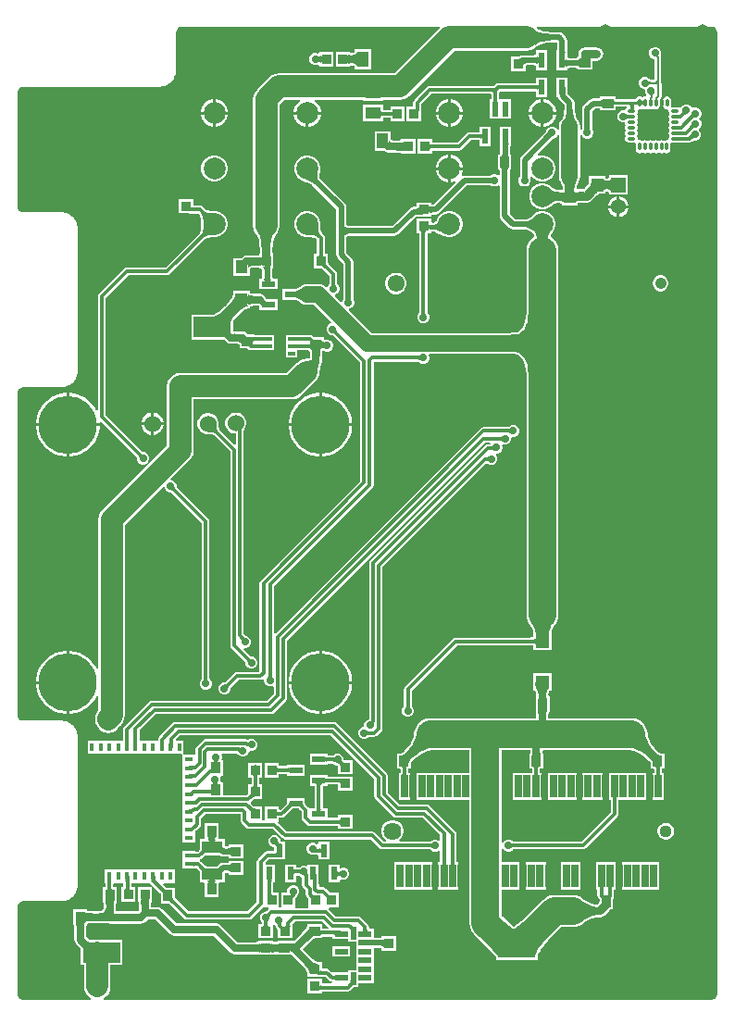
<source format=gtl>
G04*
G04 #@! TF.GenerationSoftware,Altium Limited,Altium Designer,21.8.1 (53)*
G04*
G04 Layer_Physical_Order=1*
G04 Layer_Color=255*
%FSLAX24Y24*%
%MOIN*%
G70*
G04*
G04 #@! TF.SameCoordinates,81432E86-CE94-4B0C-8261-68E55A96AE99*
G04*
G04*
G04 #@! TF.FilePolarity,Positive*
G04*
G01*
G75*
%ADD10C,0.0079*%
%ADD11C,0.0098*%
%ADD12C,0.0118*%
%ADD17R,0.0433X0.0571*%
%ADD18R,0.0571X0.0433*%
%ADD19R,0.0441X0.0488*%
%ADD20R,0.0472X0.1063*%
%ADD21R,0.0591X0.0748*%
%ADD22R,0.0250X0.0830*%
%ADD23R,0.0960X0.1320*%
%ADD24R,0.0394X0.0335*%
%ADD25R,0.0492X0.0236*%
%ADD26R,0.0335X0.0394*%
%ADD27R,0.1320X0.0750*%
%ADD28R,0.0236X0.0492*%
%ADD29R,0.0157X0.0315*%
%ADD30R,0.0315X0.0157*%
%ADD31R,0.0571X0.0571*%
%ADD32R,0.0276X0.0276*%
%ADD33R,0.0374X0.0354*%
%ADD34R,0.0354X0.0374*%
%ADD35R,0.0236X0.0551*%
%ADD36R,0.0512X0.0472*%
%ADD37R,0.1063X0.1063*%
%ADD38O,0.0315X0.0110*%
%ADD39O,0.0110X0.0315*%
%ADD40R,0.0748X0.0433*%
%ADD41R,0.0433X0.0669*%
%ADD42R,0.0256X0.0138*%
%ADD43R,0.0217X0.0451*%
%ADD44R,0.0451X0.0217*%
%ADD84R,0.0236X0.0236*%
%ADD85R,0.1024X0.0551*%
%ADD86C,0.0787*%
%ADD87C,0.0197*%
%ADD88C,0.0138*%
%ADD89C,0.0276*%
%ADD90C,0.0315*%
%ADD91C,0.0591*%
%ADD92C,0.0984*%
%ADD93C,0.0394*%
%ADD94R,0.0539X0.0539*%
%ADD95C,0.0539*%
%ADD96C,0.0610*%
%ADD97C,0.0413*%
%ADD98C,0.0787*%
%ADD99C,0.0640*%
%ADD100C,0.0440*%
%ADD101O,0.0386X0.0772*%
%ADD102O,0.0425X0.0850*%
%ADD103C,0.2087*%
%ADD104C,0.0600*%
%ADD105C,0.1969*%
%ADD106C,0.0276*%
G36*
X18860Y35090D02*
X18913Y35059D01*
X18976Y35031D01*
X19049Y35007D01*
X19131Y34987D01*
X19224Y34970D01*
X19438Y34948D01*
X19560Y34943D01*
X19693Y34941D01*
Y34744D01*
X19560Y34742D01*
X19224Y34715D01*
X19131Y34698D01*
X19049Y34678D01*
X18976Y34654D01*
X18913Y34626D01*
X18860Y34595D01*
X18818Y34560D01*
Y35125D01*
X18860Y35090D01*
D02*
G37*
G36*
X19907Y34454D02*
X19915Y34312D01*
X19918Y34302D01*
X19921Y34296D01*
X19925Y34294D01*
X19691D01*
X19694Y34296D01*
X19698Y34302D01*
X19700Y34312D01*
X19703Y34326D01*
X19705Y34343D01*
X19709Y34420D01*
X19709Y34491D01*
X19906D01*
X19907Y34454D01*
D02*
G37*
G36*
X20434Y34025D02*
X20519Y34029D01*
Y33806D01*
X20513Y33808D01*
X20501Y33811D01*
X20484Y33813D01*
X20434Y33815D01*
Y33751D01*
X20432Y33764D01*
X20426Y33776D01*
X20417Y33786D01*
X20403Y33795D01*
X20385Y33802D01*
X20363Y33808D01*
X20338Y33813D01*
X20308Y33816D01*
X20278Y33818D01*
X20192Y33819D01*
Y34016D01*
X20332Y34021D01*
X20338Y34022D01*
X20363Y34027D01*
X20385Y34033D01*
X20403Y34040D01*
X20417Y34049D01*
X20426Y34059D01*
X20432Y34071D01*
X20434Y34083D01*
Y34025D01*
D02*
G37*
G36*
X19927Y34095D02*
X19933Y34079D01*
X19943Y34064D01*
X19956Y34051D01*
X19974Y34040D01*
X19996Y34032D01*
X20021Y34025D01*
X20051Y34020D01*
X20084Y34017D01*
X20122Y34016D01*
Y33819D01*
X20084Y33818D01*
X20021Y33812D01*
X19996Y33807D01*
X19974Y33800D01*
X19956Y33792D01*
X19943Y33783D01*
X19933Y33772D01*
X19927Y33759D01*
X19925Y33745D01*
Y34114D01*
X19927Y34095D01*
D02*
G37*
G36*
X25216Y35232D02*
X25253Y35225D01*
X25288Y35210D01*
X25320Y35189D01*
X25347Y35162D01*
X25368Y35131D01*
X25382Y35096D01*
X25390Y35058D01*
Y35039D01*
X25390Y394D01*
Y375D01*
X25382Y337D01*
X25368Y302D01*
X25347Y271D01*
X25320Y244D01*
X25288Y223D01*
X25253Y208D01*
X25216Y201D01*
X25197D01*
X3305Y201D01*
X3295Y251D01*
X3309Y257D01*
X3408Y332D01*
X3484Y431D01*
X3531Y546D01*
X3547Y669D01*
Y1260D01*
Y1436D01*
X3956D01*
Y2343D01*
X3102D01*
X3071Y2348D01*
X3040Y2343D01*
X2791D01*
X2681Y2453D01*
Y2833D01*
X2685Y2889D01*
X2707D01*
Y2932D01*
X2712Y2934D01*
X2736Y2938D01*
X2822Y2944D01*
X3467D01*
X3543Y2929D01*
X4632D01*
X4716Y2946D01*
X4788Y2993D01*
X4885Y3090D01*
X5155D01*
X5685Y2560D01*
X5757Y2513D01*
X5841Y2496D01*
X7263D01*
X7868Y1891D01*
X7940Y1843D01*
X8024Y1826D01*
X8833D01*
X8845Y1826D01*
X8868Y1825D01*
Y1811D01*
X8946D01*
X8948Y1811D01*
X8950Y1811D01*
X9318D01*
X9320Y1811D01*
X9321Y1811D01*
X9400D01*
Y1819D01*
X9508Y1826D01*
X9541D01*
X9554Y1826D01*
X9577Y1825D01*
Y1811D01*
X9655D01*
X9657Y1811D01*
X9658Y1811D01*
X10027D01*
X10028Y1811D01*
X10030Y1811D01*
X10068D01*
X10080Y1793D01*
X10517Y1356D01*
X10533Y1337D01*
X10559Y1304D01*
X10582Y1271D01*
X10600Y1239D01*
X10615Y1209D01*
X10626Y1181D01*
X10633Y1154D01*
X10638Y1128D01*
X10640Y1099D01*
X10640Y1098D01*
Y1024D01*
X10716D01*
X10718Y1023D01*
X10719Y1024D01*
X10723D01*
X10724Y1023D01*
X10725Y1024D01*
X11020D01*
X11033Y1021D01*
X11288D01*
X11419Y890D01*
X11464Y859D01*
X11518Y849D01*
X11523Y841D01*
X11508Y776D01*
X11505Y774D01*
X11184D01*
X11177Y775D01*
X11171Y775D01*
Y945D01*
X10640D01*
Y433D01*
X11171D01*
Y491D01*
X11177Y492D01*
X11184Y493D01*
X12088D01*
X12142Y504D01*
X12188Y534D01*
X12255Y602D01*
X12276Y621D01*
X12293Y634D01*
X12303Y642D01*
X12470D01*
Y797D01*
X13019D01*
Y1112D01*
Y1427D01*
Y1742D01*
Y2060D01*
X13094Y2063D01*
X13244D01*
X13260Y2062D01*
X13283Y2058D01*
X13300Y2054D01*
X13311Y2049D01*
X13316Y2046D01*
Y1959D01*
X13847D01*
Y2470D01*
X13397D01*
X13395Y2471D01*
X13394Y2470D01*
X13316D01*
Y2430D01*
X13314Y2430D01*
X13251Y2425D01*
X13019D01*
Y2746D01*
X12857D01*
X12856Y2751D01*
X12856Y2759D01*
Y2805D01*
X12845Y2859D01*
X12815Y2904D01*
X12568Y3151D01*
X12523Y3181D01*
X12469Y3192D01*
X11673D01*
X11409Y3456D01*
X11409Y3456D01*
X11424Y3506D01*
X11772D01*
Y4037D01*
X11509D01*
X11507Y4038D01*
X11505Y4037D01*
X11467D01*
X11456Y4045D01*
X11424Y4072D01*
X11300Y4196D01*
X11255Y4226D01*
X11201Y4237D01*
X11054D01*
Y4345D01*
X11044Y4396D01*
Y4677D01*
X11041Y4691D01*
Y5061D01*
X10648D01*
Y5035D01*
X10598Y5001D01*
X10553Y5020D01*
X10467D01*
X10387Y4987D01*
X10362Y4962D01*
X10357Y4959D01*
X10352Y4954D01*
X10350Y4952D01*
X10347Y4951D01*
X10344Y4949D01*
X10340Y4948D01*
X10335Y4946D01*
X10328Y4945D01*
X10322Y4944D01*
X10231D01*
X10224Y4944D01*
X10218Y4945D01*
Y5061D01*
X9825D01*
Y4411D01*
X10218D01*
Y4661D01*
X10224Y4662D01*
X10231Y4663D01*
X10322D01*
X10328Y4662D01*
X10335Y4660D01*
X10340Y4659D01*
X10344Y4657D01*
X10347Y4655D01*
X10350Y4654D01*
X10352Y4652D01*
X10357Y4648D01*
X10362Y4644D01*
X10387Y4620D01*
X10448Y4594D01*
Y4309D01*
X10459Y4255D01*
X10489Y4210D01*
X10576Y4123D01*
Y3986D01*
X10587Y3932D01*
X10617Y3887D01*
X10669Y3835D01*
X10669Y3506D01*
X10623Y3497D01*
X10243D01*
X10197Y3506D01*
X10197Y3547D01*
Y3839D01*
X10227Y3868D01*
X10257Y3914D01*
X10258Y3916D01*
X10311Y3969D01*
X10344Y4049D01*
Y4135D01*
X10311Y4215D01*
X10250Y4276D01*
X10170Y4309D01*
X10084D01*
X10005Y4276D01*
X9944Y4215D01*
X9911Y4135D01*
Y4049D01*
X9903Y4037D01*
X9685D01*
X9685Y3529D01*
X9646Y3506D01*
X9606Y3529D01*
Y4037D01*
X9412D01*
X9411Y4043D01*
X9410Y4050D01*
Y4399D01*
X9411Y4406D01*
X9412Y4411D01*
X9467D01*
Y4490D01*
X9467Y4491D01*
X9467Y4493D01*
Y5061D01*
X9146D01*
X9125Y5111D01*
X9249Y5235D01*
X9596D01*
X9611Y5238D01*
X9843D01*
Y5888D01*
X9671D01*
X9666Y5891D01*
X9665Y5894D01*
Y5949D01*
X9632Y6028D01*
X9571Y6089D01*
X9492Y6122D01*
X9406D01*
X9326Y6089D01*
X9265Y6028D01*
X9232Y5949D01*
Y5862D01*
X9265Y5783D01*
X9326Y5722D01*
X9406Y5689D01*
X9425D01*
X9426Y5689D01*
X9428Y5688D01*
X9429Y5688D01*
X9431Y5687D01*
X9435Y5685D01*
X9444Y5673D01*
X9449Y5666D01*
Y5541D01*
X9445Y5539D01*
X9431Y5537D01*
X9421Y5536D01*
X9187D01*
X9129Y5525D01*
X9081Y5492D01*
X8850Y5262D01*
X8818Y5213D01*
X8806Y5155D01*
Y3704D01*
X8481Y3379D01*
X6352D01*
X5906Y3824D01*
X5884Y3849D01*
X5868Y3869D01*
X5856Y3885D01*
Y4213D01*
X5641D01*
X5639Y4213D01*
X5637Y4213D01*
X5588D01*
X5572Y4224D01*
X5533Y4257D01*
X5436Y4353D01*
X5455Y4400D01*
X5551Y4400D01*
X5601Y4400D01*
X5866D01*
Y4872D01*
X5551Y4872D01*
X5501Y4872D01*
X5236D01*
Y4872D01*
X5186Y4872D01*
X4656D01*
X4606Y4872D01*
X4556Y4872D01*
X4291D01*
Y4872D01*
X4241Y4872D01*
X3661D01*
Y4872D01*
X3611Y4872D01*
X3346D01*
Y4481D01*
X3346Y4480D01*
X3346Y4478D01*
Y4475D01*
X3346Y4474D01*
X3346Y4473D01*
Y4400D01*
X3363D01*
X3363Y4396D01*
Y4250D01*
X3363Y4243D01*
X3362Y4238D01*
X3278D01*
Y3770D01*
X3278Y3769D01*
X3278Y3768D01*
X3278Y3767D01*
X3278Y3765D01*
Y3687D01*
X3300D01*
X3307Y3579D01*
Y3533D01*
X3301Y3499D01*
X3291Y3469D01*
X3279Y3447D01*
X3264Y3428D01*
X3246Y3414D01*
X3223Y3401D01*
X3194Y3392D01*
X3160Y3385D01*
X2812D01*
X2768Y3388D01*
X2737Y3391D01*
X2712Y3396D01*
X2707Y3397D01*
Y3440D01*
X2628D01*
X2627Y3441D01*
X2625Y3440D01*
X2215D01*
Y2976D01*
X2214Y2975D01*
X2215Y2975D01*
Y2971D01*
X2214Y2969D01*
X2215Y2967D01*
Y2889D01*
X2232D01*
X2240Y2778D01*
Y2362D01*
X2257Y2277D01*
X2305Y2206D01*
X2479Y2031D01*
Y1436D01*
X2594D01*
Y1260D01*
Y669D01*
X2611Y546D01*
X2658Y431D01*
X2734Y332D01*
X2833Y257D01*
X2847Y251D01*
X2837Y201D01*
X375D01*
X337Y208D01*
X302Y223D01*
X271Y244D01*
X244Y271D01*
X223Y302D01*
X208Y337D01*
X201Y375D01*
Y3562D01*
X208Y3600D01*
X223Y3635D01*
X244Y3666D01*
X271Y3693D01*
X302Y3714D01*
X337Y3729D01*
X375Y3736D01*
X1772D01*
X1777Y3737D01*
X1781Y3737D01*
X1820Y3738D01*
X1835Y3742D01*
X1849D01*
X1925Y3757D01*
X1943Y3765D01*
X1963Y3769D01*
X2034Y3798D01*
X2050Y3809D01*
X2069Y3817D01*
X2133Y3859D01*
X2147Y3873D01*
X2163Y3884D01*
X2218Y3939D01*
X2229Y3955D01*
X2243Y3969D01*
X2286Y4034D01*
X2293Y4052D01*
X2304Y4068D01*
X2334Y4140D01*
X2338Y4159D01*
X2345Y4177D01*
X2360Y4253D01*
Y4268D01*
X2364Y4282D01*
X2366Y4321D01*
X2365Y4326D01*
X2366Y4331D01*
Y9647D01*
X2365Y9652D01*
X2366Y9657D01*
X2364Y9694D01*
X2360Y9709D01*
Y9723D01*
X2345Y9799D01*
X2338Y9817D01*
X2334Y9837D01*
X2304Y9908D01*
X2293Y9924D01*
X2286Y9943D01*
X2243Y10007D01*
X2229Y10021D01*
X2218Y10037D01*
X2163Y10092D01*
X2147Y10103D01*
X2133Y10117D01*
X2069Y10160D01*
X2050Y10167D01*
X2034Y10178D01*
X1963Y10208D01*
X1943Y10212D01*
X1925Y10219D01*
X1849Y10234D01*
X1835D01*
X1820Y10238D01*
X1781Y10240D01*
X1777Y10239D01*
X1772Y10240D01*
X375Y10240D01*
X337Y10247D01*
X302Y10262D01*
X271Y10283D01*
X244Y10310D01*
X223Y10342D01*
X208Y10377D01*
X201Y10414D01*
Y10433D01*
X201Y22047D01*
Y22066D01*
X208Y22104D01*
X223Y22139D01*
X244Y22170D01*
X271Y22197D01*
X302Y22218D01*
X337Y22233D01*
X375Y22240D01*
X1772D01*
X1777Y22241D01*
X1781Y22240D01*
X1820Y22242D01*
X1835Y22246D01*
X1849D01*
X1925Y22261D01*
X1943Y22269D01*
X1963Y22272D01*
X2034Y22302D01*
X2050Y22313D01*
X2069Y22321D01*
X2133Y22363D01*
X2147Y22377D01*
X2163Y22388D01*
X2218Y22443D01*
X2229Y22459D01*
X2243Y22473D01*
X2286Y22538D01*
X2293Y22556D01*
X2304Y22572D01*
X2334Y22644D01*
X2338Y22663D01*
X2345Y22681D01*
X2360Y22757D01*
Y22772D01*
X2364Y22786D01*
X2366Y22825D01*
X2365Y22830D01*
X2366Y22835D01*
X2366Y27953D01*
X2365Y27958D01*
X2366Y27963D01*
X2364Y28001D01*
X2360Y28016D01*
Y28031D01*
X2345Y28106D01*
X2338Y28124D01*
X2334Y28144D01*
X2304Y28215D01*
X2293Y28232D01*
X2286Y28250D01*
X2243Y28314D01*
X2229Y28328D01*
X2218Y28344D01*
X2163Y28399D01*
X2147Y28410D01*
X2133Y28424D01*
X2069Y28467D01*
X2050Y28474D01*
X2034Y28485D01*
X1963Y28515D01*
X1943Y28519D01*
X1925Y28526D01*
X1849Y28541D01*
X1835D01*
X1820Y28545D01*
X1781Y28547D01*
X1777Y28546D01*
X1772Y28547D01*
X375Y28547D01*
X337Y28555D01*
X302Y28569D01*
X271Y28590D01*
X244Y28617D01*
X223Y28649D01*
X208Y28684D01*
X201Y28721D01*
Y28740D01*
X201Y32874D01*
Y32893D01*
X208Y32930D01*
X223Y32965D01*
X244Y32997D01*
X271Y33024D01*
X302Y33045D01*
X337Y33060D01*
X375Y33067D01*
X394D01*
X5315Y33067D01*
X5320Y33068D01*
X5325Y33067D01*
X5363Y33069D01*
X5378Y33073D01*
X5393D01*
X5468Y33088D01*
X5487Y33095D01*
X5506Y33099D01*
X5577Y33129D01*
X5594Y33140D01*
X5612Y33147D01*
X5676Y33190D01*
X5690Y33204D01*
X5707Y33215D01*
X5761Y33270D01*
X5772Y33286D01*
X5786Y33300D01*
X5829Y33364D01*
X5837Y33383D01*
X5848Y33399D01*
X5877Y33470D01*
X5881Y33490D01*
X5889Y33508D01*
X5904Y33584D01*
Y33599D01*
X5907Y33613D01*
X5909Y33652D01*
X5908Y33657D01*
X5909Y33661D01*
Y35058D01*
X5917Y35096D01*
X5931Y35131D01*
X5952Y35162D01*
X5979Y35189D01*
X6011Y35210D01*
X6046Y35225D01*
X6083Y35232D01*
X6102D01*
X15385Y35232D01*
X15402Y35185D01*
X15394Y35179D01*
X13762Y33547D01*
X9615D01*
X9491Y33531D01*
X9377Y33484D01*
X9278Y33408D01*
X8817Y32947D01*
X8741Y32848D01*
X8693Y32733D01*
X8677Y32610D01*
Y28051D01*
X8693Y27928D01*
X8741Y27813D01*
X8817Y27714D01*
X8823Y27710D01*
X8834Y27695D01*
X8852Y27660D01*
X8870Y27611D01*
X8887Y27547D01*
X8901Y27472D01*
X8930Y27086D01*
X8911Y27037D01*
X8898D01*
Y27001D01*
X8897Y27001D01*
X8781Y26992D01*
X8441D01*
X8356Y26976D01*
X8285Y26928D01*
X8255Y26898D01*
X7969D01*
Y26252D01*
X8567D01*
Y26489D01*
X8569Y26504D01*
X8570Y26509D01*
X8573Y26514D01*
X8580Y26520D01*
X8592Y26528D01*
X8612Y26536D01*
X8639Y26543D01*
X8674Y26549D01*
X8699Y26551D01*
X8809D01*
X8870Y26546D01*
X8895Y26543D01*
X8898Y26542D01*
Y26506D01*
X8976D01*
X8978Y26506D01*
X9008Y26469D01*
X9011Y26450D01*
X9012Y26434D01*
Y26235D01*
X9011Y26219D01*
X9007Y26196D01*
X9002Y26179D01*
X8998Y26168D01*
X8995Y26163D01*
X8907D01*
Y25770D01*
X9557D01*
Y26163D01*
X9391D01*
X9388Y26168D01*
X9383Y26179D01*
X9379Y26196D01*
X9375Y26219D01*
X9374Y26235D01*
Y26456D01*
X9375Y26483D01*
X9377Y26505D01*
X9377Y26506D01*
X9409D01*
Y26584D01*
X9410Y26586D01*
X9409Y26587D01*
Y26956D01*
X9410Y26957D01*
X9410Y26959D01*
X9410Y26960D01*
X9409Y26961D01*
Y27037D01*
X9383D01*
X9376Y27125D01*
X9377Y27162D01*
X9394Y27381D01*
X9406Y27470D01*
X9420Y27547D01*
X9437Y27611D01*
X9455Y27660D01*
X9473Y27695D01*
X9484Y27710D01*
X9490Y27714D01*
X9566Y27813D01*
X9614Y27928D01*
X9630Y28051D01*
Y32412D01*
X9812Y32594D01*
X10367D01*
X10381Y32544D01*
X10327Y32513D01*
X10235Y32421D01*
X10170Y32309D01*
X10136Y32183D01*
Y32168D01*
X10630D01*
X11124D01*
Y32183D01*
X11090Y32309D01*
X11025Y32421D01*
X10933Y32513D01*
X10879Y32544D01*
X10892Y32594D01*
X12628D01*
Y32539D01*
X13356D01*
Y32594D01*
X13960D01*
X14083Y32611D01*
X14198Y32658D01*
X14297Y32734D01*
X15929Y34366D01*
X18543D01*
X18667Y34382D01*
X18782Y34430D01*
X18880Y34506D01*
X18884Y34511D01*
X18907Y34529D01*
X18950Y34555D01*
X19005Y34579D01*
X19071Y34601D01*
X19148Y34620D01*
X19234Y34635D01*
X19563Y34662D01*
X19618D01*
X19627Y34652D01*
Y34399D01*
X19626Y34374D01*
X19611D01*
Y34296D01*
X19611Y34294D01*
X19611Y34292D01*
Y33665D01*
X19923D01*
X19925Y33665D01*
X19927Y33665D01*
X20005D01*
Y33726D01*
X20015Y33729D01*
X20033Y33733D01*
X20075Y33737D01*
X20293D01*
X20301Y33736D01*
X20326Y33733D01*
X20345Y33730D01*
X20354Y33727D01*
Y33671D01*
X20433D01*
X20434Y33671D01*
X20436Y33671D01*
X20906D01*
Y33998D01*
X21047D01*
X21139Y34017D01*
X21218Y34069D01*
X21270Y34147D01*
X21288Y34239D01*
X21270Y34332D01*
X21218Y34410D01*
X21139Y34462D01*
X21047Y34480D01*
X20630D01*
X20538Y34462D01*
X20460Y34410D01*
X20407Y34332D01*
X20389Y34239D01*
Y34163D01*
X20354D01*
Y34107D01*
X20345Y34105D01*
X20327Y34101D01*
X20326Y34101D01*
X20239Y34098D01*
X20077D01*
X20061Y34099D01*
X20038Y34103D01*
X20021Y34108D01*
X20010Y34112D01*
X20005Y34115D01*
X20005Y34122D01*
Y34292D01*
X20005Y34294D01*
X20005Y34296D01*
Y34374D01*
X19992D01*
X19989Y34428D01*
Y34727D01*
X19975Y34796D01*
X19936Y34855D01*
X19820Y34970D01*
X19762Y35009D01*
X19693Y35023D01*
X19560D01*
X19444Y35028D01*
X19235Y35050D01*
X19148Y35066D01*
X19071Y35084D01*
X19005Y35106D01*
X18950Y35130D01*
X18907Y35156D01*
X18884Y35174D01*
X18880Y35179D01*
X18873Y35185D01*
X18889Y35232D01*
X25197Y35232D01*
X25216D01*
D02*
G37*
G36*
X9405Y27739D02*
X9381Y27693D01*
X9360Y27635D01*
X9342Y27565D01*
X9327Y27483D01*
X9314Y27389D01*
X9297Y27166D01*
X9296Y27122D01*
X9305Y27002D01*
X9310Y26982D01*
X9316Y26968D01*
X9322Y26960D01*
X9330Y26957D01*
X9293D01*
X9291Y26895D01*
X9016D01*
X9015Y26957D01*
X8978D01*
X8985Y26960D01*
X8991Y26968D01*
X8997Y26982D01*
X9002Y27002D01*
X9006Y27026D01*
X9010Y27057D01*
X9011Y27080D01*
X8981Y27483D01*
X8965Y27565D01*
X8947Y27635D01*
X8926Y27693D01*
X8902Y27739D01*
X8875Y27773D01*
X9432D01*
X9405Y27739D01*
D02*
G37*
G36*
X8978Y26586D02*
X8975Y26595D01*
X8967Y26603D01*
X8953Y26610D01*
X8933Y26617D01*
X8909Y26622D01*
X8878Y26626D01*
X8801Y26632D01*
X8737Y26633D01*
X8710Y26632D01*
X8663Y26628D01*
X8622Y26621D01*
X8586Y26612D01*
X8556Y26599D01*
X8531Y26584D01*
X8512Y26566D01*
X8498Y26546D01*
X8490Y26522D01*
X8487Y26496D01*
Y26818D01*
X8490Y26835D01*
X8498Y26851D01*
X8512Y26864D01*
X8531Y26876D01*
X8556Y26887D01*
X8586Y26895D01*
X8622Y26901D01*
X8663Y26906D01*
X8702Y26907D01*
Y26909D01*
X8754Y26910D01*
X8909Y26921D01*
X8933Y26927D01*
X8953Y26933D01*
X8967Y26940D01*
X8975Y26948D01*
X8978Y26957D01*
Y26586D01*
D02*
G37*
G36*
X9330D02*
X9322Y26584D01*
X9316Y26578D01*
X9310Y26568D01*
X9305Y26554D01*
X9301Y26537D01*
X9297Y26515D01*
X9295Y26489D01*
X9292Y26426D01*
X9291Y26389D01*
X9094D01*
X9094Y26427D01*
X9091Y26460D01*
X9086Y26490D01*
X9079Y26516D01*
X9070Y26537D01*
X9059Y26555D01*
X9046Y26569D01*
X9032Y26579D01*
X9015Y26585D01*
X8996Y26587D01*
X9330Y26586D01*
D02*
G37*
G36*
X9292Y26243D02*
X9295Y26209D01*
X9300Y26179D01*
X9307Y26154D01*
X9316Y26132D01*
X9327Y26114D01*
X9340Y26100D01*
X9354Y26090D01*
X9371Y26084D01*
X9390Y26082D01*
X8996D01*
X9015Y26084D01*
X9032Y26090D01*
X9046Y26100D01*
X9059Y26114D01*
X9070Y26132D01*
X9079Y26154D01*
X9086Y26179D01*
X9091Y26209D01*
X9094Y26243D01*
X9094Y26280D01*
X9291D01*
X9292Y26243D01*
D02*
G37*
G36*
X9554Y5881D02*
X9563Y5873D01*
X9586Y5892D01*
X9586Y5884D01*
X9587Y5875D01*
X9589Y5867D01*
X9592Y5858D01*
X9596Y5848D01*
X9601Y5840D01*
X9616Y5827D01*
X9633Y5816D01*
X9648Y5808D01*
X9661Y5803D01*
X9672Y5801D01*
X9682Y5802D01*
X9689Y5807D01*
X9530Y5648D01*
X9534Y5655D01*
X9536Y5664D01*
X9534Y5675D01*
X9529Y5688D01*
X9521Y5703D01*
X9509Y5720D01*
X9494Y5739D01*
X9490Y5745D01*
X9488Y5746D01*
X9478Y5752D01*
X9470Y5758D01*
X9461Y5762D01*
X9453Y5765D01*
X9445Y5767D01*
X9438Y5768D01*
X9455Y5783D01*
X9431Y5808D01*
X9529Y5905D01*
X9554Y5881D01*
D02*
G37*
G36*
X9529Y5318D02*
X9527Y5318D01*
X9523Y5318D01*
X9391Y5317D01*
Y5455D01*
X9417Y5455D01*
X9441Y5457D01*
X9462Y5461D01*
X9480Y5466D01*
X9495Y5472D01*
X9508Y5479D01*
X9517Y5488D01*
X9524Y5499D01*
X9528Y5510D01*
X9530Y5524D01*
X9529Y5318D01*
D02*
G37*
G36*
X10411Y4707D02*
X10404Y4714D01*
X10395Y4720D01*
X10386Y4726D01*
X10376Y4731D01*
X10366Y4735D01*
X10355Y4738D01*
X10343Y4741D01*
X10330Y4743D01*
X10317Y4744D01*
X10303Y4744D01*
Y4862D01*
X10317Y4863D01*
X10330Y4864D01*
X10343Y4866D01*
X10355Y4868D01*
X10366Y4872D01*
X10376Y4876D01*
X10386Y4881D01*
X10395Y4886D01*
X10404Y4893D01*
X10411Y4900D01*
Y4707D01*
D02*
G37*
G36*
X10140Y4910D02*
X10143Y4900D01*
X10149Y4891D01*
X10157Y4883D01*
X10168Y4877D01*
X10181Y4872D01*
X10196Y4868D01*
X10214Y4865D01*
X10234Y4863D01*
X10257Y4862D01*
Y4744D01*
X10234Y4744D01*
X10214Y4742D01*
X10196Y4739D01*
X10181Y4735D01*
X10168Y4729D01*
X10157Y4723D01*
X10149Y4715D01*
X10143Y4706D01*
X10140Y4696D01*
X10139Y4685D01*
Y4921D01*
X10140Y4910D01*
D02*
G37*
G36*
X4976Y4391D02*
X4982Y4382D01*
X5314Y4050D01*
X5336Y4026D01*
X5352Y4006D01*
X5364Y3989D01*
Y3940D01*
X5364Y3938D01*
X5364Y3936D01*
Y3661D01*
X5633D01*
X5648Y3651D01*
X5687Y3618D01*
X6183Y3122D01*
X6232Y3089D01*
X6289Y3078D01*
X8543D01*
X8601Y3089D01*
X8650Y3122D01*
X9044Y3517D01*
X9094Y3506D01*
Y3506D01*
X9226D01*
X9242Y3456D01*
X9241Y3456D01*
X9167Y3382D01*
X9162Y3378D01*
X9157Y3375D01*
X9152Y3372D01*
X9148Y3370D01*
X9144Y3369D01*
X9141Y3368D01*
X9139Y3368D01*
X9132Y3368D01*
X9126Y3366D01*
X9091D01*
X9011Y3333D01*
X8950Y3272D01*
X8917Y3193D01*
Y3107D01*
X8950Y3027D01*
X8975Y3002D01*
X8978Y2997D01*
X8983Y2992D01*
X8985Y2990D01*
X8986Y2987D01*
X8988Y2984D01*
X8989Y2979D01*
X8991Y2974D01*
X8992Y2968D01*
X8993Y2962D01*
Y2926D01*
X8993Y2919D01*
X8992Y2913D01*
X8868D01*
Y2402D01*
X9400D01*
Y2875D01*
X9450Y2896D01*
X9478Y2868D01*
X9490Y2863D01*
Y2860D01*
X9501Y2806D01*
X9531Y2760D01*
X9577Y2715D01*
Y2402D01*
X10108D01*
Y2832D01*
X10109Y2833D01*
X10108Y2835D01*
Y2913D01*
X10108Y2913D01*
X10108D01*
X10136Y2951D01*
X10204Y3019D01*
X11170D01*
X11390Y2799D01*
X11370Y2749D01*
X11194D01*
X11186Y2749D01*
X11181Y2750D01*
Y2904D01*
X10712D01*
X10711Y2904D01*
X10709Y2904D01*
X10630D01*
Y2833D01*
X10630Y2830D01*
X10626Y2822D01*
X10616Y2804D01*
X10600Y2781D01*
X10439Y2599D01*
X10158Y2319D01*
X10108Y2323D01*
Y2323D01*
X10032D01*
X10030Y2323D01*
X10029Y2323D01*
X10028Y2323D01*
X10027Y2323D01*
X9658D01*
X9657Y2323D01*
X9655Y2323D01*
X9577D01*
Y2280D01*
X9571Y2278D01*
X9548Y2274D01*
X9480Y2269D01*
X9461Y2270D01*
X9430Y2274D01*
X9405Y2278D01*
X9400Y2280D01*
Y2323D01*
X9321D01*
X9320Y2323D01*
X9318Y2323D01*
X8950D01*
X8948Y2323D01*
X8946Y2323D01*
X8868D01*
Y2280D01*
X8862Y2278D01*
X8839Y2274D01*
X8752Y2268D01*
X8115D01*
X7511Y2873D01*
X7439Y2921D01*
X7355Y2937D01*
X5933D01*
X5403Y3467D01*
X5331Y3515D01*
X5247Y3532D01*
X5014D01*
Y3655D01*
X5018Y3711D01*
X5039D01*
Y3789D01*
X5040Y3791D01*
X5039Y3792D01*
Y3796D01*
X5039Y3797D01*
X5039Y3797D01*
Y4242D01*
X4528D01*
Y3792D01*
X4527Y3791D01*
X4528Y3789D01*
Y3711D01*
X4564D01*
X4564Y3710D01*
X4573Y3594D01*
Y3402D01*
X4540Y3370D01*
X3749D01*
Y3624D01*
X3752Y3687D01*
X3770D01*
Y3765D01*
X3770Y3767D01*
X3770Y3768D01*
Y4238D01*
X3646D01*
X3645Y4243D01*
X3644Y4250D01*
Y4357D01*
X3661Y4400D01*
X4012D01*
X4013Y4390D01*
Y4255D01*
X4012Y4247D01*
X4012Y4242D01*
X3937D01*
Y3711D01*
X4449D01*
Y4242D01*
X4296D01*
X4295Y4247D01*
X4294Y4255D01*
Y4400D01*
X4606Y4400D01*
X4656Y4400D01*
X4967D01*
X4976Y4391D01*
D02*
G37*
G36*
X10961Y4491D02*
X10963Y4373D01*
X10844D01*
X10844Y4396D01*
X10842Y4416D01*
X10839Y4434D01*
X10835Y4449D01*
X10830Y4462D01*
X10823Y4473D01*
X10816Y4482D01*
X10807Y4488D01*
X10797Y4491D01*
X10785Y4493D01*
X10961Y4491D01*
D02*
G37*
G36*
X9376Y4490D02*
X9366Y4487D01*
X9357Y4481D01*
X9350Y4472D01*
X9343Y4462D01*
X9338Y4449D01*
X9334Y4433D01*
X9331Y4416D01*
X9329Y4396D01*
X9329Y4373D01*
X9211D01*
X9210Y4396D01*
X9208Y4416D01*
X9205Y4433D01*
X9201Y4449D01*
X9196Y4462D01*
X9190Y4472D01*
X9182Y4481D01*
X9174Y4487D01*
X9164Y4490D01*
X9153Y4491D01*
X9387D01*
X9376Y4490D01*
D02*
G37*
G36*
X4213Y4361D02*
X4094D01*
X4094Y4384D01*
X4091Y4422D01*
X4088Y4437D01*
X4085Y4450D01*
X4081Y4461D01*
X4076Y4469D01*
X4070Y4475D01*
X4064Y4478D01*
X4056Y4480D01*
X4211D01*
X4213Y4361D01*
D02*
G37*
G36*
X3578Y4478D02*
X3575Y4475D01*
X3572Y4469D01*
X3570Y4461D01*
X3568Y4450D01*
X3566Y4437D01*
X3564Y4404D01*
X3563Y4361D01*
X3445D01*
X3445Y4384D01*
X3440Y4450D01*
X3438Y4461D01*
X3436Y4469D01*
X3433Y4475D01*
X3430Y4478D01*
X3426Y4480D01*
X3581D01*
X3578Y4478D01*
D02*
G37*
G36*
X5147Y4605D02*
X5143Y4593D01*
X5142Y4579D01*
X5146Y4563D01*
X5154Y4544D01*
X5166Y4524D01*
X5182Y4501D01*
X5202Y4476D01*
X5254Y4420D01*
X5146Y4333D01*
X5001Y4480D01*
X5155Y4615D01*
X5147Y4605D01*
D02*
G37*
G36*
X4213Y4258D02*
X4215Y4237D01*
X4218Y4219D01*
X4222Y4204D01*
X4227Y4191D01*
X4234Y4180D01*
X4242Y4172D01*
X4250Y4166D01*
X4260Y4162D01*
X4272Y4161D01*
X4035D01*
X4047Y4162D01*
X4057Y4166D01*
X4066Y4172D01*
X4073Y4180D01*
X4080Y4191D01*
X4085Y4204D01*
X4089Y4219D01*
X4092Y4237D01*
X4094Y4258D01*
X4094Y4280D01*
X4213D01*
X4213Y4258D01*
D02*
G37*
G36*
X3564Y4253D02*
X3565Y4233D01*
X3568Y4215D01*
X3572Y4200D01*
X3578Y4187D01*
X3584Y4176D01*
X3592Y4167D01*
X3601Y4162D01*
X3611Y4158D01*
X3622Y4157D01*
X3386D01*
X3397Y4158D01*
X3407Y4162D01*
X3416Y4167D01*
X3424Y4176D01*
X3430Y4187D01*
X3435Y4200D01*
X3440Y4215D01*
X3443Y4233D01*
X3444Y4253D01*
X3445Y4276D01*
X3563D01*
X3564Y4253D01*
D02*
G37*
G36*
X9329Y4053D02*
X9331Y4033D01*
X9334Y4015D01*
X9338Y3999D01*
X9344Y3986D01*
X9350Y3975D01*
X9358Y3967D01*
X9367Y3961D01*
X9377Y3957D01*
X9388Y3956D01*
X9174Y3957D01*
X9181Y3959D01*
X9187Y3962D01*
X9193Y3968D01*
X9198Y3976D01*
X9202Y3987D01*
X9205Y4000D01*
X9207Y4015D01*
X9209Y4033D01*
X9211Y4076D01*
X9329D01*
X9329Y4053D01*
D02*
G37*
G36*
X5472Y4203D02*
X5523Y4160D01*
X5545Y4144D01*
X5566Y4133D01*
X5584Y4125D01*
X5601Y4121D01*
X5616D01*
X5628Y4125D01*
X5639Y4133D01*
X5444Y3938D01*
X5452Y3948D01*
X5456Y3961D01*
Y3976D01*
X5452Y3992D01*
X5444Y4011D01*
X5432Y4031D01*
X5417Y4054D01*
X5397Y4078D01*
X5347Y4133D01*
X5444Y4230D01*
X5472Y4203D01*
D02*
G37*
G36*
X10202Y3976D02*
X10098Y3855D01*
X9994Y3918D01*
X10004Y3929D01*
X10012Y3939D01*
X10019Y3948D01*
X10025Y3958D01*
X10028Y3966D01*
X10030Y3975D01*
X10031Y3983D01*
X10029Y3990D01*
X10027Y3997D01*
X10022Y4003D01*
X10202Y3976D01*
D02*
G37*
G36*
X11364Y4018D02*
X11407Y3981D01*
X11427Y3967D01*
X11444Y3957D01*
X11460Y3951D01*
X11474Y3947D01*
X11487D01*
X11498Y3951D01*
X11507Y3957D01*
X11340Y3790D01*
X11346Y3800D01*
X11350Y3810D01*
Y3823D01*
X11346Y3837D01*
X11340Y3853D01*
X11330Y3871D01*
X11316Y3890D01*
X11300Y3911D01*
X11256Y3957D01*
X11340Y4041D01*
X11364Y4018D01*
D02*
G37*
G36*
X5767Y3926D02*
X5764Y3913D01*
X5764Y3898D01*
X5768Y3882D01*
X5776Y3863D01*
X5788Y3843D01*
X5803Y3821D01*
X5823Y3796D01*
X5874Y3741D01*
X5776Y3644D01*
X5748Y3671D01*
X5697Y3714D01*
X5675Y3730D01*
X5654Y3742D01*
X5636Y3750D01*
X5619Y3754D01*
X5605Y3754D01*
X5592Y3750D01*
X5581Y3743D01*
X5775Y3936D01*
X5767Y3926D01*
D02*
G37*
G36*
X4954Y3788D02*
X4949Y3780D01*
X4945Y3766D01*
X4941Y3746D01*
X4938Y3722D01*
X4934Y3656D01*
X4931Y3515D01*
X4656D01*
X4655Y3567D01*
X4644Y3722D01*
X4638Y3746D01*
X4632Y3766D01*
X4625Y3780D01*
X4617Y3788D01*
X4608Y3791D01*
X4959D01*
X4954Y3788D01*
D02*
G37*
G36*
X3686Y3764D02*
X3681Y3756D01*
X3678Y3742D01*
X3675Y3723D01*
X3672Y3698D01*
X3667Y3590D01*
X3666Y3491D01*
X3419D01*
X3528Y3165D01*
X3115Y3302D01*
X3167Y3305D01*
X3214Y3314D01*
X3255Y3327D01*
X3291Y3347D01*
X3321Y3371D01*
X3346Y3402D01*
X3365Y3438D01*
X3379Y3479D01*
X3387Y3526D01*
X3389Y3556D01*
X3379Y3723D01*
X3374Y3742D01*
X3370Y3756D01*
X3364Y3764D01*
X3358Y3767D01*
X3690D01*
X3686Y3764D01*
D02*
G37*
G36*
X9322Y3254D02*
X9312Y3244D01*
X9304Y3234D01*
X9296Y3224D01*
X9290Y3213D01*
X9284Y3203D01*
X9279Y3193D01*
X9276Y3182D01*
X9273Y3172D01*
X9272Y3161D01*
X9272Y3151D01*
X9135Y3287D01*
X9146Y3288D01*
X9156Y3289D01*
X9167Y3292D01*
X9177Y3295D01*
X9187Y3300D01*
X9198Y3305D01*
X9208Y3312D01*
X9218Y3320D01*
X9228Y3328D01*
X9239Y3338D01*
X9322Y3254D01*
D02*
G37*
G36*
X9691Y2947D02*
X9691Y2944D01*
X9690Y2940D01*
X9689Y2879D01*
X9689Y2863D01*
X9571Y2860D01*
X9571Y2871D01*
X9569Y2903D01*
X9568Y2908D01*
X9567Y2912D01*
X9565Y2916D01*
X9564Y2918D01*
X9562Y2919D01*
X9691Y2948D01*
X9691Y2947D01*
D02*
G37*
G36*
X9988Y2922D02*
X9992Y2887D01*
X9994Y2873D01*
X9998Y2861D01*
X10003Y2851D01*
X10008Y2843D01*
X10014Y2838D01*
X10021Y2835D01*
X10028Y2833D01*
X9820D01*
X9829Y2835D01*
X9838Y2838D01*
X9845Y2843D01*
X9852Y2851D01*
X9857Y2861D01*
X9862Y2873D01*
X9865Y2887D01*
X9868Y2903D01*
X9869Y2922D01*
X9870Y2943D01*
X9988D01*
X9988Y2922D01*
D02*
G37*
G36*
X9223Y3044D02*
X9217Y3035D01*
X9211Y3026D01*
X9206Y3016D01*
X9202Y3006D01*
X9199Y2994D01*
X9196Y2983D01*
X9194Y2970D01*
X9193Y2957D01*
X9193Y2947D01*
X9194Y2929D01*
X9195Y2909D01*
X9198Y2891D01*
X9202Y2876D01*
X9208Y2863D01*
X9214Y2852D01*
X9222Y2844D01*
X9231Y2838D01*
X9241Y2835D01*
X9252Y2833D01*
X9016D01*
X9027Y2835D01*
X9037Y2838D01*
X9046Y2844D01*
X9054Y2852D01*
X9060Y2863D01*
X9065Y2876D01*
X9069Y2891D01*
X9072Y2909D01*
X9074Y2929D01*
X9075Y2947D01*
X9074Y2957D01*
X9073Y2970D01*
X9071Y2983D01*
X9069Y2994D01*
X9065Y3006D01*
X9061Y3016D01*
X9056Y3026D01*
X9051Y3035D01*
X9045Y3044D01*
X9037Y3051D01*
X9230D01*
X9223Y3044D01*
D02*
G37*
G36*
X2630Y3349D02*
X2638Y3340D01*
X2652Y3331D01*
X2671Y3323D01*
X2696Y3317D01*
X2726Y3312D01*
X2762Y3308D01*
X2850Y3303D01*
X2902Y3302D01*
Y3027D01*
X2850Y3026D01*
X2726Y3018D01*
X2696Y3012D01*
X2671Y3006D01*
X2652Y2999D01*
X2638Y2990D01*
X2630Y2980D01*
X2627Y2969D01*
X2621Y2966D01*
X2617Y2958D01*
X2612Y2944D01*
X2609Y2925D01*
X2606Y2900D01*
X2601Y2834D01*
X2598Y2693D01*
X2323D01*
X2323Y2746D01*
X2309Y2944D01*
X2305Y2958D01*
X2300Y2966D01*
X2295Y2969D01*
X2627D01*
Y3360D01*
X2630Y3349D01*
D02*
G37*
G36*
X12775Y2762D02*
X12777Y2741D01*
X12780Y2723D01*
X12784Y2708D01*
X12789Y2695D01*
X12796Y2684D01*
X12803Y2676D01*
X12812Y2670D01*
X12822Y2666D01*
X12833Y2665D01*
X12597D01*
X12608Y2666D01*
X12619Y2670D01*
X12627Y2676D01*
X12635Y2684D01*
X12642Y2695D01*
X12647Y2708D01*
X12651Y2723D01*
X12654Y2741D01*
X12656Y2762D01*
X12656Y2784D01*
X12774D01*
X12775Y2762D01*
D02*
G37*
G36*
X11033Y2493D02*
X11012Y2508D01*
X10987Y2516D01*
X10957Y2516D01*
X10924Y2508D01*
X10887Y2493D01*
X10847Y2469D01*
X10802Y2438D01*
X10753Y2398D01*
X10643Y2296D01*
X10418Y2461D01*
X10473Y2517D01*
X10663Y2732D01*
X10684Y2761D01*
X10698Y2787D01*
X10707Y2807D01*
X10710Y2824D01*
X11033Y2493D01*
D02*
G37*
G36*
X11101Y2715D02*
X11105Y2705D01*
X11111Y2696D01*
X11119Y2689D01*
X11130Y2682D01*
X11143Y2677D01*
X11159Y2673D01*
X11176Y2670D01*
X11197Y2668D01*
X11219Y2667D01*
Y2549D01*
X11197Y2549D01*
X11177Y2547D01*
X11159Y2544D01*
X11144Y2540D01*
X11131Y2535D01*
X11120Y2528D01*
X11112Y2521D01*
X11106Y2512D01*
X11102Y2502D01*
X11101Y2491D01*
X11100Y2726D01*
X11101Y2715D01*
D02*
G37*
G36*
X11627Y2666D02*
X11629Y2490D01*
X11627Y2501D01*
X11624Y2511D01*
X11618Y2520D01*
X11609Y2528D01*
X11599Y2534D01*
X11585Y2540D01*
X11570Y2544D01*
X11552Y2547D01*
X11532Y2549D01*
X11509Y2549D01*
Y2667D01*
X11627Y2666D01*
D02*
G37*
G36*
X11542Y2467D02*
X11547Y2466D01*
Y2372D01*
X12096D01*
Y2294D01*
X12411D01*
Y2057D01*
Y1742D01*
Y1250D01*
X12096D01*
Y1171D01*
X11629D01*
X11627Y1172D01*
X11625Y1171D01*
X11547D01*
X11547Y1171D01*
Y1171D01*
X11509Y1197D01*
X11445Y1261D01*
X11400Y1291D01*
X11346Y1302D01*
X11184D01*
X11177Y1303D01*
X11171Y1303D01*
Y1450D01*
X11171Y1451D01*
X11171Y1452D01*
X11172Y1453D01*
X11171Y1455D01*
Y1535D01*
X11097D01*
X11096Y1536D01*
X11067Y1537D01*
X11041Y1542D01*
X11014Y1549D01*
X10985Y1560D01*
X10955Y1575D01*
X10924Y1593D01*
X10892Y1615D01*
X10834Y1663D01*
X10481Y2017D01*
X10753Y2289D01*
X10805Y2338D01*
X10850Y2373D01*
X10890Y2401D01*
X10907Y2411D01*
X11100D01*
X11102Y2411D01*
X11103Y2411D01*
X11181D01*
Y2466D01*
X11187Y2467D01*
X11194Y2468D01*
X11535D01*
X11542Y2467D01*
D02*
G37*
G36*
X9657Y1891D02*
X9654Y1894D01*
X9646Y1898D01*
X9632Y1900D01*
X9613Y1903D01*
X9557Y1906D01*
X9513Y1907D01*
X9322Y1894D01*
X9320Y1891D01*
Y2243D01*
X9322Y2232D01*
X9331Y2222D01*
X9344Y2213D01*
X9364Y2206D01*
X9389Y2200D01*
X9419Y2194D01*
X9455Y2190D01*
X9480Y2189D01*
X9557Y2194D01*
X9588Y2200D01*
X9613Y2206D01*
X9632Y2213D01*
X9646Y2222D01*
X9654Y2232D01*
X9657Y2243D01*
Y1891D01*
D02*
G37*
G36*
X12942Y2350D02*
X12947Y2348D01*
X12957Y2347D01*
X12989Y2345D01*
X13136Y2343D01*
Y2146D01*
X12940Y2137D01*
Y2351D01*
X12942Y2350D01*
D02*
G37*
G36*
X2755Y2262D02*
X2560Y2067D01*
X2364Y2264D01*
X2559Y2458D01*
X2755Y2262D01*
D02*
G37*
G36*
X13397Y2047D02*
X13395Y2066D01*
X13389Y2083D01*
X13379Y2097D01*
X13365Y2110D01*
X13347Y2121D01*
X13325Y2130D01*
X13300Y2137D01*
X13270Y2142D01*
X13236Y2145D01*
X13199Y2146D01*
Y2343D01*
X13236Y2343D01*
X13325Y2350D01*
X13346Y2355D01*
X13364Y2360D01*
X13378Y2366D01*
X13388Y2373D01*
X13394Y2381D01*
X13396Y2391D01*
X13397Y2047D01*
D02*
G37*
G36*
X10030Y2238D02*
X10036Y2233D01*
X10046Y2229D01*
X10060Y2225D01*
X10079Y2222D01*
X10101Y2220D01*
X10157Y2217D01*
X10229Y2216D01*
Y1940D01*
X10191Y1939D01*
X10101Y1932D01*
X10079Y1928D01*
X10060Y1922D01*
X10046Y1916D01*
X10036Y1909D01*
X10030Y1900D01*
X10028Y1891D01*
Y2243D01*
X10030Y2238D01*
D02*
G37*
G36*
X8948Y1891D02*
X8945Y1894D01*
X8937Y1898D01*
X8923Y1900D01*
X8904Y1903D01*
X8849Y1906D01*
X8672Y1909D01*
Y2185D01*
X8725Y2186D01*
X8849Y2194D01*
X8879Y2200D01*
X8904Y2206D01*
X8923Y2213D01*
X8937Y2222D01*
X8945Y2232D01*
X8948Y2243D01*
Y1891D01*
D02*
G37*
G36*
X10768Y1613D02*
X10844Y1551D01*
X10881Y1526D01*
X10917Y1504D01*
X10953Y1487D01*
X10989Y1473D01*
X11023Y1463D01*
X11058Y1457D01*
X11091Y1455D01*
X10720Y1104D01*
X10718Y1137D01*
X10712Y1171D01*
X10702Y1206D01*
X10689Y1242D01*
X10671Y1277D01*
X10650Y1314D01*
X10624Y1351D01*
X10595Y1389D01*
X10562Y1427D01*
X10525Y1465D01*
X10730Y1650D01*
X10768Y1613D01*
D02*
G37*
G36*
X11091Y1268D02*
X11095Y1258D01*
X11101Y1249D01*
X11109Y1242D01*
X11120Y1235D01*
X11133Y1230D01*
X11149Y1226D01*
X11167Y1223D01*
X11187Y1221D01*
X11209Y1220D01*
Y1102D01*
X11091Y1104D01*
X11090Y1280D01*
X11091Y1268D01*
D02*
G37*
G36*
X11629Y880D02*
X11627Y890D01*
X11624Y898D01*
X11619Y906D01*
X11611Y912D01*
X11601Y918D01*
X11589Y922D01*
X11574Y926D01*
X11558Y928D01*
X11539Y930D01*
X11518Y930D01*
Y1048D01*
X11539Y1049D01*
X11574Y1052D01*
X11588Y1055D01*
X11600Y1059D01*
X11610Y1064D01*
X11618Y1069D01*
X11623Y1076D01*
X11626Y1083D01*
X11627Y1091D01*
X11629Y880D01*
D02*
G37*
G36*
X12343Y723D02*
X12334Y729D01*
X12324Y732D01*
X12311Y732D01*
X12297Y729D01*
X12281Y722D01*
X12264Y712D01*
X12244Y698D01*
X12223Y682D01*
X12176Y638D01*
X12093Y721D01*
X12116Y746D01*
X12153Y789D01*
X12167Y809D01*
X12177Y826D01*
X12184Y842D01*
X12187Y856D01*
X12187Y869D01*
X12184Y879D01*
X12178Y889D01*
X12343Y723D01*
D02*
G37*
G36*
X11091Y740D02*
X11095Y730D01*
X11101Y721D01*
X11109Y714D01*
X11120Y707D01*
X11133Y702D01*
X11149Y698D01*
X11166Y695D01*
X11187Y693D01*
X11209Y692D01*
Y574D01*
X11187Y574D01*
X11166Y572D01*
X11149Y569D01*
X11133Y565D01*
X11120Y560D01*
X11109Y553D01*
X11101Y545D01*
X11095Y537D01*
X11091Y527D01*
X11090Y515D01*
Y752D01*
X11091Y740D01*
D02*
G37*
%LPC*%
G36*
X12933Y34419D02*
X12343D01*
Y34327D01*
X12342Y34322D01*
X12340Y34317D01*
X12337Y34313D01*
X12331Y34307D01*
X12318Y34299D01*
X12298Y34291D01*
X12271Y34284D01*
X12236Y34278D01*
X12231Y34278D01*
X12193Y34280D01*
X12168Y34284D01*
X12165Y34285D01*
Y34321D01*
X12087D01*
X12085Y34321D01*
X12084Y34321D01*
X11654D01*
Y33789D01*
X12084D01*
X12085Y33789D01*
X12087Y33789D01*
X12165D01*
Y33826D01*
X12166Y33826D01*
X12241Y33831D01*
X12271Y33826D01*
X12298Y33819D01*
X12318Y33811D01*
X12331Y33803D01*
X12337Y33797D01*
X12340Y33793D01*
X12342Y33788D01*
X12343Y33783D01*
Y33691D01*
X12933D01*
Y34419D01*
D02*
G37*
G36*
X11143Y34321D02*
X11141Y34321D01*
X11063D01*
Y34284D01*
X11013Y34253D01*
X10968Y34272D01*
X10882D01*
X10803Y34239D01*
X10742Y34178D01*
X10709Y34098D01*
Y34012D01*
X10742Y33932D01*
X10803Y33872D01*
X10882Y33839D01*
X10968D01*
X11013Y33857D01*
X11063Y33826D01*
Y33789D01*
X11141D01*
X11143Y33789D01*
X11145Y33789D01*
X11575D01*
Y34321D01*
X11145D01*
X11143Y34321D01*
D02*
G37*
G36*
X19257Y34374D02*
X18863D01*
Y34217D01*
X18858Y34215D01*
X18847Y34210D01*
X18830Y34206D01*
X18807Y34202D01*
X18791Y34200D01*
X18358D01*
X18289Y34187D01*
X18254Y34163D01*
X17980D01*
Y33632D01*
X18492D01*
Y33822D01*
X18497Y33825D01*
X18508Y33829D01*
X18525Y33834D01*
X18548Y33838D01*
X18564Y33839D01*
X18791D01*
X18807Y33838D01*
X18830Y33834D01*
X18847Y33829D01*
X18858Y33825D01*
X18863Y33822D01*
Y33665D01*
X19257D01*
Y34374D01*
D02*
G37*
G36*
X23207Y34500D02*
X23121D01*
X23041Y34467D01*
X22980Y34406D01*
X22947Y34326D01*
Y34240D01*
X22980Y34161D01*
X23041Y34100D01*
X23121Y34067D01*
X23134D01*
Y33319D01*
X22990D01*
X22988Y33319D01*
X22984Y33321D01*
X22979Y33322D01*
X22973Y33325D01*
X22967Y33328D01*
X22961Y33332D01*
X22954Y33337D01*
X22946Y33344D01*
X22937Y33353D01*
X22931Y33357D01*
X22905Y33382D01*
X22826Y33415D01*
X22739D01*
X22660Y33382D01*
X22599Y33321D01*
X22566Y33242D01*
Y33156D01*
X22599Y33076D01*
X22660Y33015D01*
X22739Y32982D01*
X22778D01*
X22790Y32964D01*
Y32878D01*
X22823Y32799D01*
X22849Y32773D01*
X22848Y32760D01*
X22795Y32719D01*
X22743Y32709D01*
X22738Y32705D01*
X22697Y32680D01*
X22656Y32705D01*
X22651Y32709D01*
X22599Y32719D01*
X22546Y32709D01*
X22502Y32679D01*
X22472Y32635D01*
X22468Y32611D01*
X22466Y32611D01*
X21732D01*
Y32707D01*
X21263D01*
X21261Y32707D01*
X21259Y32707D01*
X21181D01*
Y32651D01*
X21172Y32648D01*
X21154Y32645D01*
X21113Y32641D01*
X20925D01*
X20856Y32628D01*
X20797Y32588D01*
X20581Y32372D01*
X20542Y32313D01*
X20528Y32244D01*
Y31543D01*
X20525Y31540D01*
X20506Y31494D01*
X20456Y31504D01*
Y31649D01*
X20443Y31747D01*
X20405Y31838D01*
X20358Y31900D01*
X20358Y31901D01*
X20339Y31924D01*
X20325Y31951D01*
X20310Y31987D01*
X20297Y32032D01*
X20285Y32086D01*
X20276Y32147D01*
X20259Y32376D01*
Y32480D01*
X20246Y32549D01*
X20206Y32608D01*
X20008Y32806D01*
Y33016D01*
X20005Y33033D01*
Y33390D01*
X19611D01*
Y32681D01*
X19657D01*
X19661Y32662D01*
X19700Y32604D01*
X19898Y32405D01*
Y32404D01*
X19895Y32298D01*
X19882Y32148D01*
X19872Y32086D01*
X19860Y32032D01*
X19847Y31987D01*
X19833Y31951D01*
X19818Y31924D01*
X19800Y31901D01*
X19800Y31900D01*
X19752Y31838D01*
X19714Y31747D01*
X19701Y31649D01*
Y31504D01*
X19651Y31494D01*
X19632Y31540D01*
X19571Y31601D01*
X19492Y31634D01*
X19406D01*
X19326Y31601D01*
X19265Y31540D01*
X19232Y31460D01*
Y31456D01*
X18337Y30561D01*
X18298Y30502D01*
X18284Y30433D01*
Y29811D01*
X18281Y29808D01*
X18248Y29728D01*
Y29642D01*
X18281Y29562D01*
X18342Y29501D01*
X18421Y29469D01*
X18508D01*
X18587Y29501D01*
X18648Y29562D01*
X18681Y29642D01*
Y29728D01*
X18650Y29804D01*
X18651Y29822D01*
X18654Y29836D01*
X18707Y29844D01*
X18716Y29828D01*
X18804Y29740D01*
X18912Y29678D01*
X19032Y29646D01*
X19157D01*
X19277Y29678D01*
X19385Y29740D01*
X19473Y29828D01*
X19535Y29936D01*
X19567Y30056D01*
Y30180D01*
X19535Y30300D01*
X19473Y30408D01*
X19385Y30496D01*
X19277Y30558D01*
X19157Y30591D01*
X19032D01*
X18962Y30572D01*
X18903Y30607D01*
X18902Y30615D01*
X19488Y31201D01*
X19492D01*
X19571Y31234D01*
X19632Y31295D01*
X19651Y31341D01*
X19701Y31331D01*
Y29802D01*
X19714Y29704D01*
X19752Y29613D01*
X19780Y29576D01*
X19782Y29572D01*
X19792Y29556D01*
X19800Y29539D01*
X19809Y29513D01*
X19817Y29480D01*
X19823Y29441D01*
X19827Y29396D01*
X19793Y29359D01*
X19636D01*
X19625Y29360D01*
X19595Y29365D01*
X19567Y29372D01*
X19541Y29380D01*
X19516Y29391D01*
X19493Y29403D01*
X19472Y29417D01*
X19452Y29432D01*
X19430Y29452D01*
X19425Y29456D01*
X19385Y29496D01*
X19277Y29558D01*
X19157Y29591D01*
X19032D01*
X18912Y29558D01*
X18804Y29496D01*
X18716Y29408D01*
X18654Y29300D01*
X18622Y29180D01*
Y29056D01*
X18654Y28936D01*
X18716Y28828D01*
X18804Y28740D01*
X18912Y28678D01*
X19032Y28646D01*
X19157D01*
X19277Y28678D01*
X19385Y28740D01*
X19425Y28780D01*
X19430Y28784D01*
X19452Y28804D01*
X19472Y28820D01*
X19493Y28833D01*
X19516Y28846D01*
X19541Y28856D01*
X19567Y28864D01*
X19595Y28871D01*
X19625Y28876D01*
X19636Y28877D01*
X19663D01*
X19676Y28877D01*
X19719Y28873D01*
X19754Y28867D01*
X19782Y28861D01*
X19800Y28854D01*
X19803Y28852D01*
Y28789D01*
X19881D01*
X19883Y28789D01*
X19885Y28789D01*
X20273D01*
X20274Y28789D01*
X20276Y28789D01*
X20354D01*
Y28860D01*
X20361Y28865D01*
X20379Y28872D01*
X20405Y28879D01*
X20439Y28885D01*
X20508Y28891D01*
X20691D01*
X20783Y28909D01*
X20861Y28961D01*
X21004Y29104D01*
X21071Y29162D01*
X21100Y29185D01*
X21123Y29200D01*
X21131Y29205D01*
X21144D01*
X21144Y29205D01*
X21145Y29205D01*
X21148D01*
X21150Y29204D01*
X21152Y29205D01*
X21281D01*
X21282Y29204D01*
X21284Y29205D01*
X21362D01*
Y29277D01*
X21363Y29279D01*
X21367Y29282D01*
X21380Y29288D01*
X21402Y29295D01*
X21416Y29298D01*
X21439Y29292D01*
X21459Y29285D01*
X21472Y29277D01*
X21478Y29272D01*
X21480Y29269D01*
X21481Y29265D01*
X21483Y29252D01*
Y29180D01*
X21561D01*
X21563Y29179D01*
X21564Y29180D01*
X22179D01*
Y29876D01*
X21564D01*
X21563Y29876D01*
X21561Y29876D01*
X21483D01*
Y29803D01*
X21481Y29790D01*
X21480Y29787D01*
X21478Y29783D01*
X21472Y29778D01*
X21459Y29771D01*
X21439Y29763D01*
X21416Y29757D01*
X21402Y29760D01*
X21380Y29767D01*
X21367Y29773D01*
X21363Y29776D01*
X21362Y29778D01*
Y29850D01*
X21284D01*
X21282Y29851D01*
X21281Y29850D01*
X20764D01*
Y29593D01*
X20763Y29591D01*
X20764Y29589D01*
Y29586D01*
X20764Y29585D01*
X20764Y29585D01*
Y29571D01*
X20759Y29564D01*
X20745Y29543D01*
X20636Y29418D01*
X20591Y29372D01*
X20364D01*
X20331Y29410D01*
X20334Y29439D01*
X20341Y29480D01*
X20349Y29513D01*
X20357Y29539D01*
X20365Y29556D01*
X20375Y29572D01*
X20377Y29576D01*
X20405Y29613D01*
X20443Y29704D01*
X20456Y29802D01*
Y31331D01*
X20506Y31341D01*
X20525Y31295D01*
X20586Y31234D01*
X20666Y31201D01*
X20752D01*
X20831Y31234D01*
X20892Y31295D01*
X20925Y31374D01*
Y31460D01*
X20892Y31540D01*
X20889Y31543D01*
Y32169D01*
X21000Y32280D01*
X21120D01*
X21128Y32279D01*
X21153Y32277D01*
X21172Y32273D01*
X21181Y32271D01*
Y32215D01*
X21259D01*
X21261Y32214D01*
X21263Y32215D01*
X21732D01*
Y32350D01*
X22117D01*
X22132Y32300D01*
X22104Y32281D01*
X22075Y32237D01*
X22071Y32216D01*
X22051Y32205D01*
X21965D01*
X21885Y32172D01*
X21824Y32111D01*
X21791Y32032D01*
Y31945D01*
X21824Y31866D01*
X21885Y31805D01*
X21965Y31772D01*
X22051D01*
X22070Y31762D01*
X22075Y31739D01*
X22078Y31734D01*
X22104Y31691D01*
X22075Y31647D01*
X22064Y31594D01*
X22075Y31542D01*
X22104Y31498D01*
X22079Y31456D01*
X22075Y31450D01*
X22064Y31398D01*
X22075Y31345D01*
X22104Y31301D01*
X22078Y31258D01*
X22075Y31253D01*
X22064Y31201D01*
X22075Y31148D01*
X22104Y31104D01*
X22149Y31075D01*
X22201Y31064D01*
X22406D01*
X22423Y31068D01*
X22465Y31025D01*
X22462Y31008D01*
Y30803D01*
X22472Y30751D01*
X22502Y30707D01*
X22546Y30677D01*
X22599Y30667D01*
X22651Y30677D01*
X22656Y30681D01*
X22697Y30706D01*
X22738Y30681D01*
X22743Y30677D01*
X22795Y30667D01*
X22848Y30677D01*
X22853Y30681D01*
X22894Y30705D01*
X22935Y30681D01*
X22940Y30677D01*
X22992Y30667D01*
X23044Y30677D01*
X23050Y30681D01*
X23091Y30706D01*
X23131Y30681D01*
X23137Y30677D01*
X23189Y30667D01*
X23241Y30677D01*
X23247Y30681D01*
X23287Y30705D01*
X23328Y30681D01*
X23334Y30677D01*
X23386Y30667D01*
X23438Y30677D01*
X23441Y30679D01*
X23483Y30706D01*
X23524Y30679D01*
X23527Y30677D01*
X23580Y30667D01*
X23632Y30677D01*
X23676Y30707D01*
X23706Y30751D01*
X23716Y30803D01*
Y31008D01*
X23712Y31026D01*
X23755Y31068D01*
X23776Y31064D01*
X23858D01*
X23878Y31060D01*
X24414D01*
X24468Y31071D01*
X24514Y31101D01*
X24528Y31116D01*
X24533Y31119D01*
X24537Y31121D01*
X24539Y31123D01*
X24540Y31123D01*
X24549Y31119D01*
X24635D01*
X24715Y31152D01*
X24775Y31213D01*
X24808Y31293D01*
Y31379D01*
X24775Y31458D01*
X24736Y31498D01*
X24730Y31543D01*
X24740Y31559D01*
X24790Y31610D01*
X24823Y31689D01*
Y31775D01*
X24790Y31855D01*
X24735Y31909D01*
X24790Y31964D01*
X24823Y32044D01*
Y32130D01*
X24790Y32209D01*
X24729Y32270D01*
X24649Y32303D01*
X24563D01*
X24488Y32272D01*
X24460Y32340D01*
X24400Y32401D01*
X24320Y32434D01*
X24234D01*
X24154Y32401D01*
X24093Y32340D01*
X24086Y32322D01*
X24038Y32307D01*
X24033Y32311D01*
X23981Y32321D01*
X23776D01*
X23758Y32318D01*
X23716Y32360D01*
X23719Y32378D01*
Y32583D01*
X23709Y32635D01*
X23679Y32679D01*
X23635Y32709D01*
X23583Y32719D01*
X23530Y32709D01*
X23486Y32679D01*
X23457Y32635D01*
X23446Y32583D01*
Y32378D01*
X23457Y32326D01*
X23486Y32281D01*
X23530Y32252D01*
X23583Y32241D01*
X23600Y32245D01*
X23643Y32202D01*
X23639Y32185D01*
X23650Y32133D01*
X23679Y32088D01*
X23653Y32046D01*
X23650Y32040D01*
X23639Y31988D01*
X23650Y31936D01*
X23679Y31892D01*
X23654Y31850D01*
X23650Y31843D01*
X23639Y31791D01*
X23650Y31739D01*
X23653Y31734D01*
X23679Y31691D01*
X23650Y31647D01*
X23639Y31594D01*
X23650Y31542D01*
X23679Y31498D01*
X23654Y31456D01*
X23650Y31450D01*
X23639Y31398D01*
X23650Y31345D01*
X23679Y31301D01*
X23653Y31258D01*
X23650Y31253D01*
X23639Y31201D01*
X23643Y31182D01*
X23600Y31140D01*
X23580Y31144D01*
X23527Y31134D01*
X23524Y31132D01*
X23483Y31105D01*
X23441Y31132D01*
X23438Y31134D01*
X23386Y31144D01*
X23334Y31134D01*
X23328Y31130D01*
X23287Y31106D01*
X23247Y31130D01*
X23241Y31134D01*
X23189Y31144D01*
X23137Y31134D01*
X23131Y31130D01*
X23091Y31106D01*
X23050Y31130D01*
X23044Y31134D01*
X22992Y31144D01*
X22940Y31134D01*
X22935Y31130D01*
X22894Y31106D01*
X22853Y31130D01*
X22848Y31134D01*
X22795Y31144D01*
X22743Y31134D01*
X22738Y31130D01*
X22697Y31106D01*
X22656Y31130D01*
X22651Y31134D01*
X22599Y31144D01*
X22581Y31141D01*
X22539Y31183D01*
X22542Y31201D01*
X22532Y31253D01*
X22502Y31297D01*
X22528Y31340D01*
X22532Y31345D01*
X22542Y31398D01*
X22532Y31450D01*
X22502Y31494D01*
X22528Y31536D01*
X22532Y31542D01*
X22542Y31594D01*
X22532Y31647D01*
X22528Y31652D01*
X22502Y31695D01*
X22532Y31739D01*
X22542Y31791D01*
X22532Y31843D01*
X22502Y31888D01*
X22528Y31930D01*
X22532Y31936D01*
X22542Y31988D01*
X22532Y32040D01*
X22502Y32085D01*
X22528Y32127D01*
X22532Y32133D01*
X22542Y32185D01*
X22539Y32202D01*
X22581Y32245D01*
X22599Y32241D01*
X22651Y32252D01*
X22656Y32255D01*
X22697Y32280D01*
X22738Y32255D01*
X22743Y32252D01*
X22795Y32241D01*
X22848Y32252D01*
X22853Y32255D01*
X22894Y32280D01*
X22935Y32255D01*
X22940Y32252D01*
X22992Y32241D01*
X23044Y32252D01*
X23089Y32281D01*
X23092D01*
X23137Y32252D01*
X23189Y32241D01*
X23241Y32252D01*
X23285Y32281D01*
X23315Y32326D01*
X23325Y32378D01*
Y32473D01*
X23333Y32511D01*
X23333Y32511D01*
Y32605D01*
X23347Y32619D01*
X23347Y32619D01*
X23373Y32658D01*
X23383Y32704D01*
X23383Y32704D01*
Y33191D01*
X23375Y33229D01*
Y34139D01*
X23375Y34139D01*
X23366Y34185D01*
X23361Y34193D01*
X23380Y34240D01*
Y34326D01*
X23347Y34406D01*
X23286Y34467D01*
X23207Y34500D01*
D02*
G37*
G36*
X19257Y33390D02*
X18863D01*
Y33181D01*
X18858Y33180D01*
X18850Y33179D01*
X17497D01*
X17444Y33169D01*
X17398Y33138D01*
X17398Y33138D01*
X17384Y33124D01*
X17375Y33117D01*
X17363Y33109D01*
X17351Y33102D01*
X17337Y33096D01*
X17324Y33092D01*
X17309Y33088D01*
X17293Y33085D01*
X17282Y33084D01*
X15030D01*
X14976Y33073D01*
X14930Y33043D01*
X14487Y32599D01*
X14457Y32554D01*
X14446Y32500D01*
Y32365D01*
X14445Y32358D01*
X14445Y32352D01*
X14213D01*
Y31821D01*
X14724D01*
Y32191D01*
X14727Y32205D01*
Y32442D01*
X15088Y32803D01*
X17240D01*
X17247Y32801D01*
X17253Y32800D01*
X17255Y32798D01*
X17256Y32798D01*
X17257Y32797D01*
X17258Y32794D01*
X17260Y32789D01*
X17261Y32781D01*
Y32631D01*
X17260Y32624D01*
X17260Y32618D01*
X17205D01*
Y32540D01*
X17204Y32538D01*
X17205Y32536D01*
Y31909D01*
X17972D01*
Y32618D01*
X17544D01*
X17543Y32624D01*
X17542Y32631D01*
Y32823D01*
X17543Y32835D01*
X17546Y32851D01*
X17550Y32865D01*
X17555Y32879D01*
X17561Y32892D01*
X17564Y32898D01*
X18850D01*
X18858Y32898D01*
X18863Y32897D01*
Y32681D01*
X19257D01*
Y33390D01*
D02*
G37*
G36*
X19159Y32612D02*
X19144D01*
Y32168D01*
X19588D01*
Y32183D01*
X19555Y32309D01*
X19490Y32421D01*
X19398Y32513D01*
X19285Y32578D01*
X19159Y32612D01*
D02*
G37*
G36*
X19044D02*
X19029D01*
X18904Y32578D01*
X18791Y32513D01*
X18699Y32421D01*
X18634Y32309D01*
X18601Y32183D01*
Y32168D01*
X19044D01*
Y32612D01*
D02*
G37*
G36*
X7348D02*
X7333D01*
Y32168D01*
X7777D01*
Y32183D01*
X7744Y32309D01*
X7679Y32421D01*
X7587Y32513D01*
X7474Y32578D01*
X7348Y32612D01*
D02*
G37*
G36*
X7233D02*
X7218D01*
X7093Y32578D01*
X6980Y32513D01*
X6888Y32421D01*
X6823Y32309D01*
X6790Y32183D01*
Y32168D01*
X7233D01*
Y32612D01*
D02*
G37*
G36*
X15813Y32612D02*
X15798D01*
Y32168D01*
X16242D01*
Y32183D01*
X16208Y32309D01*
X16143Y32421D01*
X16051Y32513D01*
X15939Y32578D01*
X15813Y32612D01*
D02*
G37*
G36*
X15698D02*
X15683D01*
X15557Y32578D01*
X15445Y32513D01*
X15353Y32421D01*
X15288Y32309D01*
X15254Y32183D01*
Y32168D01*
X15698D01*
Y32612D01*
D02*
G37*
G36*
X13356Y32421D02*
X12628D01*
Y31831D01*
X13356D01*
Y31945D01*
X13362Y31946D01*
X13369Y31946D01*
X13610D01*
X13617Y31945D01*
X13622Y31945D01*
Y31821D01*
X14134D01*
Y32352D01*
X13622D01*
Y32229D01*
X13617Y32228D01*
X13610Y32227D01*
X13369D01*
X13362Y32228D01*
X13356Y32229D01*
Y32421D01*
D02*
G37*
G36*
X19588Y32068D02*
X19144D01*
Y31624D01*
X19159D01*
X19285Y31658D01*
X19398Y31723D01*
X19490Y31815D01*
X19555Y31928D01*
X19588Y32053D01*
Y32068D01*
D02*
G37*
G36*
X19044D02*
X18601D01*
Y32053D01*
X18634Y31928D01*
X18699Y31815D01*
X18791Y31723D01*
X18904Y31658D01*
X19029Y31624D01*
X19044D01*
Y32068D01*
D02*
G37*
G36*
X7777Y32068D02*
X7333D01*
Y31624D01*
X7348D01*
X7474Y31658D01*
X7587Y31723D01*
X7679Y31815D01*
X7744Y31928D01*
X7777Y32053D01*
Y32068D01*
D02*
G37*
G36*
X7233D02*
X6790D01*
Y32053D01*
X6823Y31928D01*
X6888Y31815D01*
X6980Y31723D01*
X7093Y31658D01*
X7218Y31624D01*
X7233D01*
Y32068D01*
D02*
G37*
G36*
X16242Y32068D02*
X15798D01*
Y31624D01*
X15813D01*
X15939Y31658D01*
X16051Y31723D01*
X16143Y31815D01*
X16208Y31928D01*
X16242Y32053D01*
Y32068D01*
D02*
G37*
G36*
X15698D02*
X15254D01*
Y32053D01*
X15288Y31928D01*
X15353Y31815D01*
X15445Y31723D01*
X15557Y31658D01*
X15683Y31624D01*
X15698D01*
Y32068D01*
D02*
G37*
G36*
X11124Y32068D02*
X10680D01*
Y31624D01*
X10695D01*
X10820Y31658D01*
X10933Y31723D01*
X11025Y31815D01*
X11090Y31928D01*
X11124Y32053D01*
Y32068D01*
D02*
G37*
G36*
X10580D02*
X10136D01*
Y32053D01*
X10170Y31928D01*
X10235Y31815D01*
X10327Y31723D01*
X10439Y31658D01*
X10565Y31624D01*
X10580D01*
Y32068D01*
D02*
G37*
G36*
X17224Y31634D02*
X16831D01*
Y31422D01*
X16825Y31421D01*
X16818Y31420D01*
X16476D01*
X16423Y31409D01*
X16377Y31379D01*
X16044Y31046D01*
X15131D01*
X15124Y31047D01*
X15118Y31048D01*
Y31171D01*
X14606D01*
Y30640D01*
X15118D01*
Y30763D01*
X15124Y30764D01*
X15131Y30765D01*
X16102D01*
X16156Y30776D01*
X16202Y30806D01*
X16535Y31139D01*
X16818D01*
X16825Y31138D01*
X16831Y31137D01*
Y30925D01*
X17224D01*
Y31634D01*
D02*
G37*
G36*
X13642Y31467D02*
X13051D01*
Y30738D01*
X13404D01*
X13459Y30702D01*
X13543Y30685D01*
X13927D01*
X13988Y30680D01*
X14013Y30677D01*
X14016Y30676D01*
Y30640D01*
X14094D01*
X14096Y30639D01*
X14097Y30640D01*
X14528D01*
Y31171D01*
X14097D01*
X14096Y31172D01*
X14094Y31171D01*
X14016D01*
Y31135D01*
X14015Y31135D01*
X13899Y31126D01*
X13773D01*
X13748Y31129D01*
X13713Y31134D01*
X13686Y31142D01*
X13666Y31150D01*
X13654Y31157D01*
X13647Y31163D01*
X13644Y31168D01*
X13642Y31173D01*
X13642Y31178D01*
Y31467D01*
D02*
G37*
G36*
X15813Y30612D02*
X15798D01*
Y30168D01*
X16242D01*
Y30183D01*
X16208Y30309D01*
X16143Y30421D01*
X16051Y30513D01*
X15939Y30578D01*
X15813Y30612D01*
D02*
G37*
G36*
X15698D02*
X15683D01*
X15557Y30578D01*
X15445Y30513D01*
X15353Y30421D01*
X15288Y30309D01*
X15254Y30183D01*
Y30168D01*
X15698D01*
Y30612D01*
D02*
G37*
G36*
X17972Y31634D02*
X17579D01*
Y31277D01*
X17575Y31260D01*
Y30699D01*
X17574Y30685D01*
X17571Y30662D01*
X17566Y30644D01*
X17562Y30632D01*
X17561Y30630D01*
X17490D01*
Y30552D01*
X17490Y30550D01*
X17490Y30548D01*
Y30160D01*
X17490Y30159D01*
X17490Y30157D01*
Y30079D01*
X17546D01*
X17549Y30070D01*
X17552Y30051D01*
X17556Y30010D01*
Y29869D01*
X17506Y29848D01*
X17485Y29869D01*
X17405Y29902D01*
X17319D01*
X17240Y29869D01*
X17237Y29866D01*
X16299D01*
X16230Y29852D01*
X16217Y29843D01*
X16180Y29878D01*
X16208Y29928D01*
X16242Y30053D01*
Y30068D01*
X15798D01*
Y29624D01*
X15813D01*
X15939Y29658D01*
X15956Y29668D01*
X15987Y29628D01*
X15181Y28822D01*
X15174D01*
X15162Y28823D01*
X15138Y28826D01*
X15120Y28830D01*
X15108Y28834D01*
Y28898D01*
X15030D01*
X15028Y28898D01*
X15027Y28898D01*
X14577D01*
Y28757D01*
X14576Y28756D01*
X14565Y28752D01*
X14549Y28748D01*
X14527Y28745D01*
X14513Y28744D01*
X14468D01*
X14399Y28730D01*
X14341Y28691D01*
X13704Y28053D01*
X12116D01*
X12095Y28057D01*
X12077Y28063D01*
X12065Y28070D01*
X12055Y28078D01*
X12047Y28087D01*
X12041Y28100D01*
X12035Y28117D01*
X12031Y28138D01*
Y28738D01*
X12017Y28807D01*
X11978Y28866D01*
X11104Y29740D01*
X11091Y29758D01*
X11080Y29778D01*
X11072Y29800D01*
X11067Y29824D01*
X11064Y29849D01*
X11064Y29877D01*
X11067Y29908D01*
X11073Y29942D01*
X11083Y29980D01*
X11084Y29987D01*
X11102Y30056D01*
Y30180D01*
X11070Y30300D01*
X11008Y30408D01*
X10920Y30496D01*
X10812Y30558D01*
X10692Y30591D01*
X10568D01*
X10448Y30558D01*
X10340Y30496D01*
X10252Y30408D01*
X10190Y30300D01*
X10157Y30180D01*
Y30056D01*
X10190Y29936D01*
X10252Y29828D01*
X10340Y29740D01*
X10448Y29678D01*
X10491Y29666D01*
X10496Y29663D01*
X10594Y29632D01*
X10635Y29617D01*
X10710Y29586D01*
X10740Y29570D01*
X10767Y29555D01*
X10790Y29539D01*
X10805Y29528D01*
X11670Y28663D01*
Y27873D01*
Y27008D01*
X11684Y26939D01*
X11723Y26880D01*
X11930Y26673D01*
Y25412D01*
X11927Y25409D01*
X11894Y25329D01*
Y25319D01*
X11848Y25299D01*
X11623Y25525D01*
X11639Y25580D01*
X11697Y25604D01*
X11758Y25665D01*
X11791Y25744D01*
Y25830D01*
X11758Y25910D01*
X11734Y25935D01*
X11730Y25940D01*
X11726Y25945D01*
X11724Y25947D01*
X11722Y25950D01*
X11721Y25953D01*
X11719Y25958D01*
X11718Y25963D01*
X11716Y25969D01*
X11715Y25975D01*
Y26309D01*
X11705Y26363D01*
X11674Y26408D01*
X11418Y26665D01*
X11399Y26685D01*
X11385Y26702D01*
X11378Y26712D01*
Y27037D01*
X11264D01*
X11263Y27043D01*
X11263Y27050D01*
Y27626D01*
X11252Y27680D01*
X11221Y27725D01*
X11164Y27783D01*
X11161Y27786D01*
X11151Y27802D01*
X11141Y27823D01*
X11131Y27850D01*
X11123Y27881D01*
X11116Y27918D01*
X11110Y27959D01*
X11104Y28058D01*
X11104Y28115D01*
X11102Y28122D01*
Y28180D01*
X11070Y28300D01*
X11008Y28408D01*
X10920Y28496D01*
X10812Y28558D01*
X10692Y28591D01*
X10568D01*
X10448Y28558D01*
X10340Y28496D01*
X10252Y28408D01*
X10190Y28300D01*
X10157Y28180D01*
Y28056D01*
X10190Y27936D01*
X10252Y27828D01*
X10340Y27740D01*
X10448Y27678D01*
X10568Y27646D01*
X10626D01*
X10633Y27644D01*
X10690Y27644D01*
X10789Y27638D01*
X10830Y27632D01*
X10867Y27625D01*
X10898Y27617D01*
X10925Y27607D01*
X10946Y27597D01*
X10962Y27587D01*
X10965Y27585D01*
X10982Y27568D01*
Y27050D01*
X10981Y27043D01*
X10980Y27037D01*
X10866D01*
Y26506D01*
X11171D01*
X11181Y26499D01*
X11214Y26471D01*
X11434Y26251D01*
Y25975D01*
X11433Y25969D01*
X11432Y25963D01*
X11430Y25958D01*
X11429Y25953D01*
X11427Y25950D01*
X11425Y25947D01*
X11424Y25945D01*
X11419Y25940D01*
X11416Y25935D01*
X11391Y25910D01*
X11367Y25851D01*
X11312Y25836D01*
X11290Y25857D01*
X11212Y25917D01*
X11121Y25955D01*
X11024Y25968D01*
X10630D01*
X10532Y25955D01*
X10441Y25917D01*
X10410Y25893D01*
X10404Y25891D01*
X10370Y25866D01*
X10337Y25845D01*
X10304Y25827D01*
X10271Y25812D01*
X10237Y25799D01*
X10203Y25788D01*
X10199Y25787D01*
X9734D01*
Y25394D01*
X10199D01*
X10203Y25393D01*
X10237Y25382D01*
X10271Y25369D01*
X10304Y25354D01*
X10337Y25336D01*
X10370Y25315D01*
X10404Y25291D01*
X10410Y25288D01*
X10441Y25264D01*
X10532Y25226D01*
X10630Y25213D01*
X10867D01*
X11487Y24593D01*
X11471Y24539D01*
X11413Y24514D01*
X11352Y24453D01*
X11319Y24374D01*
Y24288D01*
X11352Y24208D01*
X11413Y24147D01*
X11492Y24114D01*
X11528D01*
X11534Y24113D01*
X11540Y24112D01*
X11543Y24112D01*
X11546Y24111D01*
X11550Y24110D01*
X11554Y24108D01*
X11558Y24106D01*
X11564Y24102D01*
X11569Y24098D01*
X12527Y23141D01*
Y18867D01*
X8956Y15296D01*
X8925Y15251D01*
X8915Y15197D01*
Y12017D01*
X8888Y11991D01*
X8094D01*
X8040Y11980D01*
X7995Y11950D01*
X7675Y11630D01*
X7670Y11626D01*
X7664Y11623D01*
X7660Y11620D01*
X7656Y11618D01*
X7652Y11617D01*
X7649Y11616D01*
X7646Y11616D01*
X7640Y11616D01*
X7634Y11614D01*
X7598D01*
X7519Y11581D01*
X7458Y11520D01*
X7425Y11441D01*
Y11355D01*
X7458Y11275D01*
X7519Y11214D01*
X7598Y11181D01*
X7685D01*
X7764Y11214D01*
X7825Y11275D01*
X7858Y11355D01*
Y11390D01*
X7860Y11396D01*
X7860Y11402D01*
X7860Y11405D01*
X7861Y11408D01*
X7862Y11412D01*
X7864Y11416D01*
X7866Y11421D01*
X7870Y11426D01*
X7874Y11431D01*
X8152Y11710D01*
X8947D01*
X9000Y11721D01*
X9025Y11737D01*
X9075Y11711D01*
Y11650D01*
X9108Y11570D01*
X9169Y11509D01*
X9248Y11476D01*
X9334D01*
X9376Y11494D01*
X9426Y11460D01*
Y11203D01*
X9191Y10967D01*
X5037D01*
X4983Y10957D01*
X4937Y10926D01*
X4035Y10023D01*
X4004Y9978D01*
X3993Y9924D01*
Y9518D01*
X3711D01*
X3661Y9518D01*
X3611Y9518D01*
X3081D01*
X3031Y9518D01*
X2982Y9518D01*
X2717D01*
Y9045D01*
X2982D01*
X3031Y9045D01*
X3081Y9045D01*
X3611D01*
X3661Y9045D01*
X3711Y9045D01*
X4241D01*
X4291Y9045D01*
Y9045D01*
X4291D01*
Y9045D01*
X4556D01*
X4606Y9045D01*
Y9045D01*
X4606D01*
Y9045D01*
X5236D01*
Y9045D01*
X5286Y9045D01*
X5501D01*
X5551Y9045D01*
Y9045D01*
X5551D01*
Y9045D01*
X6116D01*
X6142Y9006D01*
Y8691D01*
X6142D01*
X6142Y8641D01*
Y8376D01*
Y8061D01*
X6142D01*
X6142Y8011D01*
Y7746D01*
X6142D01*
X6142Y7696D01*
Y7431D01*
Y7116D01*
X6142D01*
X6142Y7066D01*
Y6851D01*
X6142Y6801D01*
X6142D01*
Y6801D01*
X6142D01*
Y6486D01*
X6142Y6171D01*
X6142Y6121D01*
Y5856D01*
X6614D01*
Y6121D01*
X6614Y6171D01*
X6614Y6221D01*
Y6288D01*
X6618Y6292D01*
X6646Y6297D01*
X6692Y6328D01*
X6773Y6409D01*
X6803Y6454D01*
X6814Y6508D01*
Y6733D01*
X6958Y6877D01*
X8227D01*
Y6662D01*
X8238Y6608D01*
X8268Y6563D01*
X8434Y6397D01*
X8480Y6366D01*
X8534Y6356D01*
X9391D01*
X9743Y6003D01*
X9789Y5973D01*
X9843Y5962D01*
X12907D01*
X13220Y5649D01*
X13265Y5618D01*
X13319Y5608D01*
X15048D01*
X15055Y5607D01*
X15061Y5605D01*
X15066Y5604D01*
X15070Y5602D01*
X15074Y5600D01*
X15076Y5599D01*
X15079Y5597D01*
X15083Y5593D01*
X15089Y5589D01*
X15114Y5564D01*
X15193Y5531D01*
X15279D01*
X15359Y5564D01*
X15364Y5570D01*
X15411Y5551D01*
Y5139D01*
X15347D01*
Y4152D01*
X16070D01*
Y5139D01*
X16007D01*
Y6145D01*
X15996Y6198D01*
X15965Y6244D01*
X15023Y7186D01*
X14978Y7216D01*
X14924Y7227D01*
X13959D01*
X13526Y7659D01*
Y8268D01*
X13516Y8321D01*
X13485Y8367D01*
X11714Y10139D01*
X11668Y10169D01*
X11614Y10180D01*
X5866D01*
X5812Y10169D01*
X5767Y10139D01*
X5294Y9666D01*
X5264Y9621D01*
X5253Y9567D01*
Y9561D01*
X5236Y9518D01*
X4606D01*
X4589Y9561D01*
Y9902D01*
X5176Y10489D01*
X9331D01*
X9384Y10500D01*
X9430Y10531D01*
X9863Y10964D01*
X9894Y11009D01*
X9904Y11063D01*
Y13116D01*
X17041Y20253D01*
X17201D01*
X17226Y20203D01*
X17215Y20189D01*
X17132D01*
X17079Y20178D01*
X17033Y20148D01*
X12893Y16008D01*
X12862Y15962D01*
X12852Y15908D01*
Y10292D01*
X12775Y10260D01*
X12714Y10199D01*
X12681Y10119D01*
Y10033D01*
X12669Y10015D01*
X12634D01*
X12555Y9983D01*
X12494Y9922D01*
X12461Y9842D01*
Y9756D01*
X12494Y9676D01*
X12555Y9615D01*
X12634Y9582D01*
X12720D01*
X12800Y9615D01*
X12825Y9640D01*
X12830Y9644D01*
X12835Y9648D01*
X12837Y9650D01*
X12840Y9651D01*
X12843Y9653D01*
X12847Y9655D01*
X12852Y9656D01*
X12859Y9658D01*
X12865Y9658D01*
X13045D01*
X13099Y9669D01*
X13144Y9700D01*
X13288Y9843D01*
X13319Y9889D01*
X13329Y9943D01*
Y15769D01*
X17081Y19520D01*
X17086Y19519D01*
X17091Y19517D01*
X17096Y19515D01*
X17099Y19514D01*
X17102Y19512D01*
X17104Y19510D01*
X17109Y19506D01*
X17114Y19503D01*
X17139Y19478D01*
X17218Y19445D01*
X17305D01*
X17384Y19478D01*
X17445Y19539D01*
X17478Y19618D01*
Y19705D01*
X17445Y19784D01*
X17417Y19812D01*
X17438Y19862D01*
X17484D01*
X17564Y19895D01*
X17625Y19956D01*
X17657Y20036D01*
Y20122D01*
X17646Y20149D01*
X17685Y20187D01*
X17710Y20176D01*
X17796D01*
X17876Y20209D01*
X17937Y20270D01*
X17970Y20350D01*
Y20411D01*
X17996Y20445D01*
X18016Y20452D01*
X18088D01*
X18167Y20485D01*
X18228Y20546D01*
X18261Y20626D01*
Y20712D01*
X18228Y20791D01*
X18167Y20852D01*
X18088Y20885D01*
X18002D01*
X17922Y20852D01*
X17897Y20827D01*
X17892Y20824D01*
X17887Y20820D01*
X17885Y20818D01*
X17882Y20816D01*
X17879Y20815D01*
X17875Y20813D01*
X17869Y20811D01*
X17863Y20810D01*
X17857Y20809D01*
X16980D01*
X16926Y20798D01*
X16880Y20768D01*
X9492Y13380D01*
X9442Y13400D01*
Y15078D01*
X12980Y18617D01*
X13013Y18666D01*
X13025Y18723D01*
Y23157D01*
X14628D01*
X14632Y23156D01*
X14639Y23155D01*
X14645Y23154D01*
X14648Y23153D01*
X14650Y23152D01*
X14651Y23151D01*
X14656Y23148D01*
X14680Y23124D01*
X14760Y23091D01*
X14846D01*
X14926Y23124D01*
X14987Y23184D01*
X15020Y23264D01*
Y23350D01*
X15002Y23392D01*
X15036Y23442D01*
X17812D01*
X18084Y23437D01*
X18110Y23435D01*
X18194Y23410D01*
X18267Y23369D01*
X18331Y23312D01*
X18387Y23236D01*
X18434Y23139D01*
X18473Y23021D01*
X18501Y22882D01*
X18518Y22721D01*
X18520Y22645D01*
Y14064D01*
X18519Y14055D01*
X18538Y13906D01*
X18596Y13767D01*
X18636Y13715D01*
X18638Y13710D01*
X18673Y13660D01*
X18703Y13610D01*
X18729Y13557D01*
X18752Y13500D01*
X18767Y13456D01*
X18760Y13406D01*
X18760D01*
Y13330D01*
X18760Y13329D01*
X18760Y13328D01*
Y13327D01*
X18759Y13326D01*
X18760Y13324D01*
Y13244D01*
X18749Y13242D01*
X18585Y13231D01*
X15965D01*
X15911Y13220D01*
X15865Y13190D01*
X14153Y11477D01*
X14122Y11432D01*
X14111Y11378D01*
Y10778D01*
X14111Y10772D01*
X14109Y10766D01*
X14108Y10761D01*
X14106Y10756D01*
X14104Y10753D01*
X14103Y10750D01*
X14101Y10748D01*
X14097Y10743D01*
X14093Y10738D01*
X14068Y10713D01*
X14035Y10634D01*
Y10547D01*
X14068Y10468D01*
X14129Y10407D01*
X14209Y10374D01*
X14295D01*
X14375Y10407D01*
X14436Y10468D01*
X14468Y10547D01*
Y10634D01*
X14436Y10713D01*
X14411Y10738D01*
X14407Y10743D01*
X14403Y10748D01*
X14401Y10750D01*
X14400Y10753D01*
X14398Y10756D01*
X14396Y10761D01*
X14395Y10766D01*
X14393Y10772D01*
X14392Y10778D01*
Y11320D01*
X16023Y12950D01*
X18560D01*
X18642Y12948D01*
X18748Y12939D01*
X18760Y12937D01*
Y12776D01*
X19429D01*
Y13324D01*
X19429Y13326D01*
X19429Y13327D01*
Y13328D01*
X19429Y13329D01*
X19429Y13330D01*
Y13406D01*
X19429Y13406D01*
X19422Y13456D01*
X19437Y13500D01*
X19460Y13557D01*
X19486Y13610D01*
X19516Y13660D01*
X19551Y13710D01*
X19553Y13715D01*
X19594Y13768D01*
X19652Y13907D01*
X19671Y14056D01*
Y23819D01*
Y27165D01*
X19652Y27314D01*
X19594Y27453D01*
X19503Y27573D01*
X19384Y27664D01*
X19381Y27665D01*
X19383Y27678D01*
X19389Y27704D01*
X19395Y27726D01*
X19403Y27744D01*
X19411Y27759D01*
X19419Y27771D01*
X19430Y27784D01*
X19433Y27788D01*
X19473Y27828D01*
X19535Y27936D01*
X19567Y28056D01*
Y28180D01*
X19535Y28300D01*
X19473Y28408D01*
X19385Y28496D01*
X19277Y28558D01*
X19157Y28591D01*
X19032D01*
X18912Y28558D01*
X18804Y28496D01*
X18757Y28449D01*
X18751Y28444D01*
X18719Y28412D01*
X18688Y28385D01*
X18659Y28361D01*
X18630Y28341D01*
X18602Y28324D01*
X18575Y28311D01*
X18549Y28301D01*
X18524Y28294D01*
X18502Y28291D01*
X18106D01*
X17917Y28480D01*
Y30017D01*
X17917Y30026D01*
X17920Y30050D01*
X17924Y30070D01*
X17926Y30079D01*
X17982D01*
Y30157D01*
X17983Y30159D01*
X17982Y30160D01*
Y30548D01*
X17983Y30550D01*
X17982Y30552D01*
Y30630D01*
X17942D01*
X17942Y30632D01*
X17937Y30695D01*
Y30876D01*
X17938Y30903D01*
X17940Y30924D01*
X17940Y30925D01*
X17972D01*
Y31003D01*
X17973Y31005D01*
X17972Y31007D01*
Y31634D01*
D02*
G37*
G36*
X7346Y30591D02*
X7221D01*
X7101Y30558D01*
X6993Y30496D01*
X6905Y30408D01*
X6843Y30300D01*
X6811Y30180D01*
Y30056D01*
X6843Y29936D01*
X6905Y29828D01*
X6993Y29740D01*
X7101Y29678D01*
X7221Y29646D01*
X7346D01*
X7466Y29678D01*
X7574Y29740D01*
X7662Y29828D01*
X7724Y29936D01*
X7756Y30056D01*
Y30180D01*
X7724Y30300D01*
X7662Y30408D01*
X7574Y30496D01*
X7466Y30558D01*
X7346Y30591D01*
D02*
G37*
G36*
X15698Y30068D02*
X15254D01*
Y30053D01*
X15288Y29928D01*
X15353Y29815D01*
X15445Y29723D01*
X15557Y29658D01*
X15683Y29624D01*
X15698D01*
Y30068D01*
D02*
G37*
G36*
X21881Y29109D02*
Y28790D01*
X22200D01*
X22175Y28883D01*
X22126Y28967D01*
X22057Y29036D01*
X21973Y29084D01*
X21881Y29109D01*
D02*
G37*
G36*
X21781D02*
X21688Y29084D01*
X21604Y29036D01*
X21535Y28967D01*
X21487Y28883D01*
X21462Y28790D01*
X21781D01*
Y29109D01*
D02*
G37*
G36*
X22200Y28690D02*
X21881D01*
Y28371D01*
X21973Y28396D01*
X22057Y28445D01*
X22126Y28513D01*
X22175Y28598D01*
X22200Y28690D01*
D02*
G37*
G36*
X21781D02*
X21462D01*
X21487Y28598D01*
X21535Y28513D01*
X21604Y28445D01*
X21688Y28396D01*
X21781Y28371D01*
Y28690D01*
D02*
G37*
G36*
X8487Y25717D02*
X8485Y25717D01*
X8054D01*
X8054Y25717D01*
X8053Y25717D01*
X8053Y25717D01*
X8051Y25717D01*
X7969D01*
Y25643D01*
X7968Y25642D01*
X7966Y25605D01*
X7959Y25570D01*
X7948Y25533D01*
X7931Y25494D01*
X7909Y25451D01*
X7881Y25407D01*
X7849Y25361D01*
X7763Y25260D01*
X7743Y25238D01*
X7722Y25217D01*
X7667Y25164D01*
X7493Y25012D01*
X7418Y24956D01*
X7351Y24911D01*
X7292Y24879D01*
X7251Y24863D01*
X7130D01*
X7129Y24863D01*
X7127Y24863D01*
X6477D01*
Y23956D01*
X7642D01*
X7719Y23878D01*
X7791Y23830D01*
X7876Y23814D01*
X8057D01*
X8083Y23811D01*
X8117Y23806D01*
X8145Y23798D01*
X8164Y23790D01*
X8177Y23783D01*
X8184Y23777D01*
X8187Y23772D01*
X8188Y23767D01*
X8189Y23762D01*
Y23652D01*
X8463D01*
X8493Y23621D01*
X8539Y23591D01*
X8593Y23580D01*
X9026D01*
Y23573D01*
X9104D01*
X9106Y23572D01*
X9107Y23573D01*
X9439D01*
Y23829D01*
Y24124D01*
X9107D01*
X9106Y24124D01*
X9104Y24124D01*
X9026D01*
Y24117D01*
X9025Y24117D01*
X8744D01*
X8740Y24117D01*
Y24144D01*
X8662D01*
X8661Y24144D01*
X8659Y24144D01*
X8501D01*
X8454Y24191D01*
X8383Y24238D01*
X8298Y24255D01*
X7967D01*
X7954Y24268D01*
Y24414D01*
X7954Y24415D01*
X7954Y24417D01*
Y24570D01*
X7957Y24588D01*
Y24627D01*
X7995Y24681D01*
X8125Y24833D01*
X8158Y24867D01*
X8256Y24952D01*
X8299Y24985D01*
X8340Y25013D01*
X8378Y25035D01*
X8412Y25052D01*
X8441Y25063D01*
X8466Y25069D01*
X8494Y25071D01*
X8494Y25071D01*
X8567D01*
Y25143D01*
X8567Y25145D01*
X8572Y25148D01*
X8585Y25155D01*
X8606Y25161D01*
X8634Y25167D01*
X8697Y25173D01*
X8886D01*
X8907Y25154D01*
Y25018D01*
X9557D01*
Y25411D01*
X9230D01*
X9213Y25415D01*
X9159D01*
X9155Y25419D01*
X9140Y25436D01*
X9137Y25442D01*
X9136Y25442D01*
X9129Y25478D01*
X9081Y25550D01*
X9010Y25598D01*
X8925Y25614D01*
X8688D01*
X8671Y25616D01*
X8635Y25620D01*
X8606Y25626D01*
X8585Y25633D01*
X8572Y25639D01*
X8567Y25642D01*
X8567Y25645D01*
Y25717D01*
X8489D01*
X8487Y25717D01*
D02*
G37*
G36*
X23387Y26270D02*
X23312D01*
X23240Y26250D01*
X23175Y26213D01*
X23122Y26160D01*
X23084Y26095D01*
X23064Y26022D01*
Y25947D01*
X23084Y25874D01*
X23122Y25809D01*
X23175Y25756D01*
X23240Y25718D01*
X23312Y25699D01*
X23387D01*
X23460Y25718D01*
X23525Y25756D01*
X23578Y25809D01*
X23616Y25874D01*
X23635Y25947D01*
Y26022D01*
X23616Y26095D01*
X23578Y26160D01*
X23525Y26213D01*
X23460Y26250D01*
X23387Y26270D01*
D02*
G37*
G36*
X10186Y24124D02*
X10184Y24124D01*
X9852D01*
Y23829D01*
Y23573D01*
Y23317D01*
X10266D01*
Y23590D01*
X10270Y23590D01*
X10662D01*
X10668Y23590D01*
X10669Y23589D01*
Y23553D01*
X10713D01*
X10714Y23547D01*
X10718Y23524D01*
X10724Y23437D01*
Y23296D01*
X10586Y23272D01*
X10536Y23266D01*
X10528Y23264D01*
X10467Y23256D01*
X10352Y23208D01*
X10254Y23132D01*
X9878Y22757D01*
X6057D01*
X5934Y22741D01*
X5819Y22693D01*
X5720Y22618D01*
X5644Y22519D01*
X5597Y22404D01*
X5581Y22281D01*
Y20932D01*
Y20152D01*
X3246Y17817D01*
X3170Y17719D01*
X3122Y17604D01*
X3106Y17480D01*
Y12091D01*
X3056Y12079D01*
X2986Y12217D01*
X2880Y12363D01*
X2753Y12490D01*
X2607Y12596D01*
X2447Y12678D01*
X2276Y12733D01*
X2098Y12761D01*
X2058D01*
Y11618D01*
Y10475D01*
X2098D01*
X2276Y10503D01*
X2447Y10559D01*
X2607Y10640D01*
X2753Y10746D01*
X2880Y10873D01*
X2986Y11019D01*
X3056Y11157D01*
X3106Y11145D01*
Y10620D01*
X3052Y10549D01*
X3004Y10434D01*
X2988Y10311D01*
Y10276D01*
X3004Y10152D01*
X3052Y10037D01*
X3128Y9939D01*
X3226Y9863D01*
X3341Y9815D01*
X3465Y9799D01*
X3588Y9815D01*
X3703Y9863D01*
X3802Y9939D01*
X3877Y10037D01*
X3886Y10059D01*
X3920Y10092D01*
X3995Y10191D01*
X4043Y10306D01*
X4059Y10429D01*
Y17283D01*
X5442Y18666D01*
X5492Y18645D01*
Y18627D01*
X5525Y18547D01*
X5586Y18486D01*
X5666Y18453D01*
X5701D01*
X5707Y18452D01*
X5713Y18452D01*
X5716Y18451D01*
X5719Y18450D01*
X5723Y18449D01*
X5727Y18447D01*
X5732Y18445D01*
X5737Y18441D01*
X5742Y18438D01*
X6828Y17352D01*
Y11763D01*
X6827Y11756D01*
X6826Y11750D01*
X6824Y11745D01*
X6822Y11741D01*
X6821Y11737D01*
X6819Y11735D01*
X6818Y11733D01*
X6813Y11728D01*
X6810Y11722D01*
X6785Y11697D01*
X6752Y11618D01*
Y11532D01*
X6785Y11452D01*
X6846Y11391D01*
X6925Y11358D01*
X7012D01*
X7091Y11391D01*
X7152Y11452D01*
X7185Y11532D01*
Y11618D01*
X7152Y11697D01*
X7127Y11722D01*
X7124Y11728D01*
X7119Y11732D01*
X7118Y11735D01*
X7116Y11737D01*
X7115Y11741D01*
X7113Y11745D01*
X7111Y11750D01*
X7110Y11756D01*
X7109Y11763D01*
Y17410D01*
X7098Y17464D01*
X7068Y17509D01*
X5941Y18636D01*
X5937Y18641D01*
X5934Y18647D01*
X5931Y18652D01*
X5929Y18656D01*
X5928Y18659D01*
X5927Y18662D01*
X5927Y18665D01*
X5927Y18672D01*
X5925Y18678D01*
Y18713D01*
X5892Y18793D01*
X5831Y18853D01*
X5752Y18886D01*
X5733D01*
X5713Y18936D01*
X6394Y19618D01*
X6470Y19717D01*
X6517Y19831D01*
X6534Y19955D01*
Y20932D01*
Y21804D01*
X10076D01*
X10199Y21820D01*
X10314Y21868D01*
X10413Y21944D01*
X10927Y22458D01*
X11003Y22557D01*
X11051Y22672D01*
X11059Y22733D01*
X11061Y22741D01*
X11068Y22792D01*
X11086Y22916D01*
X11097Y22972D01*
X11102Y22990D01*
X11104Y22999D01*
X11149Y23065D01*
X11166Y23150D01*
Y23448D01*
X11168Y23491D01*
X11171Y23523D01*
X11175Y23543D01*
X11220Y23553D01*
D01*
X11266Y23546D01*
X11296Y23533D01*
X11382D01*
X11461Y23566D01*
X11522Y23627D01*
X11555Y23707D01*
Y23793D01*
X11522Y23873D01*
X11461Y23934D01*
X11382Y23967D01*
X11296D01*
X11270Y23956D01*
X11220Y23982D01*
Y24045D01*
X10868D01*
X10838Y24076D01*
X10792Y24106D01*
X10738Y24117D01*
X10266D01*
Y24124D01*
X10188D01*
X10186Y24124D01*
D02*
G37*
G36*
X6526Y29016D02*
X5994D01*
Y28504D01*
X6364D01*
X6378Y28501D01*
X6702D01*
X6750Y28453D01*
X6752Y28450D01*
X6762Y28434D01*
X6773Y28413D01*
X6782Y28386D01*
X6790Y28355D01*
X6798Y28318D01*
X6803Y28277D01*
X6809Y28178D01*
X6809Y28122D01*
X6810Y28118D01*
X6809Y28115D01*
X6809Y28058D01*
X6803Y27959D01*
X6798Y27918D01*
X6790Y27881D01*
X6782Y27850D01*
X6773Y27823D01*
X6762Y27802D01*
X6752Y27786D01*
X6750Y27783D01*
X5523Y26556D01*
X4132D01*
X4079Y26546D01*
X4033Y26515D01*
X3129Y25611D01*
X3099Y25566D01*
X3088Y25512D01*
Y21403D01*
X3038Y21391D01*
X2986Y21493D01*
X2880Y21639D01*
X2753Y21766D01*
X2607Y21872D01*
X2447Y21953D01*
X2276Y22009D01*
X2098Y22037D01*
X2058D01*
Y20944D01*
X3151D01*
Y20984D01*
X3150Y20994D01*
X3194Y21017D01*
X4492Y19719D01*
X4496Y19713D01*
X4499Y19708D01*
X4502Y19703D01*
X4504Y19699D01*
X4505Y19696D01*
X4506Y19693D01*
X4506Y19690D01*
X4506Y19683D01*
X4508Y19677D01*
Y19642D01*
X4541Y19562D01*
X4602Y19501D01*
X4681Y19468D01*
X4767D01*
X4847Y19501D01*
X4908Y19562D01*
X4941Y19642D01*
Y19728D01*
X4908Y19808D01*
X4847Y19869D01*
X4767Y19902D01*
X4732D01*
X4726Y19903D01*
X4720Y19903D01*
X4717Y19904D01*
X4714Y19904D01*
X4710Y19906D01*
X4706Y19907D01*
X4701Y19910D01*
X4696Y19913D01*
X4691Y19917D01*
X3369Y21239D01*
Y25454D01*
X4191Y26275D01*
X5581D01*
X5635Y26286D01*
X5680Y26316D01*
X6949Y27585D01*
X6951Y27587D01*
X6968Y27597D01*
X6989Y27607D01*
X7015Y27617D01*
X7047Y27625D01*
X7083Y27632D01*
X7124Y27638D01*
X7224Y27644D01*
X7280Y27644D01*
X7287Y27646D01*
X7346D01*
X7466Y27678D01*
X7574Y27740D01*
X7662Y27828D01*
X7724Y27936D01*
X7756Y28056D01*
Y28180D01*
X7724Y28300D01*
X7662Y28408D01*
X7574Y28496D01*
X7466Y28558D01*
X7346Y28591D01*
X7287D01*
X7280Y28592D01*
X7224Y28592D01*
X7124Y28599D01*
X7083Y28604D01*
X7047Y28611D01*
X7015Y28620D01*
X6989Y28629D01*
X6968Y28639D01*
X6951Y28649D01*
X6949Y28652D01*
X6859Y28741D01*
X6814Y28772D01*
X6760Y28782D01*
X6538D01*
X6531Y28783D01*
X6526Y28784D01*
Y29016D01*
D02*
G37*
G36*
X5110Y21332D02*
X5107D01*
Y20982D01*
X5457D01*
Y20985D01*
X5430Y21086D01*
X5377Y21177D01*
X5303Y21252D01*
X5212Y21305D01*
X5110Y21332D01*
D02*
G37*
G36*
X5007D02*
X5004D01*
X4903Y21305D01*
X4812Y21252D01*
X4737Y21177D01*
X4684Y21086D01*
X4657Y20985D01*
Y20982D01*
X5007D01*
Y21332D01*
D02*
G37*
G36*
X11192Y22037D02*
X11152D01*
Y20944D01*
X12246D01*
Y20984D01*
X12218Y21161D01*
X12162Y21333D01*
X12080Y21493D01*
X11974Y21639D01*
X11847Y21766D01*
X11702Y21872D01*
X11541Y21953D01*
X11370Y22009D01*
X11192Y22037D01*
D02*
G37*
G36*
X11052D02*
X11012D01*
X10835Y22009D01*
X10663Y21953D01*
X10503Y21872D01*
X10358Y21766D01*
X10230Y21639D01*
X10125Y21493D01*
X10043Y21333D01*
X9987Y21161D01*
X9959Y20984D01*
Y20944D01*
X11052D01*
Y22037D01*
D02*
G37*
G36*
X1958D02*
X1918D01*
X1740Y22009D01*
X1569Y21953D01*
X1409Y21872D01*
X1263Y21766D01*
X1136Y21639D01*
X1030Y21493D01*
X948Y21333D01*
X893Y21161D01*
X865Y20984D01*
Y20944D01*
X1958D01*
Y22037D01*
D02*
G37*
G36*
X5457Y20882D02*
X5107D01*
Y20532D01*
X5110D01*
X5212Y20559D01*
X5303Y20612D01*
X5377Y20686D01*
X5430Y20777D01*
X5457Y20879D01*
Y20882D01*
D02*
G37*
G36*
X5007D02*
X4657D01*
Y20879D01*
X4684Y20777D01*
X4737Y20686D01*
X4812Y20612D01*
X4903Y20559D01*
X5004Y20532D01*
X5007D01*
Y20882D01*
D02*
G37*
G36*
X8107Y21332D02*
X8007D01*
X7911Y21306D01*
X7825Y21256D01*
X7754Y21186D01*
X7704Y21099D01*
X7678Y21003D01*
Y20903D01*
X7704Y20807D01*
X7754Y20721D01*
X7825Y20650D01*
X7911Y20600D01*
X8007Y20574D01*
X8055D01*
Y20198D01*
X8008Y20179D01*
X7482Y20705D01*
X7475Y20717D01*
X7467Y20731D01*
X7460Y20750D01*
X7453Y20771D01*
X7447Y20796D01*
X7443Y20823D01*
X7438Y20891D01*
X7437Y20930D01*
X7436Y20937D01*
Y20982D01*
X7410Y21078D01*
X7360Y21164D01*
X7290Y21235D01*
X7203Y21285D01*
X7107Y21311D01*
X7007D01*
X6911Y21285D01*
X6825Y21235D01*
X6754Y21164D01*
X6704Y21078D01*
X6678Y20982D01*
Y20882D01*
X6704Y20786D01*
X6754Y20699D01*
X6825Y20629D01*
X6911Y20579D01*
X7007Y20553D01*
X7051D01*
X7058Y20552D01*
X7134Y20549D01*
X7165Y20546D01*
X7193Y20542D01*
X7218Y20536D01*
X7239Y20529D01*
X7257Y20522D01*
X7272Y20514D01*
X7284Y20507D01*
X7858Y19932D01*
Y12947D01*
X7868Y12893D01*
X7899Y12847D01*
X8390Y12356D01*
X8394Y12351D01*
X8397Y12346D01*
X8400Y12341D01*
X8401Y12337D01*
X8403Y12333D01*
X8403Y12330D01*
X8404Y12328D01*
X8404Y12321D01*
X8406Y12315D01*
Y12280D01*
X8438Y12200D01*
X8499Y12139D01*
X8579Y12106D01*
X8665D01*
X8745Y12139D01*
X8806Y12200D01*
X8839Y12280D01*
Y12366D01*
X8806Y12445D01*
X8745Y12506D01*
X8665Y12539D01*
X8630D01*
X8624Y12541D01*
X8617Y12541D01*
X8615Y12541D01*
X8612Y12542D01*
X8608Y12543D01*
X8604Y12545D01*
X8599Y12548D01*
X8594Y12551D01*
X8589Y12555D01*
X8337Y12807D01*
X8360Y12854D01*
X8429D01*
X8508Y12887D01*
X8569Y12948D01*
X8602Y13028D01*
Y13114D01*
X8569Y13194D01*
X8508Y13254D01*
X8429Y13287D01*
X8422D01*
X8419Y13288D01*
X8415Y13290D01*
X8401Y13299D01*
X8396Y13303D01*
X8389Y13309D01*
X8336Y13362D01*
Y20685D01*
X8334Y20694D01*
X8360Y20721D01*
X8410Y20807D01*
X8436Y20903D01*
Y21003D01*
X8410Y21099D01*
X8360Y21186D01*
X8290Y21256D01*
X8203Y21306D01*
X8107Y21332D01*
D02*
G37*
G36*
X12246Y20844D02*
X11152D01*
Y19750D01*
X11192D01*
X11370Y19779D01*
X11541Y19834D01*
X11702Y19916D01*
X11847Y20022D01*
X11974Y20149D01*
X12080Y20294D01*
X12162Y20455D01*
X12218Y20626D01*
X12246Y20804D01*
Y20844D01*
D02*
G37*
G36*
X11052D02*
X9959D01*
Y20804D01*
X9987Y20626D01*
X10043Y20455D01*
X10125Y20294D01*
X10230Y20149D01*
X10358Y20022D01*
X10503Y19916D01*
X10663Y19834D01*
X10835Y19779D01*
X11012Y19750D01*
X11052D01*
Y20844D01*
D02*
G37*
G36*
X3151D02*
X2058D01*
Y19750D01*
X2098D01*
X2276Y19779D01*
X2447Y19834D01*
X2607Y19916D01*
X2753Y20022D01*
X2880Y20149D01*
X2986Y20294D01*
X3067Y20455D01*
X3123Y20626D01*
X3151Y20804D01*
Y20844D01*
D02*
G37*
G36*
X1958D02*
X865D01*
Y20804D01*
X893Y20626D01*
X948Y20455D01*
X1030Y20294D01*
X1136Y20149D01*
X1263Y20022D01*
X1409Y19916D01*
X1569Y19834D01*
X1740Y19779D01*
X1918Y19750D01*
X1958D01*
Y20844D01*
D02*
G37*
G36*
X11192Y12761D02*
X11152D01*
Y11668D01*
X12246D01*
Y11708D01*
X12218Y11886D01*
X12162Y12057D01*
X12080Y12217D01*
X11974Y12363D01*
X11847Y12490D01*
X11702Y12596D01*
X11541Y12678D01*
X11370Y12733D01*
X11192Y12761D01*
D02*
G37*
G36*
X11052D02*
X11012D01*
X10835Y12733D01*
X10663Y12678D01*
X10503Y12596D01*
X10358Y12490D01*
X10230Y12363D01*
X10125Y12217D01*
X10043Y12057D01*
X9987Y11886D01*
X9959Y11708D01*
Y11668D01*
X11052D01*
Y12761D01*
D02*
G37*
G36*
X1958D02*
X1918D01*
X1740Y12733D01*
X1569Y12678D01*
X1409Y12596D01*
X1263Y12490D01*
X1136Y12363D01*
X1030Y12217D01*
X948Y12057D01*
X893Y11886D01*
X865Y11708D01*
Y11668D01*
X1958D01*
Y12761D01*
D02*
G37*
G36*
X12246Y11568D02*
X11152D01*
Y10475D01*
X11192D01*
X11370Y10503D01*
X11541Y10559D01*
X11702Y10640D01*
X11847Y10746D01*
X11974Y10873D01*
X12080Y11019D01*
X12162Y11179D01*
X12218Y11350D01*
X12246Y11528D01*
Y11568D01*
D02*
G37*
G36*
X11052D02*
X9959D01*
Y11528D01*
X9987Y11350D01*
X10043Y11179D01*
X10125Y11019D01*
X10230Y10873D01*
X10358Y10746D01*
X10503Y10640D01*
X10663Y10559D01*
X10835Y10503D01*
X11012Y10475D01*
X11052D01*
Y11568D01*
D02*
G37*
G36*
X1958D02*
X865D01*
Y11528D01*
X893Y11350D01*
X948Y11179D01*
X1030Y11019D01*
X1136Y10873D01*
X1263Y10746D01*
X1409Y10640D01*
X1569Y10559D01*
X1740Y10503D01*
X1918Y10475D01*
X1958D01*
Y11568D01*
D02*
G37*
G36*
X19429Y11949D02*
X18760D01*
Y11557D01*
X18756Y11535D01*
X18760Y11514D01*
Y11401D01*
X18759Y11399D01*
X18760Y11397D01*
Y11319D01*
X18832D01*
X18841Y11318D01*
X18842Y11317D01*
X18847Y11311D01*
X18854Y11298D01*
X18861Y11277D01*
X18867Y11249D01*
X18872Y11214D01*
X18874Y11193D01*
Y11102D01*
X18868D01*
Y11024D01*
X18868Y11022D01*
X18868Y11021D01*
Y10633D01*
X18868Y10631D01*
X18868Y10630D01*
X18868Y10629D01*
X18868Y10619D01*
Y10551D01*
X18870D01*
X18874Y10440D01*
Y10322D01*
X15052D01*
X14903Y10303D01*
X14764Y10245D01*
X14645Y10154D01*
X14553Y10034D01*
X14496Y9896D01*
X14482Y9790D01*
X14481Y9788D01*
X14472Y9721D01*
X14456Y9656D01*
X14431Y9586D01*
X14396Y9512D01*
X14352Y9434D01*
X14299Y9353D01*
X14237Y9269D01*
X14125Y9139D01*
X14120Y9134D01*
X14088Y9112D01*
X14059Y9093D01*
X14032Y9079D01*
X14007Y9068D01*
X13985Y9061D01*
X13965Y9057D01*
X13942Y9055D01*
X13942Y9055D01*
X13868D01*
Y8982D01*
X13868Y8982D01*
X13868Y8981D01*
Y8971D01*
X13868Y8970D01*
X13868Y8969D01*
Y8504D01*
X13982D01*
X13983Y8499D01*
X13984Y8491D01*
Y8379D01*
X13983Y8373D01*
X13982Y8368D01*
X13930D01*
Y8290D01*
X13930Y8288D01*
X13930Y8286D01*
Y7380D01*
X14338D01*
Y8368D01*
X14266D01*
X14265Y8373D01*
X14265Y8380D01*
Y8491D01*
X14265Y8499D01*
X14266Y8504D01*
X14360D01*
Y8707D01*
X14375Y8733D01*
X14402Y8771D01*
X14439Y8815D01*
X14574Y8931D01*
X14658Y8994D01*
X14739Y9047D01*
X14817Y9091D01*
X14891Y9126D01*
X14961Y9151D01*
X15026Y9167D01*
X15054Y9171D01*
X16471D01*
Y8368D01*
X14560D01*
Y7380D01*
X16471D01*
Y2959D01*
X16491Y2810D01*
X16549Y2671D01*
X16640Y2552D01*
X16792Y2400D01*
X17255Y1922D01*
X17384Y1775D01*
X17421Y1727D01*
X17439Y1700D01*
X17439Y1698D01*
Y1633D01*
X17514D01*
X17515Y1633D01*
X17517Y1633D01*
X18917D01*
Y1705D01*
X18923Y1758D01*
X18940Y1816D01*
X18971Y1885D01*
X19017Y1965D01*
X19077Y2055D01*
X19150Y2153D01*
X19445Y2489D01*
X19766Y2810D01*
X20197D01*
X20346Y2830D01*
X20485Y2887D01*
X20537Y2928D01*
X20544Y2930D01*
X20608Y2977D01*
X20670Y3018D01*
X20733Y3053D01*
X20795Y3084D01*
X20857Y3110D01*
X20919Y3131D01*
X20981Y3147D01*
X21044Y3158D01*
X21103Y3165D01*
X21168D01*
X21253Y3182D01*
X21324Y3230D01*
X21419Y3324D01*
X21490Y3393D01*
X21547Y3441D01*
X21566Y3456D01*
X21579Y3465D01*
X21644D01*
Y3821D01*
X21665Y3854D01*
X21676Y3907D01*
Y4152D01*
X21739D01*
Y5139D01*
X21017D01*
Y4152D01*
X21080D01*
Y3947D01*
X21091Y3893D01*
X21121Y3848D01*
X21152Y3817D01*
Y3732D01*
X21147Y3711D01*
Y3693D01*
X21144Y3689D01*
X21078Y3609D01*
X21044Y3613D01*
X20981Y3625D01*
X20919Y3641D01*
X20857Y3662D01*
X20795Y3688D01*
X20733Y3718D01*
X20670Y3754D01*
X20608Y3794D01*
X20544Y3841D01*
X20537Y3844D01*
X20485Y3884D01*
X20346Y3942D01*
X20197Y3962D01*
X19528D01*
X19379Y3942D01*
X19240Y3884D01*
X19120Y3793D01*
X18682Y3354D01*
X18331Y3033D01*
X18065Y2820D01*
X18050D01*
X17652Y3169D01*
X17623Y3198D01*
Y4152D01*
X18275D01*
Y5139D01*
X17623D01*
Y5657D01*
X17673Y5667D01*
X17690Y5625D01*
X17751Y5564D01*
X17831Y5531D01*
X17917D01*
X17997Y5564D01*
X18022Y5589D01*
X18027Y5593D01*
X18032Y5597D01*
X18034Y5599D01*
X18037Y5600D01*
X18040Y5602D01*
X18044Y5604D01*
X18049Y5605D01*
X18056Y5607D01*
X18062Y5608D01*
X20551D01*
X20605Y5618D01*
X20651Y5649D01*
X21792Y6790D01*
X21823Y6836D01*
X21833Y6890D01*
Y7380D01*
X22842D01*
Y8368D01*
X21489D01*
Y7380D01*
X21552D01*
Y6948D01*
X20493Y5889D01*
X18062D01*
X18056Y5889D01*
X18049Y5891D01*
X18044Y5892D01*
X18040Y5894D01*
X18037Y5896D01*
X18034Y5897D01*
X18032Y5899D01*
X18027Y5903D01*
X18022Y5907D01*
X17997Y5932D01*
X17917Y5965D01*
X17831D01*
X17751Y5932D01*
X17690Y5871D01*
X17673Y5829D01*
X17623Y5839D01*
Y9171D01*
X18657D01*
Y9111D01*
X18653Y9055D01*
X18632D01*
Y8977D01*
X18632Y8975D01*
X18632Y8973D01*
Y8969D01*
X18632Y8969D01*
X18632Y8968D01*
Y8504D01*
X18726D01*
X18727Y8499D01*
X18728Y8491D01*
Y8368D01*
X18025D01*
Y7380D01*
X19062D01*
Y8368D01*
X19009D01*
Y8491D01*
X19009Y8499D01*
X19010Y8504D01*
X19124D01*
Y8968D01*
X19124Y8969D01*
X19124Y8969D01*
Y8973D01*
X19124Y8975D01*
X19124Y8977D01*
Y9055D01*
X19106D01*
X19102Y9121D01*
X19148Y9171D01*
X22311D01*
X22312Y9171D01*
X22340Y9167D01*
X22405Y9151D01*
X22474Y9125D01*
X22549Y9089D01*
X22629Y9043D01*
X22713Y8986D01*
X22801Y8919D01*
X22937Y8801D01*
X22960Y8772D01*
X22987Y8733D01*
X23002Y8707D01*
Y8504D01*
X23116D01*
X23117Y8499D01*
X23117Y8491D01*
Y8368D01*
X23064D01*
Y7380D01*
X23471D01*
Y8368D01*
X23398D01*
Y8491D01*
X23399Y8499D01*
X23400Y8504D01*
X23494D01*
Y8969D01*
X23494Y8970D01*
X23494Y8971D01*
Y8981D01*
X23494Y8982D01*
X23494Y8982D01*
Y9055D01*
X23420D01*
X23420Y9055D01*
X23397Y9057D01*
X23377Y9061D01*
X23355Y9068D01*
X23330Y9079D01*
X23303Y9093D01*
X23274Y9112D01*
X23245Y9133D01*
X23138Y9256D01*
X23071Y9344D01*
X23015Y9429D01*
X22968Y9508D01*
X22932Y9583D01*
X22906Y9653D01*
X22890Y9717D01*
X22886Y9745D01*
X22886Y9747D01*
X22867Y9896D01*
X22809Y10034D01*
X22718Y10154D01*
X22598Y10245D01*
X22460Y10303D01*
X22311Y10322D01*
X19315D01*
Y10462D01*
X19320Y10523D01*
X19323Y10548D01*
X19324Y10551D01*
X19360D01*
Y10629D01*
X19361Y10631D01*
X19360Y10633D01*
Y11021D01*
X19361Y11022D01*
X19360Y11024D01*
Y11102D01*
X19324D01*
X19324Y11103D01*
X19316Y11206D01*
X19317Y11214D01*
X19322Y11249D01*
X19328Y11277D01*
X19335Y11298D01*
X19342Y11311D01*
X19347Y11317D01*
X19348Y11318D01*
X19357Y11319D01*
X19429D01*
Y11397D01*
X19429Y11399D01*
X19429Y11401D01*
Y11949D01*
D02*
G37*
G36*
X21267Y8368D02*
X20544D01*
Y7380D01*
X21267D01*
Y8368D01*
D02*
G37*
G36*
X20322D02*
X19284D01*
Y7380D01*
X20322D01*
Y8368D01*
D02*
G37*
G36*
X23583Y6559D02*
X23504D01*
X23428Y6538D01*
X23360Y6499D01*
X23304Y6443D01*
X23265Y6375D01*
X23244Y6299D01*
Y6221D01*
X23265Y6145D01*
X23304Y6076D01*
X23360Y6021D01*
X23428Y5981D01*
X23504Y5961D01*
X23583D01*
X23659Y5981D01*
X23727Y6021D01*
X23782Y6076D01*
X23822Y6145D01*
X23842Y6221D01*
Y6299D01*
X23822Y6375D01*
X23782Y6443D01*
X23727Y6499D01*
X23659Y6538D01*
X23583Y6559D01*
D02*
G37*
G36*
X11417Y5888D02*
X11024D01*
Y5810D01*
X10974Y5789D01*
X10949Y5813D01*
X10870Y5846D01*
X10784D01*
X10704Y5813D01*
X10643Y5753D01*
X10610Y5673D01*
Y5587D01*
X10643Y5507D01*
X10704Y5446D01*
X10784Y5413D01*
X10870D01*
X10885Y5419D01*
X10974Y5422D01*
X11024Y5387D01*
Y5238D01*
X11417D01*
Y5888D01*
D02*
G37*
G36*
X7431Y6535D02*
X6939D01*
Y6066D01*
X6939Y6064D01*
X6939Y6062D01*
Y5984D01*
X6889Y5984D01*
X6752D01*
Y5642D01*
X6752Y5641D01*
X6752Y5639D01*
Y5601D01*
X6745Y5590D01*
X6717Y5557D01*
X6684Y5524D01*
X6614D01*
Y5541D01*
X6540D01*
X6540Y5541D01*
X6539Y5541D01*
X6536D01*
X6534Y5542D01*
X6533Y5541D01*
X6142D01*
Y5276D01*
X6142Y5226D01*
X6142D01*
Y5226D01*
X6142D01*
Y4911D01*
X6533D01*
X6534Y4911D01*
X6536Y4911D01*
X6539D01*
X6540Y4911D01*
X6540Y4911D01*
X6614D01*
Y4911D01*
X6664Y4919D01*
X6714Y4869D01*
X6734Y4848D01*
X6748Y4830D01*
X6752Y4824D01*
Y4409D01*
X6909D01*
X6939Y4369D01*
X6939Y4367D01*
Y3898D01*
X7431D01*
Y4367D01*
X7431Y4369D01*
X7461Y4409D01*
X7657D01*
Y4747D01*
X7670Y4760D01*
X7739D01*
X7751Y4760D01*
X7775Y4756D01*
X7793Y4752D01*
X7805Y4749D01*
Y4685D01*
X7883D01*
X7885Y4685D01*
X7887Y4685D01*
X8337D01*
Y5197D01*
X7887D01*
X7885Y5197D01*
X7883Y5197D01*
X7805D01*
Y5133D01*
X7793Y5129D01*
X7776Y5126D01*
X7733Y5122D01*
X7596D01*
X7527Y5108D01*
X7468Y5069D01*
X7399Y5000D01*
X6998D01*
X6993Y5002D01*
X6978Y5012D01*
X6910Y5070D01*
X6812Y5168D01*
X6768Y5198D01*
X6767Y5205D01*
X6770Y5249D01*
X6796Y5254D01*
X6841Y5285D01*
X6911Y5354D01*
X6931Y5373D01*
X6948Y5386D01*
X6959Y5394D01*
X6997D01*
X6999Y5393D01*
X7001Y5394D01*
X7305D01*
X7323Y5390D01*
X7488D01*
X7527Y5365D01*
X7596Y5351D01*
X7739D01*
X7751Y5350D01*
X7775Y5347D01*
X7793Y5343D01*
X7805Y5339D01*
Y5276D01*
X7883D01*
X7885Y5275D01*
X7887Y5276D01*
X8337D01*
Y5787D01*
X7887D01*
X7885Y5788D01*
X7883Y5787D01*
X7805D01*
Y5724D01*
X7793Y5720D01*
X7776Y5716D01*
X7733Y5712D01*
X7664D01*
X7657Y5716D01*
Y5984D01*
X7481D01*
X7431Y5984D01*
Y6062D01*
X7431Y6064D01*
X7431Y6066D01*
Y6535D01*
D02*
G37*
G36*
X11793Y5061D02*
X11400D01*
Y4411D01*
X11793D01*
Y4492D01*
X11843Y4526D01*
X11886Y4508D01*
X11972D01*
X12052Y4541D01*
X12113Y4602D01*
X12146Y4681D01*
Y4767D01*
X12113Y4847D01*
X12052Y4908D01*
X11972Y4941D01*
X11886D01*
X11843Y4923D01*
X11793Y4957D01*
Y5061D01*
D02*
G37*
G36*
X23314Y5139D02*
X21962D01*
Y4152D01*
X23314D01*
Y5139D01*
D02*
G37*
G36*
X20479D02*
X19757D01*
Y4152D01*
X20479D01*
Y5139D01*
D02*
G37*
G36*
X19219D02*
X18497D01*
Y4152D01*
X19219D01*
Y5139D01*
D02*
G37*
G36*
X15125D02*
X13773D01*
Y4152D01*
X15125D01*
Y5139D01*
D02*
G37*
%LPD*%
G36*
X12424Y33780D02*
X12421Y33806D01*
X12413Y33829D01*
X12399Y33850D01*
X12379Y33868D01*
X12354Y33883D01*
X12324Y33895D01*
X12288Y33905D01*
X12247Y33912D01*
X12244Y33912D01*
X12154Y33905D01*
X12130Y33900D01*
X12110Y33894D01*
X12096Y33887D01*
X12088Y33878D01*
X12085Y33869D01*
Y34241D01*
X12088Y34232D01*
X12096Y34224D01*
X12110Y34216D01*
X12130Y34210D01*
X12154Y34205D01*
X12185Y34201D01*
X12231Y34197D01*
X12247Y34198D01*
X12288Y34205D01*
X12324Y34215D01*
X12354Y34227D01*
X12379Y34243D01*
X12399Y34260D01*
X12413Y34281D01*
X12421Y34305D01*
X12424Y34331D01*
Y33780D01*
D02*
G37*
G36*
X11143Y33869D02*
X11141Y33886D01*
X11135Y33901D01*
X11125Y33914D01*
X11111Y33925D01*
X11094Y33935D01*
X11072Y33943D01*
X11046Y33949D01*
X11017Y33953D01*
X10983Y33956D01*
X10946Y33957D01*
Y34154D01*
X10983Y34154D01*
X11017Y34157D01*
X11046Y34161D01*
X11072Y34168D01*
X11094Y34175D01*
X11111Y34185D01*
X11125Y34196D01*
X11135Y34209D01*
X11141Y34224D01*
X11143Y34241D01*
Y33869D01*
D02*
G37*
G36*
X18944Y33823D02*
X18942Y33842D01*
X18936Y33858D01*
X18926Y33873D01*
X18912Y33886D01*
X18895Y33897D01*
X18873Y33906D01*
X18847Y33912D01*
X18817Y33917D01*
X18784Y33920D01*
X18746Y33921D01*
Y34118D01*
X18784Y34119D01*
X18817Y34122D01*
X18847Y34127D01*
X18873Y34134D01*
X18895Y34143D01*
X18912Y34154D01*
X18926Y34166D01*
X18936Y34181D01*
X18942Y34198D01*
X18944Y34217D01*
Y33823D01*
D02*
G37*
G36*
X18609Y33921D02*
X18572Y33920D01*
X18538Y33917D01*
X18508Y33912D01*
X18483Y33906D01*
X18461Y33897D01*
X18443Y33886D01*
X18429Y33873D01*
X18419Y33858D01*
X18413Y33842D01*
X18411Y33823D01*
X18412Y34083D01*
X18414Y34090D01*
X18420Y34096D01*
X18430Y34101D01*
X18444Y34106D01*
X18461Y34109D01*
X18483Y34113D01*
X18538Y34117D01*
X18609Y34118D01*
Y33921D01*
D02*
G37*
G36*
X23263Y34187D02*
X23263Y34186D01*
X23283Y34167D01*
X23227Y34111D01*
X23193Y34149D01*
X23262Y34187D01*
X23263Y34187D01*
D02*
G37*
G36*
X23255Y33199D02*
X23137Y33238D01*
X23152Y33239D01*
X23165Y33241D01*
X23177Y33245D01*
X23187Y33251D01*
X23196Y33258D01*
X23203Y33267D01*
X23208Y33277D01*
X23212Y33289D01*
X23215Y33302D01*
X23215Y33317D01*
X23255Y33199D01*
D02*
G37*
G36*
X22892Y33284D02*
X22904Y33275D01*
X22915Y33266D01*
X22926Y33259D01*
X22938Y33252D01*
X22950Y33247D01*
X22961Y33243D01*
X22973Y33240D01*
X22985Y33239D01*
X22997Y33238D01*
Y33159D01*
X22985Y33159D01*
X22973Y33157D01*
X22961Y33154D01*
X22950Y33150D01*
X22938Y33145D01*
X22926Y33139D01*
X22915Y33131D01*
X22904Y33123D01*
X22892Y33113D01*
X22881Y33102D01*
Y33295D01*
X22892Y33284D01*
D02*
G37*
G36*
X23108Y32827D02*
X23092Y32800D01*
X23086Y32788D01*
X23081Y32775D01*
X23076Y32763D01*
X23073Y32751D01*
X23070Y32739D01*
X23069Y32727D01*
X23068Y32715D01*
X22989Y32702D01*
X22989Y32714D01*
X22987Y32726D01*
X22984Y32738D01*
X22979Y32749D01*
X22974Y32760D01*
X22967Y32770D01*
X22959Y32781D01*
X22950Y32790D01*
X22939Y32800D01*
X22927Y32808D01*
X23118Y32840D01*
X23108Y32827D01*
D02*
G37*
G36*
X22742Y32530D02*
X22752Y32530D01*
Y32431D01*
X22742Y32431D01*
Y32382D01*
X22741Y32391D01*
X22738Y32400D01*
X22733Y32407D01*
X22726Y32413D01*
X22717Y32419D01*
X22706Y32423D01*
X22697Y32426D01*
X22688Y32423D01*
X22677Y32419D01*
X22668Y32413D01*
X22661Y32407D01*
X22656Y32400D01*
X22653Y32391D01*
X22652Y32382D01*
Y32431D01*
X22642Y32431D01*
Y32530D01*
X22652Y32530D01*
Y32579D01*
X22653Y32569D01*
X22656Y32561D01*
X22661Y32554D01*
X22668Y32547D01*
X22677Y32542D01*
X22688Y32537D01*
X22697Y32535D01*
X22706Y32537D01*
X22717Y32542D01*
X22726Y32547D01*
X22733Y32554D01*
X22738Y32561D01*
X22741Y32569D01*
X22742Y32579D01*
Y32530D01*
D02*
G37*
G36*
X22545Y32382D02*
X22544Y32391D01*
X22541Y32400D01*
X22536Y32407D01*
X22529Y32413D01*
X22520Y32419D01*
X22509Y32423D01*
X22496Y32427D01*
X22481Y32429D01*
X22464Y32431D01*
X22459Y32431D01*
X22447Y32430D01*
X22430Y32427D01*
X22415Y32422D01*
X22402Y32415D01*
X22392Y32406D01*
X22383Y32396D01*
X22376Y32383D01*
X22371Y32368D01*
X22368Y32351D01*
X22367Y32335D01*
X22368Y32319D01*
X22369Y32302D01*
X22371Y32287D01*
X22375Y32273D01*
X22379Y32262D01*
X22385Y32253D01*
X22391Y32246D01*
X22398Y32241D01*
X22407Y32238D01*
X22416Y32237D01*
X22219Y32239D01*
X22229Y32240D01*
X22237Y32243D01*
X22245Y32247D01*
X22251Y32254D01*
X22256Y32263D01*
X22261Y32274D01*
X22264Y32287D01*
X22267Y32302D01*
X22268Y32319D01*
X22269Y32335D01*
X22268Y32351D01*
X22265Y32368D01*
X22260Y32383D01*
X22253Y32396D01*
X22244Y32406D01*
X22233Y32415D01*
X22220Y32422D01*
X22206Y32427D01*
X22189Y32430D01*
X22170Y32431D01*
X22318Y32530D01*
X22445Y32445D01*
Y32530D01*
X22464Y32530D01*
X22481Y32531D01*
X22496Y32534D01*
X22509Y32537D01*
X22520Y32542D01*
X22529Y32547D01*
X22536Y32554D01*
X22541Y32561D01*
X22544Y32569D01*
X22545Y32579D01*
Y32382D01*
D02*
G37*
G36*
X21652Y32569D02*
X21655Y32561D01*
X21660Y32554D01*
X21667Y32547D01*
X21676Y32542D01*
X21687Y32537D01*
X21700Y32534D01*
X21715Y32531D01*
X21732Y32530D01*
X21751Y32530D01*
Y32431D01*
X21732Y32431D01*
X21715Y32429D01*
X21700Y32427D01*
X21687Y32423D01*
X21676Y32419D01*
X21667Y32413D01*
X21660Y32407D01*
X21655Y32400D01*
X21652Y32391D01*
X21651Y32382D01*
Y32579D01*
X21652Y32569D01*
D02*
G37*
G36*
X21261Y32295D02*
X21259Y32307D01*
X21253Y32319D01*
X21243Y32329D01*
X21230Y32338D01*
X21212Y32345D01*
X21190Y32351D01*
X21165Y32356D01*
X21135Y32359D01*
X21102Y32362D01*
X21064Y32362D01*
Y32559D01*
X21102Y32560D01*
X21165Y32565D01*
X21190Y32570D01*
X21212Y32576D01*
X21230Y32583D01*
X21243Y32592D01*
X21253Y32602D01*
X21259Y32614D01*
X21261Y32627D01*
Y32295D01*
D02*
G37*
G36*
X24293Y32080D02*
X24283Y32079D01*
X24273Y32076D01*
X24262Y32073D01*
X24252Y32068D01*
X24242Y32063D01*
X24232Y32057D01*
X24222Y32050D01*
X24212Y32042D01*
X24202Y32033D01*
X24191Y32023D01*
X24096Y32095D01*
X24106Y32105D01*
X24114Y32116D01*
X24122Y32126D01*
X24128Y32136D01*
X24133Y32147D01*
X24137Y32157D01*
X24139Y32167D01*
X24141Y32178D01*
X24141Y32188D01*
X24140Y32198D01*
X24293Y32080D01*
D02*
G37*
G36*
X24580Y31951D02*
X24570Y31953D01*
X24560Y31953D01*
X24549Y31952D01*
X24539Y31949D01*
X24529Y31946D01*
X24519Y31941D01*
X24508Y31935D01*
X24498Y31928D01*
X24488Y31919D01*
X24477Y31910D01*
X24411Y32010D01*
X24421Y32021D01*
X24438Y32041D01*
X24445Y32051D01*
X24451Y32061D01*
X24457Y32071D01*
X24462Y32081D01*
X24465Y32091D01*
X24468Y32100D01*
X24471Y32110D01*
X24580Y31951D01*
D02*
G37*
G36*
X22114Y32078D02*
X22122Y32071D01*
X22132Y32066D01*
X22141Y32061D01*
X22152Y32057D01*
X22163Y32053D01*
X22175Y32051D01*
X22188Y32049D01*
X22201Y32048D01*
X22215Y32047D01*
X22215Y31929D01*
X22201Y31929D01*
X22188Y31928D01*
X22175Y31926D01*
X22163Y31923D01*
X22152Y31920D01*
X22141Y31916D01*
X22131Y31911D01*
X22122Y31905D01*
X22114Y31899D01*
X22106Y31892D01*
X22106Y32085D01*
X22114Y32078D01*
D02*
G37*
G36*
X20178Y32383D02*
X20196Y32138D01*
X20206Y32071D01*
X20219Y32012D01*
X20234Y31960D01*
X20252Y31917D01*
X20272Y31880D01*
X20294Y31852D01*
X19863D01*
X19886Y31880D01*
X19905Y31917D01*
X19923Y31960D01*
X19938Y32012D01*
X19951Y32071D01*
X19962Y32138D01*
X19976Y32294D01*
X19980Y32480D01*
X20177D01*
X20178Y32383D01*
D02*
G37*
G36*
X24593Y31595D02*
X24583Y31596D01*
X24572Y31595D01*
X24562Y31593D01*
X24552Y31590D01*
X24541Y31586D01*
X24531Y31581D01*
X24521Y31575D01*
X24510Y31567D01*
X24500Y31559D01*
X24490Y31549D01*
X24414Y31640D01*
X24424Y31651D01*
X24440Y31671D01*
X24447Y31681D01*
X24453Y31691D01*
X24458Y31702D01*
X24462Y31712D01*
X24465Y31722D01*
X24468Y31732D01*
X24469Y31743D01*
X24593Y31595D01*
D02*
G37*
G36*
X24560Y31202D02*
X24550Y31203D01*
X24540Y31204D01*
X24530Y31203D01*
X24520Y31201D01*
X24510Y31197D01*
X24500Y31193D01*
X24490Y31187D01*
X24479Y31180D01*
X24469Y31171D01*
X24459Y31161D01*
X24396Y31266D01*
X24406Y31276D01*
X24423Y31296D01*
X24430Y31306D01*
X24442Y31326D01*
X24447Y31336D01*
X24451Y31345D01*
X24455Y31355D01*
X24457Y31364D01*
X24560Y31202D01*
D02*
G37*
G36*
X21563Y29259D02*
X21560Y29284D01*
X21552Y29306D01*
X21538Y29326D01*
X21519Y29343D01*
X21494Y29357D01*
X21463Y29369D01*
X21428Y29378D01*
X21416Y29380D01*
X21381Y29373D01*
X21351Y29363D01*
X21326Y29352D01*
X21307Y29338D01*
X21293Y29323D01*
X21285Y29305D01*
X21282Y29285D01*
Y29770D01*
X21285Y29750D01*
X21293Y29733D01*
X21307Y29717D01*
X21326Y29703D01*
X21351Y29692D01*
X21381Y29682D01*
X21416Y29675D01*
X21428Y29677D01*
X21463Y29686D01*
X21494Y29698D01*
X21519Y29712D01*
X21538Y29729D01*
X21552Y29749D01*
X21560Y29771D01*
X21563Y29796D01*
Y29259D01*
D02*
G37*
G36*
X21150Y29285D02*
X21139Y29290D01*
X21124Y29289D01*
X21105Y29282D01*
X21081Y29269D01*
X21052Y29250D01*
X21020Y29225D01*
X20941Y29155D01*
X20844Y29062D01*
X20621Y29285D01*
X20671Y29335D01*
X20809Y29493D01*
X20828Y29522D01*
X20841Y29546D01*
X20848Y29565D01*
X20849Y29580D01*
X20844Y29591D01*
X21150Y29285D01*
D02*
G37*
G36*
X20295Y29595D02*
X20282Y29568D01*
X20272Y29535D01*
X20262Y29496D01*
X20254Y29450D01*
X20244Y29350D01*
X20250Y29252D01*
X20255Y29230D01*
X20261Y29214D01*
X20267Y29205D01*
X20274Y29202D01*
X20237D01*
X20236Y29132D01*
X19921D01*
X19921Y29202D01*
X19883D01*
X19890Y29205D01*
X19897Y29214D01*
X19903Y29230D01*
X19908Y29252D01*
X19912Y29280D01*
X19914Y29304D01*
X19903Y29450D01*
X19895Y29496D01*
X19886Y29535D01*
X19875Y29568D01*
X19863Y29595D01*
X19849Y29616D01*
X20308D01*
X20295Y29595D01*
D02*
G37*
G36*
X20589Y28974D02*
X20530Y28973D01*
X20429Y28965D01*
X20388Y28957D01*
X20353Y28948D01*
X20325Y28936D01*
X20303Y28923D01*
X20287Y28907D01*
X20278Y28889D01*
X20274Y28869D01*
Y29202D01*
X20278Y29218D01*
X20287Y29233D01*
X20303Y29246D01*
X20325Y29258D01*
X20353Y29267D01*
X20388Y29275D01*
X20429Y29281D01*
X20476Y29286D01*
X20589Y29289D01*
Y28974D01*
D02*
G37*
G36*
X19400Y29371D02*
X19425Y29351D01*
X19453Y29333D01*
X19482Y29318D01*
X19513Y29305D01*
X19545Y29294D01*
X19579Y29286D01*
X19615Y29280D01*
X19652Y29277D01*
X19692Y29276D01*
Y29247D01*
X19883Y29202D01*
Y28869D01*
X19880Y28887D01*
X19870Y28902D01*
X19855Y28916D01*
X19833Y28928D01*
X19804Y28938D01*
X19770Y28946D01*
X19729Y28952D01*
X19682Y28957D01*
X19640Y28958D01*
X19615Y28956D01*
X19579Y28950D01*
X19545Y28942D01*
X19513Y28931D01*
X19482Y28918D01*
X19453Y28903D01*
X19425Y28885D01*
X19400Y28865D01*
X19376Y28843D01*
Y29394D01*
X19400Y29371D01*
D02*
G37*
G36*
X18944Y32921D02*
X18943Y32932D01*
X18939Y32942D01*
X18933Y32951D01*
X18925Y32959D01*
X18914Y32965D01*
X18901Y32970D01*
X18886Y32975D01*
X18868Y32978D01*
X18848Y32979D01*
X18825Y32980D01*
Y33098D01*
X18848Y33099D01*
X18868Y33100D01*
X18886Y33103D01*
X18901Y33108D01*
X18914Y33113D01*
X18925Y33119D01*
X18933Y33127D01*
X18939Y33136D01*
X18943Y33146D01*
X18944Y33157D01*
Y32921D01*
D02*
G37*
G36*
X17539Y32997D02*
X17524Y32981D01*
X17511Y32964D01*
X17499Y32947D01*
X17489Y32928D01*
X17480Y32909D01*
X17473Y32889D01*
X17468Y32868D01*
X17464Y32846D01*
X17461Y32824D01*
X17461Y32801D01*
X17343Y32766D01*
X17341Y32788D01*
X17338Y32809D01*
X17332Y32826D01*
X17324Y32842D01*
X17313Y32855D01*
X17300Y32865D01*
X17285Y32874D01*
X17267Y32879D01*
X17247Y32883D01*
X17224Y32884D01*
X17259Y33002D01*
X17282Y33003D01*
X17305Y33005D01*
X17326Y33009D01*
X17347Y33015D01*
X17367Y33022D01*
X17386Y33031D01*
X17405Y33041D01*
X17423Y33052D01*
X17440Y33066D01*
X17456Y33081D01*
X17539Y32997D01*
D02*
G37*
G36*
X17461Y32634D02*
X17463Y32614D01*
X17466Y32596D01*
X17470Y32581D01*
X17475Y32568D01*
X17481Y32557D01*
X17489Y32549D01*
X17498Y32543D01*
X17507Y32539D01*
X17518Y32538D01*
X17285D01*
X17296Y32539D01*
X17306Y32543D01*
X17314Y32549D01*
X17322Y32557D01*
X17328Y32568D01*
X17333Y32581D01*
X17337Y32596D01*
X17340Y32614D01*
X17342Y32634D01*
X17343Y32656D01*
X17461D01*
X17461Y32634D01*
D02*
G37*
G36*
X14644Y32272D02*
X14469Y32271D01*
X14480Y32272D01*
X14490Y32276D01*
X14499Y32282D01*
X14506Y32290D01*
X14513Y32301D01*
X14518Y32314D01*
X14522Y32330D01*
X14525Y32348D01*
X14527Y32368D01*
X14528Y32391D01*
X14646D01*
X14644Y32272D01*
D02*
G37*
G36*
X13703Y31969D02*
X13702Y31980D01*
X13698Y31990D01*
X13692Y31999D01*
X13684Y32006D01*
X13673Y32013D01*
X13660Y32018D01*
X13645Y32022D01*
X13627Y32025D01*
X13607Y32027D01*
X13584Y32028D01*
Y32146D01*
X13607Y32146D01*
X13627Y32148D01*
X13645Y32151D01*
X13660Y32155D01*
X13673Y32160D01*
X13684Y32167D01*
X13692Y32175D01*
X13698Y32183D01*
X13702Y32194D01*
X13703Y32205D01*
Y31969D01*
D02*
G37*
G36*
X13278Y32194D02*
X13281Y32183D01*
X13287Y32175D01*
X13295Y32167D01*
X13306Y32160D01*
X13319Y32155D01*
X13334Y32151D01*
X13352Y32148D01*
X13372Y32146D01*
X13394Y32146D01*
Y32028D01*
X13372Y32027D01*
X13352Y32025D01*
X13334Y32022D01*
X13319Y32018D01*
X13306Y32013D01*
X13295Y32006D01*
X13287Y31999D01*
X13281Y31990D01*
X13278Y31980D01*
X13276Y31969D01*
Y32205D01*
X13278Y32194D01*
D02*
G37*
G36*
X16911Y31161D02*
X16909Y31173D01*
X16906Y31183D01*
X16900Y31192D01*
X16892Y31199D01*
X16881Y31206D01*
X16868Y31211D01*
X16853Y31215D01*
X16835Y31218D01*
X16815Y31220D01*
X16793Y31220D01*
Y31339D01*
X16815Y31339D01*
X16835Y31341D01*
X16853Y31344D01*
X16868Y31348D01*
X16881Y31353D01*
X16892Y31360D01*
X16900Y31368D01*
X16906Y31376D01*
X16909Y31386D01*
X16911Y31398D01*
Y31161D01*
D02*
G37*
G36*
X15039Y31012D02*
X15043Y31002D01*
X15049Y30993D01*
X15057Y30986D01*
X15068Y30979D01*
X15081Y30974D01*
X15096Y30970D01*
X15114Y30967D01*
X15134Y30965D01*
X15156Y30965D01*
Y30846D01*
X15134Y30846D01*
X15114Y30844D01*
X15096Y30841D01*
X15081Y30837D01*
X15068Y30832D01*
X15057Y30825D01*
X15049Y30818D01*
X15043Y30809D01*
X15039Y30799D01*
X15038Y30787D01*
Y31024D01*
X15039Y31012D01*
D02*
G37*
G36*
X13563Y31155D02*
X13572Y31131D01*
X13586Y31111D01*
X13605Y31093D01*
X13630Y31078D01*
X13660Y31065D01*
X13696Y31056D01*
X13738Y31049D01*
X13785Y31045D01*
X13833Y31043D01*
X13872Y31044D01*
X14027Y31055D01*
X14052Y31061D01*
X14071Y31067D01*
X14085Y31074D01*
X14093Y31082D01*
X14096Y31091D01*
Y30720D01*
X14093Y30729D01*
X14085Y30737D01*
X14071Y30744D01*
X14052Y30750D01*
X14027Y30756D01*
X13996Y30760D01*
X13919Y30766D01*
X13820Y30768D01*
Y30771D01*
X13562Y30818D01*
X13561Y31181D01*
X13563Y31155D01*
D02*
G37*
G36*
X17885Y31003D02*
X17879Y30997D01*
X17873Y30987D01*
X17868Y30974D01*
X17864Y30956D01*
X17860Y30934D01*
X17858Y30909D01*
X17855Y30846D01*
X17854Y30808D01*
X17657D01*
X17659Y31005D01*
X17893D01*
X17885Y31003D01*
D02*
G37*
G36*
X17855Y30709D02*
X17862Y30621D01*
X17866Y30599D01*
X17872Y30581D01*
X17878Y30568D01*
X17885Y30558D01*
X17893Y30552D01*
X17902Y30550D01*
X17570D01*
X17587Y30552D01*
X17602Y30558D01*
X17615Y30568D01*
X17626Y30581D01*
X17636Y30599D01*
X17644Y30621D01*
X17650Y30646D01*
X17654Y30676D01*
X17657Y30709D01*
X17657Y30747D01*
X17854D01*
X17855Y30709D01*
D02*
G37*
G36*
X17889Y30157D02*
X17878Y30151D01*
X17868Y30141D01*
X17859Y30127D01*
X17852Y30109D01*
X17845Y30088D01*
X17841Y30062D01*
X17837Y30033D01*
X17835Y29999D01*
X17835Y29962D01*
X17638D01*
X17637Y29999D01*
X17632Y30062D01*
X17627Y30088D01*
X17621Y30109D01*
X17613Y30127D01*
X17605Y30141D01*
X17594Y30151D01*
X17583Y30157D01*
X17570Y30159D01*
X17902D01*
X17889Y30157D01*
D02*
G37*
G36*
X10995Y29960D02*
X10987Y29919D01*
X10983Y29881D01*
X10984Y29845D01*
X10987Y29810D01*
X10995Y29777D01*
X11007Y29746D01*
X11022Y29716D01*
X11042Y29689D01*
X11065Y29663D01*
X10882Y29567D01*
X10861Y29586D01*
X10837Y29605D01*
X10809Y29623D01*
X10778Y29641D01*
X10744Y29658D01*
X10665Y29692D01*
X10620Y29708D01*
X10521Y29740D01*
X11006Y30001D01*
X10995Y29960D01*
D02*
G37*
G36*
X17556Y29501D02*
Y28406D01*
X17569Y28336D01*
X17608Y28278D01*
X17904Y27983D01*
X17962Y27943D01*
X18032Y27930D01*
X18506D01*
X18528Y27926D01*
X18553Y27919D01*
X18580Y27910D01*
X18608Y27897D01*
X18637Y27880D01*
X18666Y27861D01*
X18731Y27809D01*
X18761Y27781D01*
X18770Y27771D01*
X18778Y27759D01*
X18786Y27744D01*
X18794Y27726D01*
X18800Y27704D01*
X18806Y27678D01*
X18808Y27664D01*
X18808Y27664D01*
X18689Y27573D01*
X18597Y27453D01*
X18540Y27314D01*
X18520Y27165D01*
Y24993D01*
X18518Y24917D01*
X18501Y24756D01*
X18473Y24617D01*
X18434Y24499D01*
X18387Y24402D01*
X18331Y24326D01*
X18267Y24269D01*
X18194Y24228D01*
X18157Y24217D01*
X17748Y24196D01*
X12952D01*
X12124Y25024D01*
X12143Y25070D01*
X12154D01*
X12234Y25103D01*
X12294Y25164D01*
X12327Y25243D01*
Y25329D01*
X12294Y25409D01*
X12292Y25412D01*
Y26747D01*
X12278Y26816D01*
X12239Y26875D01*
X12031Y27083D01*
Y27608D01*
X12035Y27629D01*
X12041Y27646D01*
X12047Y27659D01*
X12055Y27668D01*
X12065Y27676D01*
X12077Y27683D01*
X12095Y27689D01*
X12116Y27692D01*
X13778D01*
X13847Y27706D01*
X13906Y27745D01*
X14543Y28382D01*
X14764D01*
X14781Y28386D01*
X15027D01*
X15028Y28385D01*
X15030Y28386D01*
X15108D01*
Y28449D01*
X15120Y28453D01*
X15137Y28457D01*
X15180Y28461D01*
X15256D01*
X15325Y28475D01*
X15384Y28514D01*
X16374Y29504D01*
X17237D01*
X17240Y29501D01*
X17319Y29469D01*
X17405D01*
X17485Y29501D01*
X17506Y29522D01*
X17556Y29501D01*
D02*
G37*
G36*
X15030Y28803D02*
X15036Y28790D01*
X15046Y28778D01*
X15060Y28768D01*
X15078Y28760D01*
X15099Y28753D01*
X15125Y28747D01*
X15154Y28743D01*
X15188Y28741D01*
X15225Y28740D01*
Y28543D01*
X15188Y28543D01*
X15125Y28536D01*
X15099Y28531D01*
X15078Y28524D01*
X15060Y28515D01*
X15046Y28505D01*
X15036Y28494D01*
X15030Y28481D01*
X15028Y28466D01*
Y28818D01*
X15030Y28803D01*
D02*
G37*
G36*
X14657Y28466D02*
X14468Y28465D01*
Y28661D01*
X14504Y28662D01*
X14537Y28665D01*
X14565Y28670D01*
X14590Y28676D01*
X14610Y28684D01*
X14627Y28694D01*
X14641Y28705D01*
X14650Y28719D01*
X14656Y28734D01*
X14658Y28751D01*
X14657Y28466D01*
D02*
G37*
G36*
X11024Y28056D02*
X11030Y27951D01*
X11037Y27905D01*
X11045Y27863D01*
X11055Y27826D01*
X11067Y27793D01*
X11080Y27763D01*
X11096Y27738D01*
X11114Y27718D01*
X11030Y27634D01*
X11010Y27652D01*
X10985Y27668D01*
X10956Y27681D01*
X10922Y27693D01*
X10885Y27703D01*
X10843Y27711D01*
X10797Y27718D01*
X10692Y27724D01*
X10634Y27724D01*
X11024Y28114D01*
X11024Y28056D01*
D02*
G37*
G36*
X11951Y28131D02*
X11957Y28097D01*
X11967Y28068D01*
X11980Y28042D01*
X11998Y28020D01*
X12020Y28003D01*
X12045Y27989D01*
X12075Y27979D01*
X12108Y27973D01*
X12146Y27971D01*
Y27774D01*
X12108Y27772D01*
X12075Y27767D01*
X12045Y27757D01*
X12020Y27743D01*
X11998Y27725D01*
X11980Y27704D01*
X11967Y27678D01*
X11957Y27648D01*
X11951Y27615D01*
X11949Y27578D01*
X11752Y27873D01*
X11949Y28168D01*
X11951Y28131D01*
D02*
G37*
G36*
X18819Y27837D02*
X19370D01*
X19355Y27820D01*
X19342Y27800D01*
X19330Y27778D01*
X19320Y27753D01*
X19311Y27724D01*
X19304Y27693D01*
X19298Y27659D01*
X19294Y27623D01*
X19291Y27541D01*
X18898D01*
X18897Y27583D01*
X18891Y27659D01*
X18885Y27693D01*
X18878Y27724D01*
X18869Y27753D01*
X18859Y27778D01*
X18847Y27800D01*
X18834Y27820D01*
X18819Y27837D01*
X18783Y27870D01*
X18713Y27926D01*
X18679Y27949D01*
X18645Y27968D01*
X18611Y27984D01*
X18578Y27996D01*
X18544Y28005D01*
X18512Y28010D01*
X18479Y28012D01*
X18475Y28209D01*
X18508Y28210D01*
X18541Y28216D01*
X18574Y28225D01*
X18607Y28237D01*
X18640Y28254D01*
X18674Y28273D01*
X18707Y28297D01*
X18741Y28323D01*
X18774Y28354D01*
X18808Y28388D01*
X18819Y27837D01*
D02*
G37*
G36*
X11182Y27053D02*
X11183Y27033D01*
X11186Y27015D01*
X11191Y26999D01*
X11196Y26986D01*
X11202Y26975D01*
X11210Y26967D01*
X11219Y26961D01*
X11229Y26957D01*
X11240Y26956D01*
X11004D01*
X11015Y26957D01*
X11025Y26961D01*
X11034Y26967D01*
X11042Y26975D01*
X11048Y26986D01*
X11054Y26999D01*
X11058Y27015D01*
X11061Y27033D01*
X11062Y27053D01*
X11063Y27076D01*
X11181D01*
X11182Y27053D01*
D02*
G37*
G36*
X11290Y26744D02*
X11287Y26733D01*
X11287Y26721D01*
X11291Y26706D01*
X11297Y26691D01*
X11308Y26673D01*
X11321Y26654D01*
X11338Y26633D01*
X11382Y26586D01*
X11298Y26502D01*
X11274Y26526D01*
X11230Y26563D01*
X11211Y26576D01*
X11193Y26586D01*
X11177Y26593D01*
X11163Y26597D01*
X11151Y26597D01*
X11140Y26594D01*
X11131Y26587D01*
X11297Y26753D01*
X11290Y26744D01*
D02*
G37*
G36*
X11634Y25981D02*
X11635Y25967D01*
X11637Y25954D01*
X11640Y25943D01*
X11643Y25931D01*
X11647Y25921D01*
X11652Y25911D01*
X11658Y25902D01*
X11664Y25893D01*
X11671Y25886D01*
X11478D01*
X11485Y25893D01*
X11492Y25902D01*
X11497Y25911D01*
X11502Y25921D01*
X11506Y25931D01*
X11510Y25943D01*
X11512Y25954D01*
X11514Y25967D01*
X11515Y25981D01*
X11516Y25995D01*
X11634D01*
X11634Y25981D01*
D02*
G37*
G36*
X10451Y25689D02*
X10501Y25689D01*
Y25492D01*
X10463Y25492D01*
X10451Y25491D01*
Y25356D01*
X10415Y25382D01*
X10378Y25405D01*
X10341Y25425D01*
X10302Y25443D01*
X10264Y25458D01*
X10224Y25470D01*
X10184Y25480D01*
X10143Y25487D01*
X10101Y25491D01*
X10059Y25492D01*
Y25689D01*
X10101Y25690D01*
X10143Y25694D01*
X10184Y25701D01*
X10224Y25711D01*
X10264Y25723D01*
X10302Y25738D01*
X10341Y25756D01*
X10378Y25776D01*
X10415Y25799D01*
X10451Y25825D01*
Y25689D01*
D02*
G37*
G36*
X11674Y24319D02*
X11675Y24308D01*
X11678Y24298D01*
X11681Y24288D01*
X11686Y24277D01*
X11691Y24267D01*
X11698Y24257D01*
X11705Y24246D01*
X11714Y24236D01*
X11724Y24226D01*
X11640Y24142D01*
X11630Y24152D01*
X11620Y24161D01*
X11609Y24168D01*
X11599Y24175D01*
X11589Y24181D01*
X11578Y24185D01*
X11568Y24189D01*
X11558Y24191D01*
X11547Y24193D01*
X11537Y24193D01*
X11673Y24329D01*
X11674Y24319D01*
D02*
G37*
G36*
X14705Y23211D02*
X14699Y23216D01*
X14692Y23221D01*
X14684Y23225D01*
X14675Y23228D01*
X14665Y23231D01*
X14654Y23234D01*
X14643Y23236D01*
X14630Y23237D01*
X14601Y23238D01*
Y23376D01*
X14616Y23376D01*
X14643Y23378D01*
X14654Y23380D01*
X14665Y23383D01*
X14675Y23386D01*
X14684Y23389D01*
X14692Y23394D01*
X14699Y23398D01*
X14705Y23404D01*
Y23211D01*
D02*
G37*
G36*
X19588Y23819D02*
X18604Y22539D01*
X18598Y22726D01*
X18580Y22894D01*
X18550Y23041D01*
X18509Y23169D01*
X18456Y23278D01*
X18391Y23366D01*
X18314Y23435D01*
X18226Y23484D01*
X18125Y23514D01*
X18088Y23517D01*
X17718Y23524D01*
Y24114D01*
X18171Y24137D01*
X18226Y24154D01*
X18314Y24203D01*
X18391Y24272D01*
X18456Y24360D01*
X18509Y24469D01*
X18550Y24596D01*
X18580Y24744D01*
X18598Y24911D01*
X18604Y25098D01*
X19588Y23819D01*
D02*
G37*
G36*
X17946Y20572D02*
X17939Y20579D01*
X17930Y20586D01*
X17921Y20591D01*
X17911Y20596D01*
X17901Y20600D01*
X17890Y20604D01*
X17878Y20606D01*
X17865Y20608D01*
X17852Y20609D01*
X17838Y20610D01*
Y20728D01*
X17852Y20728D01*
X17865Y20729D01*
X17878Y20731D01*
X17890Y20734D01*
X17901Y20737D01*
X17911Y20741D01*
X17921Y20746D01*
X17930Y20752D01*
X17939Y20758D01*
X17946Y20765D01*
Y20572D01*
D02*
G37*
G36*
X17655Y20297D02*
X17647Y20304D01*
X17639Y20310D01*
X17629Y20316D01*
X17620Y20321D01*
X17609Y20325D01*
X17598Y20328D01*
X17586Y20331D01*
X17573Y20332D01*
X17560Y20334D01*
X17546Y20334D01*
Y20452D01*
X17560Y20452D01*
X17573Y20454D01*
X17586Y20455D01*
X17598Y20458D01*
X17609Y20461D01*
X17620Y20466D01*
X17629Y20470D01*
X17639Y20476D01*
X17647Y20482D01*
X17655Y20489D01*
Y20297D01*
D02*
G37*
G36*
X17366Y19963D02*
X17358Y19968D01*
X17348Y19973D01*
X17339Y19977D01*
X17328Y19980D01*
X17317Y19983D01*
X17306Y19985D01*
X17281Y19988D01*
X17267Y19989D01*
X17253Y19990D01*
X17224Y20108D01*
X17238Y20108D01*
X17251Y20109D01*
X17263Y20112D01*
X17275Y20115D01*
X17285Y20119D01*
X17295Y20123D01*
X17303Y20129D01*
X17311Y20136D01*
X17318Y20143D01*
X17324Y20151D01*
X17366Y19963D01*
D02*
G37*
G36*
X17163Y19565D02*
X17155Y19572D01*
X17147Y19578D01*
X17138Y19584D01*
X17128Y19589D01*
X17118Y19593D01*
X17106Y19596D01*
X17094Y19599D01*
X17082Y19601D01*
X17068Y19602D01*
X17054Y19602D01*
Y19720D01*
X17068Y19721D01*
X17082Y19722D01*
X17094Y19724D01*
X17106Y19726D01*
X17118Y19730D01*
X17128Y19734D01*
X17138Y19739D01*
X17147Y19744D01*
X17155Y19751D01*
X17163Y19758D01*
Y19565D01*
D02*
G37*
G36*
X19448Y13704D02*
X19415Y13648D01*
X19386Y13590D01*
X19361Y13528D01*
X19340Y13463D01*
X19322Y13395D01*
X19317Y13369D01*
X19320Y13361D01*
X19328Y13341D01*
X19338Y13330D01*
X19349Y13326D01*
X19309D01*
X19309Y13324D01*
X19299Y13249D01*
X19293Y13171D01*
X19291Y13091D01*
X18955D01*
Y12951D01*
X18937Y12967D01*
X18912Y12980D01*
X18882Y12992D01*
X18846Y13003D01*
X18840Y13004D01*
Y12972D01*
X18839Y12984D01*
X18835Y12994D01*
X18829Y13003D01*
X18824Y13007D01*
X18805Y13011D01*
X18758Y13019D01*
X18647Y13028D01*
X18513Y13032D01*
Y13150D01*
X18583Y13150D01*
X18758Y13162D01*
X18805Y13170D01*
X18824Y13174D01*
X18829Y13179D01*
X18835Y13187D01*
X18839Y13197D01*
X18840Y13209D01*
Y13177D01*
X18846Y13178D01*
X18882Y13189D01*
X18893Y13194D01*
X18880Y13324D01*
X18880Y13326D01*
X18840D01*
X18851Y13330D01*
X18861Y13341D01*
X18869Y13361D01*
X18872Y13369D01*
X18867Y13395D01*
X18849Y13463D01*
X18828Y13528D01*
X18803Y13590D01*
X18774Y13648D01*
X18741Y13704D01*
X18704Y13756D01*
X19485D01*
X19448Y13704D01*
D02*
G37*
G36*
X9361Y11880D02*
X9363Y11853D01*
X9365Y11842D01*
X9367Y11831D01*
X9370Y11821D01*
X9374Y11812D01*
X9378Y11804D01*
X9383Y11797D01*
X9388Y11791D01*
X9195D01*
X9200Y11797D01*
X9205Y11804D01*
X9209Y11812D01*
X9213Y11821D01*
X9216Y11831D01*
X9218Y11842D01*
X9220Y11853D01*
X9221Y11866D01*
X9222Y11895D01*
X9360D01*
X9361Y11880D01*
D02*
G37*
G36*
X7830Y11502D02*
X7820Y11492D01*
X7811Y11482D01*
X7804Y11472D01*
X7797Y11461D01*
X7792Y11451D01*
X7787Y11441D01*
X7784Y11430D01*
X7781Y11420D01*
X7780Y11409D01*
X7779Y11399D01*
X7643Y11535D01*
X7653Y11536D01*
X7664Y11537D01*
X7674Y11540D01*
X7685Y11543D01*
X7695Y11548D01*
X7705Y11553D01*
X7716Y11560D01*
X7726Y11568D01*
X7736Y11576D01*
X7746Y11586D01*
X7830Y11502D01*
D02*
G37*
G36*
X14311Y10784D02*
X14313Y10770D01*
X14314Y10758D01*
X14317Y10746D01*
X14320Y10734D01*
X14324Y10724D01*
X14329Y10714D01*
X14335Y10705D01*
X14341Y10697D01*
X14348Y10689D01*
X14156D01*
X14163Y10697D01*
X14169Y10705D01*
X14175Y10714D01*
X14179Y10724D01*
X14184Y10734D01*
X14187Y10746D01*
X14190Y10758D01*
X14191Y10770D01*
X14193Y10784D01*
X14193Y10798D01*
X14311D01*
X14311Y10784D01*
D02*
G37*
G36*
X12783Y9888D02*
X12792Y9882D01*
X12801Y9876D01*
X12811Y9871D01*
X12821Y9867D01*
X12832Y9864D01*
X12844Y9861D01*
X12857Y9859D01*
X12870Y9858D01*
X12884Y9858D01*
Y9740D01*
X12870Y9740D01*
X12857Y9738D01*
X12844Y9737D01*
X12832Y9734D01*
X12821Y9731D01*
X12811Y9726D01*
X12801Y9722D01*
X12792Y9716D01*
X12783Y9710D01*
X12776Y9703D01*
Y9895D01*
X12783Y9888D01*
D02*
G37*
G36*
X5786Y9438D02*
X5631D01*
X5638Y9439D01*
X5645Y9442D01*
X5651Y9448D01*
X5656Y9457D01*
X5660Y9467D01*
X5663Y9480D01*
X5666Y9496D01*
X5668Y9513D01*
X5669Y9556D01*
X5787D01*
X5786Y9438D01*
D02*
G37*
G36*
X5453Y9533D02*
X5457Y9467D01*
X5459Y9457D01*
X5462Y9448D01*
X5465Y9442D01*
X5468Y9439D01*
X5471Y9438D01*
X5316D01*
X5320Y9439D01*
X5323Y9442D01*
X5326Y9448D01*
X5328Y9457D01*
X5330Y9467D01*
X5332Y9480D01*
X5334Y9513D01*
X5335Y9556D01*
X5453D01*
X5453Y9533D01*
D02*
G37*
G36*
X4508D02*
X4512Y9467D01*
X4515Y9457D01*
X4517Y9448D01*
X4520Y9442D01*
X4523Y9439D01*
X4526Y9438D01*
X4371D01*
X4375Y9439D01*
X4378Y9442D01*
X4381Y9448D01*
X4383Y9457D01*
X4385Y9467D01*
X4387Y9480D01*
X4389Y9513D01*
X4390Y9556D01*
X4508D01*
X4508Y9533D01*
D02*
G37*
G36*
X4193D02*
X4198Y9467D01*
X4200Y9457D01*
X4202Y9448D01*
X4205Y9442D01*
X4208Y9439D01*
X4211Y9438D01*
X4056D01*
X4060Y9439D01*
X4063Y9442D01*
X4066Y9448D01*
X4068Y9457D01*
X4070Y9467D01*
X4072Y9480D01*
X4074Y9513D01*
X4075Y9556D01*
X4193D01*
X4193Y9533D01*
D02*
G37*
G36*
X13048Y8128D02*
Y7520D01*
X13059Y7466D01*
X13090Y7420D01*
X13720Y6790D01*
X13765Y6760D01*
X13819Y6749D01*
X14784D01*
X15411Y6123D01*
Y5945D01*
X15364Y5926D01*
X15359Y5932D01*
X15279Y5965D01*
X15193D01*
X15114Y5932D01*
X15089Y5907D01*
X15083Y5903D01*
X15079Y5899D01*
X15076Y5897D01*
X15074Y5896D01*
X15070Y5894D01*
X15066Y5892D01*
X15061Y5891D01*
X15055Y5889D01*
X15048Y5889D01*
X13952D01*
X13939Y5937D01*
X13946Y5941D01*
X14020Y6015D01*
X14072Y6106D01*
X14100Y6207D01*
Y6312D01*
X14072Y6414D01*
X14020Y6505D01*
X13946Y6579D01*
X13855Y6631D01*
X13753Y6659D01*
X13648D01*
X13547Y6631D01*
X13456Y6579D01*
X13382Y6505D01*
X13329Y6414D01*
X13302Y6312D01*
Y6207D01*
X13329Y6106D01*
X13382Y6015D01*
X13456Y5941D01*
X13463Y5937D01*
X13450Y5889D01*
X13377D01*
X13064Y6202D01*
X13019Y6232D01*
X12965Y6243D01*
X9901D01*
X9570Y6574D01*
X9590Y6624D01*
X9606D01*
Y6748D01*
X9612Y6749D01*
X9619Y6749D01*
X9713D01*
X9766Y6760D01*
X9812Y6790D01*
X10050Y7029D01*
X10071Y7048D01*
X10087Y7061D01*
X10099Y7069D01*
X10137D01*
X10139Y7069D01*
X10140Y7069D01*
X10293D01*
X10294Y7069D01*
X10296Y7069D01*
X10334D01*
X10345Y7062D01*
X10378Y7034D01*
X10437Y6974D01*
Y6745D01*
X10448Y6691D01*
X10478Y6646D01*
X10629Y6495D01*
X10675Y6465D01*
X10728Y6454D01*
X11730D01*
X11737Y6453D01*
X11742Y6452D01*
Y6339D01*
X12274D01*
Y6850D01*
X11742D01*
Y6736D01*
X11737Y6736D01*
X11730Y6735D01*
X11368D01*
Y7087D01*
X11185D01*
X11184Y7092D01*
X11184Y7099D01*
Y7879D01*
X11184Y7886D01*
X11185Y7892D01*
X11286D01*
X11288Y7891D01*
X11290Y7892D01*
X11368D01*
Y7947D01*
X11374Y7947D01*
X11381Y7948D01*
X11730D01*
X11737Y7947D01*
X11742Y7947D01*
Y7717D01*
X12274D01*
Y8228D01*
X11895D01*
X11892Y8229D01*
X11381D01*
X11374Y8230D01*
X11368Y8231D01*
Y8285D01*
X11290D01*
X11288Y8286D01*
X11286Y8285D01*
X10718D01*
Y7892D01*
X10901D01*
X10902Y7886D01*
X10903Y7879D01*
Y7099D01*
X10902Y7092D01*
X10901Y7087D01*
X10719D01*
X10684Y7122D01*
X10677Y7132D01*
X10581Y7227D01*
X10562Y7248D01*
X10549Y7265D01*
X10541Y7276D01*
Y7314D01*
X10542Y7316D01*
X10541Y7318D01*
Y7463D01*
X9892D01*
Y7318D01*
X9891Y7316D01*
X9892Y7314D01*
Y7276D01*
X9885Y7265D01*
X9857Y7233D01*
X9656Y7032D01*
X9606Y7035D01*
Y7156D01*
X9094D01*
Y6637D01*
X9016D01*
Y7156D01*
X8753D01*
X8751Y7156D01*
X8749Y7156D01*
X8711D01*
X8700Y7163D01*
X8668Y7190D01*
X8597Y7261D01*
X8602Y7311D01*
X8603Y7312D01*
X8664Y7373D01*
X8682Y7390D01*
X8698Y7403D01*
X8710Y7411D01*
X9016D01*
Y7943D01*
X8902D01*
X8901Y7948D01*
X8900Y7955D01*
Y8186D01*
X8901Y8194D01*
X8902Y8199D01*
X9016D01*
Y8730D01*
X8504D01*
Y8199D01*
X8618D01*
X8619Y8194D01*
X8619Y8186D01*
Y7955D01*
X8619Y7948D01*
X8618Y7943D01*
X8504D01*
Y7618D01*
X8496Y7607D01*
X8470Y7576D01*
X8446Y7552D01*
X7589D01*
Y8031D01*
X7532D01*
X7504Y8073D01*
X7510Y8087D01*
Y8173D01*
X7491Y8218D01*
X7525Y8268D01*
X7589D01*
Y8819D01*
X7575D01*
X7547Y8860D01*
X7557Y8885D01*
Y8971D01*
X7539Y9013D01*
X7573Y9063D01*
X8112D01*
X8125Y9031D01*
X8186Y8970D01*
X8266Y8937D01*
X8352D01*
X8432Y8970D01*
X8493Y9031D01*
X8525Y9110D01*
Y9131D01*
X8567Y9158D01*
X8579Y9154D01*
X8665D01*
X8745Y9187D01*
X8806Y9247D01*
X8839Y9327D01*
Y9413D01*
X8806Y9493D01*
X8745Y9554D01*
X8665Y9587D01*
X8579D01*
X8499Y9554D01*
X8494Y9548D01*
X8477Y9559D01*
X8423Y9570D01*
X6956D01*
X6902Y9559D01*
X6857Y9528D01*
X6653Y9324D01*
X6622Y9279D01*
X6611Y9225D01*
Y9006D01*
X6207D01*
X6181Y9045D01*
Y9518D01*
X5929D01*
X5908Y9568D01*
X6043Y9702D01*
X11474D01*
X13048Y8128D01*
D02*
G37*
G36*
X7401Y8834D02*
X7401Y8830D01*
X7438Y8830D01*
X7430Y8822D01*
X7424Y8814D01*
X7419Y8805D01*
X7414Y8795D01*
X7410Y8784D01*
X7409Y8783D01*
X7410Y8781D01*
X7415Y8768D01*
X7422Y8757D01*
X7429Y8748D01*
X7438Y8743D01*
X7448Y8739D01*
X7459Y8738D01*
X7401D01*
X7401Y8735D01*
X7400Y8721D01*
X7282Y8720D01*
X7282Y8734D01*
X7282Y8738D01*
X7223D01*
X7235Y8739D01*
X7245Y8743D01*
X7253Y8748D01*
X7261Y8757D01*
X7268Y8768D01*
X7273Y8781D01*
X7273Y8782D01*
X7273Y8783D01*
X7269Y8794D01*
X7264Y8804D01*
X7258Y8813D01*
X7252Y8821D01*
X7245Y8829D01*
X7281Y8829D01*
X7282Y8834D01*
X7282Y8857D01*
X7400D01*
X7401Y8834D01*
D02*
G37*
G36*
X6603Y8494D02*
X6590Y8494D01*
X6552Y8492D01*
X6545Y8490D01*
X6540Y8489D01*
X6537Y8488D01*
X6535Y8486D01*
X6534Y8484D01*
Y8611D01*
X6535Y8611D01*
X6537Y8611D01*
X6545Y8612D01*
X6603Y8612D01*
Y8494D01*
D02*
G37*
G36*
X6604Y8179D02*
X6591Y8179D01*
X6552Y8176D01*
X6545Y8175D01*
X6540Y8174D01*
X6537Y8172D01*
X6535Y8171D01*
X6534Y8169D01*
Y8296D01*
X6535Y8296D01*
X6537Y8296D01*
X6545Y8297D01*
X6604Y8297D01*
Y8179D01*
D02*
G37*
G36*
X8867Y8279D02*
X8857Y8275D01*
X8848Y8269D01*
X8840Y8261D01*
X8834Y8250D01*
X8828Y8237D01*
X8824Y8221D01*
X8821Y8204D01*
X8819Y8183D01*
X8819Y8161D01*
X8701D01*
X8700Y8183D01*
X8698Y8204D01*
X8695Y8221D01*
X8691Y8237D01*
X8686Y8250D01*
X8680Y8261D01*
X8672Y8269D01*
X8663Y8275D01*
X8653Y8279D01*
X8642Y8280D01*
X8878D01*
X8867Y8279D01*
D02*
G37*
G36*
X11289Y8195D02*
X11293Y8185D01*
X11299Y8176D01*
X11307Y8168D01*
X11318Y8162D01*
X11331Y8157D01*
X11346Y8153D01*
X11364Y8150D01*
X11384Y8148D01*
X11406Y8148D01*
Y8030D01*
X11384Y8029D01*
X11364Y8027D01*
X11346Y8024D01*
X11331Y8020D01*
X11318Y8015D01*
X11307Y8009D01*
X11299Y8001D01*
X11293Y7993D01*
X11289Y7983D01*
X11288Y7972D01*
Y8205D01*
X11289Y8195D01*
D02*
G37*
G36*
X11823Y7970D02*
X11822Y7982D01*
X11818Y7992D01*
X11812Y8001D01*
X11804Y8008D01*
X11793Y8015D01*
X11780Y8020D01*
X11765Y8024D01*
X11747Y8027D01*
X11727Y8029D01*
X11704Y8030D01*
Y8148D01*
X11822Y8148D01*
X11823Y7970D01*
D02*
G37*
G36*
X7378Y8047D02*
X7378Y8045D01*
X7406Y8050D01*
X7400Y8042D01*
X7395Y8033D01*
X7391Y8023D01*
X7387Y8013D01*
X7384Y8002D01*
X7384Y8002D01*
X7386Y7993D01*
X7392Y7980D01*
X7398Y7969D01*
X7406Y7961D01*
X7415Y7955D01*
X7425Y7952D01*
X7436Y7950D01*
X7377D01*
X7377Y7938D01*
X7259Y7914D01*
X7258Y7928D01*
X7257Y7941D01*
X7256Y7950D01*
X7200D01*
X7211Y7952D01*
X7221Y7955D01*
X7230Y7961D01*
X7238Y7969D01*
X7244Y7980D01*
X7245Y7982D01*
X7243Y7986D01*
X7238Y7994D01*
X7231Y8002D01*
X7224Y8010D01*
X7216Y8016D01*
X7256Y8023D01*
X7257Y8027D01*
X7258Y8047D01*
X7259Y8070D01*
X7377D01*
X7378Y8047D01*
D02*
G37*
G36*
X8819Y7958D02*
X8821Y7938D01*
X8824Y7920D01*
X8828Y7905D01*
X8834Y7892D01*
X8840Y7881D01*
X8848Y7873D01*
X8857Y7867D01*
X8867Y7863D01*
X8878Y7862D01*
X8642D01*
X8653Y7863D01*
X8663Y7867D01*
X8672Y7873D01*
X8680Y7881D01*
X8686Y7892D01*
X8691Y7905D01*
X8695Y7920D01*
X8698Y7938D01*
X8700Y7958D01*
X8701Y7981D01*
X8819D01*
X8819Y7958D01*
D02*
G37*
G36*
X11150Y7972D02*
X11140Y7968D01*
X11131Y7962D01*
X11124Y7954D01*
X11117Y7943D01*
X11112Y7930D01*
X11108Y7914D01*
X11105Y7897D01*
X11103Y7876D01*
X11102Y7854D01*
X10984D01*
X10984Y7876D01*
X10982Y7897D01*
X10979Y7914D01*
X10975Y7930D01*
X10969Y7943D01*
X10963Y7954D01*
X10955Y7962D01*
X10946Y7968D01*
X10936Y7972D01*
X10925Y7973D01*
X11161D01*
X11150Y7972D01*
D02*
G37*
G36*
X6535Y7978D02*
X6538Y7975D01*
X6543Y7973D01*
X6549Y7970D01*
X6557Y7969D01*
X6568Y7967D01*
X6593Y7965D01*
X6627Y7964D01*
Y7846D01*
X6609Y7846D01*
X6568Y7843D01*
X6557Y7841D01*
X6549Y7839D01*
X6543Y7836D01*
X6538Y7833D01*
X6535Y7830D01*
X6534Y7826D01*
Y7981D01*
X6535Y7978D01*
D02*
G37*
G36*
X7178Y7569D02*
X7176Y7580D01*
X7173Y7590D01*
X7167Y7599D01*
X7159Y7607D01*
X7148Y7613D01*
X7135Y7619D01*
X7119Y7623D01*
X7101Y7626D01*
X7081Y7627D01*
X7058Y7628D01*
Y7746D01*
X7081Y7747D01*
X7101Y7748D01*
X7119Y7751D01*
X7135Y7756D01*
X7148Y7761D01*
X7159Y7767D01*
X7167Y7775D01*
X7173Y7784D01*
X7176Y7794D01*
X7178Y7805D01*
Y7569D01*
D02*
G37*
G36*
X8744Y7493D02*
X8735Y7498D01*
X8725Y7501D01*
X8714Y7501D01*
X8700Y7497D01*
X8685Y7490D01*
X8668Y7480D01*
X8650Y7467D01*
X8629Y7450D01*
X8584Y7408D01*
X8500Y7491D01*
X8523Y7515D01*
X8559Y7557D01*
X8573Y7576D01*
X8583Y7592D01*
X8590Y7608D01*
X8593Y7621D01*
X8594Y7633D01*
X8591Y7643D01*
X8585Y7651D01*
X8744Y7493D01*
D02*
G37*
G36*
X6618Y7234D02*
X6602Y7234D01*
X6575Y7232D01*
X6565Y7230D01*
X6555Y7228D01*
X6548Y7225D01*
X6542Y7222D01*
X6538Y7218D01*
X6535Y7214D01*
X6534Y7209D01*
Y7351D01*
X6535Y7351D01*
X6538Y7352D01*
X6555Y7352D01*
X6618Y7352D01*
Y7234D01*
D02*
G37*
G36*
X10139Y7149D02*
X10130Y7156D01*
X10119Y7159D01*
X10106D01*
X10092Y7156D01*
X10076Y7149D01*
X10059Y7139D01*
X10039Y7125D01*
X10018Y7109D01*
X9972Y7065D01*
X9888Y7149D01*
X9912Y7173D01*
X9948Y7216D01*
X9962Y7236D01*
X9972Y7253D01*
X9978Y7269D01*
X9982Y7283D01*
Y7296D01*
X9978Y7307D01*
X9972Y7316D01*
X10139Y7149D01*
D02*
G37*
G36*
X10455Y7307D02*
X10451Y7296D01*
Y7283D01*
X10455Y7269D01*
X10461Y7253D01*
X10471Y7236D01*
X10485Y7216D01*
X10501Y7196D01*
X10545Y7149D01*
X10461Y7065D01*
X10437Y7089D01*
X10394Y7125D01*
X10375Y7139D01*
X10357Y7149D01*
X10341Y7156D01*
X10327Y7159D01*
X10314D01*
X10304Y7156D01*
X10294Y7149D01*
X10461Y7316D01*
X10455Y7307D01*
D02*
G37*
G36*
X11103Y7102D02*
X11105Y7082D01*
X11108Y7064D01*
X11112Y7048D01*
X11117Y7035D01*
X11124Y7025D01*
X11131Y7016D01*
X11140Y7010D01*
X11150Y7007D01*
X11161Y7005D01*
X10925D01*
X10936Y7007D01*
X10946Y7010D01*
X10955Y7016D01*
X10963Y7025D01*
X10969Y7035D01*
X10975Y7048D01*
X10979Y7064D01*
X10982Y7082D01*
X10984Y7102D01*
X10984Y7125D01*
X11102D01*
X11103Y7102D01*
D02*
G37*
G36*
X8608Y7136D02*
X8652Y7099D01*
X8671Y7086D01*
X8688Y7076D01*
X8704Y7069D01*
X8718Y7066D01*
X8731D01*
X8742Y7069D01*
X8751Y7076D01*
X8584Y6909D01*
X8591Y6918D01*
X8594Y6929D01*
Y6941D01*
X8591Y6955D01*
X8584Y6971D01*
X8574Y6989D01*
X8560Y7008D01*
X8544Y7029D01*
X8500Y7076D01*
X8584Y7159D01*
X8608Y7136D01*
D02*
G37*
G36*
X9526Y6997D02*
X9530Y6987D01*
X9536Y6978D01*
X9544Y6970D01*
X9555Y6964D01*
X9568Y6958D01*
X9584Y6954D01*
X9602Y6951D01*
X9622Y6949D01*
X9644Y6949D01*
Y6831D01*
X9622Y6830D01*
X9602Y6828D01*
X9584Y6825D01*
X9568Y6821D01*
X9555Y6816D01*
X9544Y6809D01*
X9536Y6802D01*
X9530Y6793D01*
X9526Y6783D01*
X9525Y6772D01*
Y7008D01*
X9526Y6997D01*
D02*
G37*
G36*
X11823Y6476D02*
X11822Y6488D01*
X11818Y6498D01*
X11813Y6507D01*
X11804Y6514D01*
X11793Y6521D01*
X11780Y6526D01*
X11765Y6530D01*
X11747Y6533D01*
X11727Y6535D01*
X11704Y6535D01*
Y6654D01*
X11727Y6654D01*
X11747Y6656D01*
X11765Y6659D01*
X11780Y6663D01*
X11793Y6668D01*
X11804Y6675D01*
X11813Y6682D01*
X11818Y6691D01*
X11822Y6701D01*
X11823Y6713D01*
Y6476D01*
D02*
G37*
G36*
X15138Y5652D02*
X15130Y5659D01*
X15122Y5665D01*
X15113Y5671D01*
X15103Y5676D01*
X15092Y5680D01*
X15081Y5683D01*
X15069Y5686D01*
X15056Y5687D01*
X15043Y5689D01*
X15029Y5689D01*
Y5807D01*
X15043Y5807D01*
X15056Y5809D01*
X15069Y5810D01*
X15081Y5813D01*
X15092Y5816D01*
X15103Y5821D01*
X15113Y5825D01*
X15122Y5831D01*
X15130Y5837D01*
X15138Y5844D01*
Y5652D01*
D02*
G37*
%LPC*%
G36*
X15810Y28591D02*
X15686D01*
X15566Y28558D01*
X15458Y28496D01*
X15370Y28408D01*
X15332Y28342D01*
X15328Y28337D01*
X15305Y28296D01*
X15283Y28262D01*
X15262Y28233D01*
X15240Y28209D01*
X15219Y28190D01*
X15199Y28175D01*
X15179Y28164D01*
X15160Y28157D01*
X15158Y28157D01*
X15115Y28183D01*
X15108Y28190D01*
Y28307D01*
X14577D01*
Y27795D01*
X14648D01*
X14650Y27791D01*
X14652Y27777D01*
X14653Y27768D01*
Y24939D01*
X14652Y24935D01*
X14651Y24928D01*
X14650Y24922D01*
X14649Y24919D01*
X14648Y24917D01*
X14647Y24915D01*
X14644Y24911D01*
X14620Y24886D01*
X14587Y24807D01*
Y24721D01*
X14620Y24641D01*
X14680Y24580D01*
X14760Y24547D01*
X14846D01*
X14926Y24580D01*
X14987Y24641D01*
X15020Y24721D01*
Y24807D01*
X14987Y24886D01*
X14962Y24911D01*
X14960Y24915D01*
X14958Y24917D01*
X14958Y24919D01*
X14957Y24922D01*
X14955Y24928D01*
X14954Y24934D01*
X14954Y24941D01*
Y27768D01*
X14955Y27777D01*
X14957Y27791D01*
X14958Y27795D01*
X15027D01*
X15029Y27795D01*
X15030Y27795D01*
X15108D01*
Y27848D01*
X15109Y27849D01*
X15137Y27851D01*
X15177D01*
X15194Y27848D01*
X15218Y27842D01*
X15245Y27833D01*
X15467Y27731D01*
X15523Y27701D01*
X15523Y27701D01*
X15523Y27701D01*
X15529Y27699D01*
X15566Y27678D01*
X15686Y27646D01*
X15810D01*
X15930Y27678D01*
X16038Y27740D01*
X16126Y27828D01*
X16188Y27936D01*
X16220Y28056D01*
Y28180D01*
X16188Y28300D01*
X16126Y28408D01*
X16038Y28496D01*
X15930Y28558D01*
X15810Y28591D01*
D02*
G37*
G36*
X13873Y26368D02*
X13772D01*
X13674Y26342D01*
X13587Y26292D01*
X13515Y26220D01*
X13465Y26133D01*
X13439Y26035D01*
Y25934D01*
X13465Y25836D01*
X13515Y25749D01*
X13587Y25677D01*
X13674Y25627D01*
X13772Y25601D01*
X13873D01*
X13971Y25627D01*
X14058Y25677D01*
X14130Y25749D01*
X14180Y25836D01*
X14206Y25934D01*
Y26035D01*
X14180Y26133D01*
X14130Y26220D01*
X14058Y26292D01*
X13971Y26342D01*
X13873Y26368D01*
D02*
G37*
%LPD*%
G36*
X15561Y27772D02*
X15503Y27802D01*
X15275Y27907D01*
X15241Y27919D01*
X15212Y27927D01*
X15186Y27931D01*
X15165Y27933D01*
X15140Y27932D01*
X15096Y27928D01*
X15078Y27924D01*
X15063Y27919D01*
X15050Y27912D01*
X15041Y27905D01*
X15034Y27896D01*
X15030Y27886D01*
X15028Y27875D01*
X15027Y28140D01*
X15029Y28127D01*
X15033Y28115D01*
X15040Y28105D01*
X15050Y28096D01*
X15062Y28088D01*
X15077Y28082D01*
X15095Y28077D01*
X15116Y28074D01*
X15136Y28072D01*
X15152Y28073D01*
X15183Y28080D01*
X15213Y28091D01*
X15242Y28107D01*
X15270Y28128D01*
X15297Y28153D01*
X15324Y28182D01*
X15349Y28217D01*
X15374Y28255D01*
X15398Y28298D01*
X15561Y27772D01*
D02*
G37*
G36*
X14928Y27874D02*
X14916Y27870D01*
X14906Y27863D01*
X14897Y27853D01*
X14889Y27841D01*
X14883Y27826D01*
X14878Y27808D01*
X14875Y27787D01*
X14873Y27764D01*
X14872Y27737D01*
X14734D01*
X14734Y27764D01*
X14732Y27787D01*
X14728Y27808D01*
X14723Y27826D01*
X14717Y27841D01*
X14709Y27853D01*
X14700Y27863D01*
X14690Y27870D01*
X14678Y27874D01*
X14665Y27875D01*
X14941D01*
X14928Y27874D01*
D02*
G37*
G36*
X14872Y24951D02*
X14875Y24924D01*
X14876Y24912D01*
X14879Y24902D01*
X14882Y24892D01*
X14886Y24883D01*
X14890Y24875D01*
X14894Y24868D01*
X14900Y24862D01*
X14707D01*
X14712Y24868D01*
X14717Y24875D01*
X14721Y24883D01*
X14724Y24892D01*
X14727Y24902D01*
X14730Y24912D01*
X14732Y24924D01*
X14733Y24937D01*
X14734Y24966D01*
X14872D01*
X14872Y24951D01*
D02*
G37*
%LPC*%
G36*
X11764Y9057D02*
X11677D01*
X11598Y9024D01*
X11573Y8999D01*
X11568Y8996D01*
X11563Y8992D01*
X11561Y8990D01*
X11558Y8988D01*
X11555Y8987D01*
X11550Y8985D01*
X11545Y8983D01*
X11539Y8982D01*
X11533Y8981D01*
X11381D01*
X11374Y8982D01*
X11368Y8983D01*
Y9037D01*
X11290D01*
X11288Y9038D01*
X11286Y9037D01*
X10718D01*
Y8644D01*
X11286D01*
X11288Y8643D01*
X11290Y8644D01*
X11368D01*
Y8699D01*
X11374Y8699D01*
X11381Y8700D01*
X11533D01*
X11539Y8699D01*
X11545Y8698D01*
X11550Y8696D01*
X11555Y8695D01*
X11558Y8693D01*
X11561Y8691D01*
X11563Y8690D01*
X11568Y8685D01*
X11573Y8682D01*
X11598Y8657D01*
X11677Y8624D01*
X11713D01*
X11719Y8623D01*
X11725Y8622D01*
X11728Y8622D01*
X11731Y8621D01*
X11735Y8620D01*
X11738Y8619D01*
X11742Y8612D01*
Y8307D01*
X12274D01*
Y8819D01*
X11949D01*
X11942Y8823D01*
X11941Y8826D01*
X11940Y8830D01*
X11939Y8833D01*
X11939Y8836D01*
X11938Y8842D01*
X11937Y8848D01*
Y8884D01*
X11904Y8963D01*
X11843Y9024D01*
X11764Y9057D01*
D02*
G37*
G36*
X9606Y8730D02*
X9094D01*
Y8199D01*
X9606D01*
Y8323D01*
X9612Y8323D01*
X9619Y8324D01*
X9879D01*
X9886Y8323D01*
X9892Y8323D01*
Y8268D01*
X9970D01*
X9972Y8267D01*
X9973Y8268D01*
X10541D01*
Y8661D01*
X9973D01*
X9972Y8662D01*
X9970Y8661D01*
X9892D01*
Y8607D01*
X9886Y8606D01*
X9879Y8605D01*
X9619D01*
X9612Y8606D01*
X9606Y8607D01*
Y8730D01*
D02*
G37*
%LPD*%
G36*
X11859Y8829D02*
X11860Y8818D01*
X11863Y8808D01*
X11866Y8798D01*
X11871Y8787D01*
X11876Y8777D01*
X11881Y8770D01*
X11890Y8762D01*
X11909Y8748D01*
X11927Y8738D01*
X11943Y8732D01*
X11957Y8728D01*
X11969Y8728D01*
X11980Y8731D01*
X11989Y8738D01*
X11823Y8572D01*
X11830Y8581D01*
X11833Y8592D01*
X11833Y8604D01*
X11829Y8618D01*
X11823Y8634D01*
X11813Y8652D01*
X11799Y8671D01*
X11792Y8680D01*
X11784Y8685D01*
X11774Y8690D01*
X11764Y8695D01*
X11753Y8698D01*
X11743Y8701D01*
X11732Y8702D01*
X11722Y8703D01*
X11748Y8729D01*
X11739Y8739D01*
X11822Y8822D01*
X11832Y8813D01*
X11858Y8839D01*
X11859Y8829D01*
D02*
G37*
G36*
X11622Y8744D02*
X11614Y8751D01*
X11606Y8758D01*
X11597Y8763D01*
X11587Y8768D01*
X11577Y8772D01*
X11565Y8776D01*
X11553Y8778D01*
X11541Y8780D01*
X11527Y8781D01*
X11513Y8781D01*
Y8900D01*
X11527Y8900D01*
X11541Y8901D01*
X11553Y8903D01*
X11565Y8906D01*
X11577Y8909D01*
X11587Y8913D01*
X11597Y8918D01*
X11606Y8924D01*
X11614Y8930D01*
X11622Y8937D01*
Y8744D01*
D02*
G37*
G36*
X11289Y8946D02*
X11293Y8937D01*
X11299Y8928D01*
X11307Y8920D01*
X11318Y8914D01*
X11331Y8909D01*
X11346Y8905D01*
X11364Y8902D01*
X11384Y8900D01*
X11406Y8900D01*
Y8781D01*
X11384Y8781D01*
X11364Y8779D01*
X11346Y8776D01*
X11331Y8772D01*
X11318Y8767D01*
X11307Y8761D01*
X11299Y8753D01*
X11293Y8744D01*
X11289Y8735D01*
X11288Y8724D01*
Y8957D01*
X11289Y8946D01*
D02*
G37*
G36*
X9972Y8348D02*
X9970Y8359D01*
X9967Y8368D01*
X9961Y8377D01*
X9953Y8385D01*
X9942Y8391D01*
X9929Y8396D01*
X9914Y8400D01*
X9896Y8403D01*
X9876Y8405D01*
X9854Y8406D01*
Y8524D01*
X9876Y8524D01*
X9896Y8526D01*
X9914Y8529D01*
X9929Y8533D01*
X9942Y8538D01*
X9953Y8544D01*
X9961Y8552D01*
X9967Y8561D01*
X9970Y8570D01*
X9972Y8581D01*
Y8348D01*
D02*
G37*
G36*
X9526Y8571D02*
X9530Y8561D01*
X9536Y8553D01*
X9544Y8545D01*
X9555Y8538D01*
X9568Y8533D01*
X9584Y8529D01*
X9602Y8526D01*
X9622Y8524D01*
X9644Y8524D01*
Y8406D01*
X9622Y8405D01*
X9602Y8403D01*
X9584Y8400D01*
X9568Y8396D01*
X9555Y8391D01*
X9544Y8384D01*
X9536Y8377D01*
X9530Y8368D01*
X9526Y8358D01*
X9525Y8346D01*
Y8583D01*
X9526Y8571D01*
D02*
G37*
G36*
X8490Y25617D02*
X8498Y25599D01*
X8512Y25583D01*
X8531Y25569D01*
X8556Y25558D01*
X8586Y25548D01*
X8622Y25541D01*
X8663Y25536D01*
X8710Y25533D01*
X8759Y25532D01*
X8802Y25531D01*
Y25256D01*
X8753Y25256D01*
X8710Y25255D01*
X8622Y25246D01*
X8586Y25239D01*
X8556Y25230D01*
X8531Y25218D01*
X8512Y25204D01*
X8498Y25189D01*
X8490Y25171D01*
X8487Y25151D01*
Y25255D01*
X8407Y25254D01*
Y25533D01*
X8411Y25533D01*
X8471Y25532D01*
X8487Y25532D01*
Y25637D01*
X8490Y25617D01*
D02*
G37*
G36*
X9063Y25409D02*
X9066Y25403D01*
X9071Y25395D01*
X9078Y25386D01*
X9096Y25364D01*
X9137Y25321D01*
X9154Y25304D01*
X9015Y25165D01*
X8998Y25182D01*
X8916Y25253D01*
X8910Y25256D01*
X8906Y25257D01*
X9062Y25413D01*
X9063Y25409D01*
D02*
G37*
G36*
X8487Y25151D02*
X8454Y25148D01*
X8418Y25140D01*
X8380Y25126D01*
X8340Y25106D01*
X8297Y25081D01*
X8252Y25051D01*
X8205Y25014D01*
X8103Y24925D01*
X8103Y24925D01*
X8066Y24887D01*
X7932Y24731D01*
X7885Y24664D01*
X7850Y24605D01*
X7829Y24553D01*
X7821Y24508D01*
X7825Y24471D01*
X7843Y24442D01*
X7874Y24420D01*
X7124Y24783D01*
X7165Y24771D01*
X7212Y24771D01*
X7266Y24783D01*
X7325Y24806D01*
X7392Y24842D01*
X7465Y24890D01*
X7544Y24950D01*
X7722Y25105D01*
X7791Y25173D01*
X7823Y25206D01*
X7912Y25311D01*
X7948Y25362D01*
X7979Y25411D01*
X8004Y25459D01*
X8023Y25506D01*
X8037Y25551D01*
X8046Y25594D01*
X8048Y25637D01*
X8487Y25151D01*
D02*
G37*
G36*
X7381Y24253D02*
X7375Y24256D01*
X7367Y24260D01*
X7356Y24262D01*
X7343Y24265D01*
X7310Y24269D01*
X7267Y24271D01*
X7216Y24272D01*
Y24547D01*
X7243Y24547D01*
X7343Y24554D01*
X7356Y24556D01*
X7367Y24559D01*
X7375Y24562D01*
X7381Y24566D01*
Y24253D01*
D02*
G37*
G36*
X7700Y24414D02*
X7708Y24404D01*
X7742Y24367D01*
X7973Y24132D01*
X7778Y23937D01*
X7491Y24213D01*
X7697Y24419D01*
X7700Y24414D01*
D02*
G37*
G36*
X9106Y23909D02*
X9104Y23910D01*
X9101Y23912D01*
X9095Y23913D01*
X9087Y23914D01*
X9063Y23916D01*
X8987Y23917D01*
Y24035D01*
X9010Y24036D01*
X9101Y24041D01*
X9104Y24042D01*
X9106Y24044D01*
Y23909D01*
D02*
G37*
G36*
X8661Y24058D02*
X8665Y24054D01*
X8671Y24049D01*
X8679Y24046D01*
X8690Y24043D01*
X8703Y24040D01*
X8718Y24038D01*
X8756Y24036D01*
X8778Y24035D01*
Y23917D01*
X8756Y23917D01*
X8735Y23915D01*
X8718Y23912D01*
X8702Y23908D01*
X8689Y23903D01*
X8678Y23896D01*
X8670Y23888D01*
X8664Y23880D01*
X8660Y23869D01*
X8659Y23858D01*
X8660Y24064D01*
X8661Y24058D01*
D02*
G37*
G36*
X8269Y24064D02*
X8270Y23759D01*
X8267Y23785D01*
X8259Y23808D01*
X8245Y23829D01*
X8226Y23847D01*
X8201Y23862D01*
X8170Y23875D01*
X8134Y23884D01*
X8093Y23891D01*
X8046Y23895D01*
X7993Y23897D01*
Y24172D01*
X8269Y24064D01*
D02*
G37*
G36*
X9106Y23653D02*
X9104Y23654D01*
X9101Y23656D01*
X9095Y23657D01*
X9087Y23658D01*
X9063Y23660D01*
X8987Y23661D01*
Y23780D01*
X9010Y23780D01*
X9101Y23785D01*
X9104Y23787D01*
X9106Y23788D01*
Y23653D01*
D02*
G37*
G36*
X10187Y24042D02*
X10191Y24041D01*
X10196Y24040D01*
X10205Y24039D01*
X10228Y24037D01*
X10304Y24035D01*
Y23917D01*
X10281Y23917D01*
X10191Y23912D01*
X10187Y23910D01*
X10186Y23909D01*
Y24044D01*
X10187Y24042D01*
D02*
G37*
G36*
X10304Y23671D02*
X10281Y23671D01*
X10215Y23667D01*
X10205Y23665D01*
X10196Y23662D01*
X10191Y23659D01*
X10187Y23656D01*
X10186Y23653D01*
Y23788D01*
X10187Y23788D01*
X10191Y23789D01*
X10304Y23789D01*
Y23671D01*
D02*
G37*
G36*
X11141Y23932D02*
X11147Y23918D01*
X11156Y23905D01*
X11169Y23894D01*
X11186Y23885D01*
X11206Y23877D01*
X11230Y23871D01*
X11257Y23867D01*
X11289Y23864D01*
X11324Y23863D01*
Y23667D01*
X11289Y23666D01*
X11186Y23658D01*
X11170Y23655D01*
X11157Y23650D01*
X11148Y23645D01*
X11142Y23639D01*
X11141Y23633D01*
X11130Y23630D01*
X11120Y23622D01*
X11111Y23608D01*
X11104Y23589D01*
X11097Y23564D01*
X11092Y23534D01*
X11088Y23498D01*
X11083Y23410D01*
X11083Y23358D01*
X10807D01*
X10807Y23410D01*
X10798Y23534D01*
X10793Y23564D01*
X10786Y23589D01*
X10779Y23608D01*
X10770Y23622D01*
X10760Y23630D01*
X10749Y23633D01*
X10748Y23640D01*
X10745Y23647D01*
X10739Y23653D01*
X10730Y23658D01*
X10720Y23662D01*
X10707Y23665D01*
X10691Y23668D01*
X10674Y23670D01*
X10631Y23671D01*
Y23789D01*
X10654Y23790D01*
X10674Y23792D01*
X10692Y23795D01*
X10707Y23799D01*
X10720Y23804D01*
X10731Y23811D01*
X10740Y23818D01*
X10746Y23827D01*
X10749Y23837D01*
X10750Y23848D01*
X10749Y23633D01*
X11141D01*
X11139Y23948D01*
X11141Y23932D01*
D02*
G37*
G36*
X11042Y23052D02*
X11036Y23044D01*
X11030Y23031D01*
X11025Y23013D01*
X11019Y22990D01*
X11006Y22929D01*
X10988Y22802D01*
X10982Y22750D01*
X10546Y23186D01*
X10598Y23193D01*
X10808Y23229D01*
X10826Y23235D01*
X10839Y23241D01*
X10847Y23247D01*
X11042Y23052D01*
D02*
G37*
G36*
X5847Y18658D02*
X5848Y18648D01*
X5851Y18637D01*
X5854Y18627D01*
X5859Y18616D01*
X5864Y18606D01*
X5871Y18596D01*
X5879Y18586D01*
X5887Y18575D01*
X5897Y18565D01*
X5813Y18482D01*
X5803Y18491D01*
X5793Y18500D01*
X5783Y18508D01*
X5772Y18514D01*
X5762Y18520D01*
X5752Y18524D01*
X5741Y18528D01*
X5731Y18530D01*
X5720Y18532D01*
X5710Y18532D01*
X5846Y18668D01*
X5847Y18658D01*
D02*
G37*
G36*
X7028Y11768D02*
X7029Y11755D01*
X7031Y11742D01*
X7034Y11730D01*
X7037Y11719D01*
X7041Y11708D01*
X7046Y11698D01*
X7052Y11689D01*
X7058Y11681D01*
X7065Y11673D01*
X6872D01*
X6879Y11681D01*
X6886Y11689D01*
X6891Y11698D01*
X6896Y11708D01*
X6900Y11719D01*
X6903Y11730D01*
X6906Y11742D01*
X6908Y11755D01*
X6909Y11768D01*
X6909Y11782D01*
X7028D01*
X7028Y11768D01*
D02*
G37*
G36*
X6446Y28749D02*
X6449Y28739D01*
X6455Y28730D01*
X6464Y28722D01*
X6474Y28716D01*
X6488Y28710D01*
X6503Y28706D01*
X6521Y28703D01*
X6541Y28701D01*
X6564Y28701D01*
Y28583D01*
X6446Y28584D01*
X6444Y28760D01*
X6446Y28749D01*
D02*
G37*
G36*
X6904Y28584D02*
X6929Y28569D01*
X6958Y28555D01*
X6991Y28543D01*
X7029Y28533D01*
X7071Y28525D01*
X7116Y28519D01*
X7221Y28512D01*
X7280Y28512D01*
X6890Y28122D01*
X6889Y28181D01*
X6883Y28285D01*
X6877Y28331D01*
X6869Y28373D01*
X6859Y28410D01*
X6847Y28444D01*
X6833Y28473D01*
X6817Y28498D01*
X6799Y28519D01*
X6883Y28602D01*
X6904Y28584D01*
D02*
G37*
G36*
X7280Y27724D02*
X7221Y27724D01*
X7116Y27718D01*
X7071Y27711D01*
X7029Y27703D01*
X6991Y27693D01*
X6958Y27681D01*
X6929Y27668D01*
X6904Y27652D01*
X6883Y27634D01*
X6799Y27718D01*
X6817Y27738D01*
X6833Y27763D01*
X6847Y27793D01*
X6859Y27826D01*
X6869Y27863D01*
X6877Y27905D01*
X6883Y27951D01*
X6889Y28056D01*
X6890Y28114D01*
X7280Y27724D01*
D02*
G37*
G36*
X4630Y19864D02*
X4640Y19855D01*
X4650Y19847D01*
X4661Y19841D01*
X4671Y19835D01*
X4681Y19831D01*
X4692Y19827D01*
X4702Y19825D01*
X4713Y19823D01*
X4723Y19823D01*
X4587Y19686D01*
X4586Y19697D01*
X4585Y19707D01*
X4582Y19718D01*
X4579Y19728D01*
X4574Y19738D01*
X4569Y19749D01*
X4562Y19759D01*
X4554Y19769D01*
X4546Y19780D01*
X4536Y19790D01*
X4620Y19873D01*
X4630Y19864D01*
D02*
G37*
G36*
X7358Y20888D02*
X7363Y20814D01*
X7368Y20781D01*
X7375Y20751D01*
X7384Y20723D01*
X7394Y20698D01*
X7406Y20675D01*
X7419Y20656D01*
X7434Y20638D01*
X7351Y20555D01*
X7333Y20570D01*
X7314Y20583D01*
X7291Y20595D01*
X7266Y20605D01*
X7238Y20614D01*
X7208Y20621D01*
X7175Y20626D01*
X7139Y20629D01*
X7060Y20632D01*
X7357Y20929D01*
X7358Y20888D01*
D02*
G37*
G36*
X8326Y13257D02*
X8346Y13240D01*
X8356Y13232D01*
X8376Y13220D01*
X8386Y13215D01*
X8395Y13211D01*
X8405Y13208D01*
X8415Y13206D01*
X8252Y13102D01*
X8253Y13112D01*
X8254Y13122D01*
X8253Y13133D01*
X8251Y13143D01*
X8248Y13153D01*
X8243Y13163D01*
X8237Y13173D01*
X8230Y13184D01*
X8221Y13194D01*
X8212Y13204D01*
X8316Y13267D01*
X8326Y13257D01*
D02*
G37*
G36*
X8528Y12501D02*
X8538Y12493D01*
X8548Y12485D01*
X8558Y12479D01*
X8569Y12473D01*
X8579Y12468D01*
X8589Y12465D01*
X8600Y12462D01*
X8610Y12461D01*
X8621Y12461D01*
X8484Y12324D01*
X8484Y12335D01*
X8482Y12345D01*
X8480Y12356D01*
X8476Y12366D01*
X8472Y12376D01*
X8466Y12387D01*
X8460Y12397D01*
X8452Y12407D01*
X8443Y12417D01*
X8434Y12428D01*
X8517Y12511D01*
X8528Y12501D01*
D02*
G37*
G36*
X19327Y11396D02*
X19307Y11388D01*
X19290Y11374D01*
X19274Y11355D01*
X19262Y11330D01*
X19251Y11300D01*
X19243Y11264D01*
X19237Y11222D01*
X19236Y11206D01*
X19244Y11091D01*
X19250Y11067D01*
X19256Y11047D01*
X19263Y11033D01*
X19271Y11025D01*
X19280Y11022D01*
X18948D01*
X18950Y11025D01*
X18951Y11033D01*
X18952Y11047D01*
X18955Y11122D01*
X18956Y11169D01*
X18956Y11176D01*
X18952Y11222D01*
X18946Y11264D01*
X18938Y11300D01*
X18927Y11330D01*
X18915Y11355D01*
X18899Y11374D01*
X18882Y11388D01*
X18862Y11396D01*
X18840Y11399D01*
X19349D01*
X19327Y11396D01*
D02*
G37*
G36*
X19271Y10628D02*
X19263Y10620D01*
X19256Y10606D01*
X19250Y10587D01*
X19244Y10562D01*
X19240Y10532D01*
X19234Y10455D01*
X19232Y10356D01*
X18957D01*
X18948Y10631D01*
X19280D01*
X19271Y10628D01*
D02*
G37*
G36*
X19016Y9198D02*
X19030Y9000D01*
X19034Y8986D01*
X19039Y8978D01*
X19044Y8975D01*
X18712D01*
X18717Y8978D01*
X18722Y8986D01*
X18726Y9000D01*
X18730Y9019D01*
X18733Y9044D01*
X18738Y9110D01*
X18740Y9251D01*
X19016D01*
X19016Y9198D01*
D02*
G37*
G36*
X22811Y9702D02*
X22829Y9628D01*
X22858Y9551D01*
X22897Y9470D01*
X22946Y9386D01*
X23006Y9298D01*
X23075Y9205D01*
X23189Y9074D01*
X23194Y9071D01*
X23229Y9045D01*
X23262Y9024D01*
X23295Y9006D01*
X23327Y8993D01*
X23357Y8983D01*
X23386Y8977D01*
X23414Y8975D01*
X23083Y8585D01*
X23097Y8608D01*
X23104Y8635D01*
X23103Y8664D01*
X23094Y8698D01*
X23079Y8735D01*
X23055Y8776D01*
X23024Y8820D01*
X22995Y8857D01*
X22852Y8982D01*
X22760Y9051D01*
X22671Y9111D01*
X22587Y9160D01*
X22506Y9199D01*
X22429Y9228D01*
X22355Y9247D01*
X22286Y9255D01*
X22802Y9771D01*
X22811Y9702D01*
D02*
G37*
G36*
X15083Y9255D02*
X15011Y9246D01*
X14937Y9228D01*
X14860Y9200D01*
X14780Y9163D01*
X14698Y9116D01*
X14612Y9060D01*
X14524Y8994D01*
X14381Y8872D01*
X14338Y8820D01*
X14307Y8776D01*
X14284Y8735D01*
X14268Y8698D01*
X14259Y8664D01*
X14258Y8635D01*
X14265Y8608D01*
X14279Y8585D01*
X14190Y8690D01*
X14190Y8688D01*
X14188Y8677D01*
X14186Y8643D01*
X14185Y8585D01*
X14242D01*
X14231Y8584D01*
X14221Y8580D01*
X14212Y8574D01*
X14204Y8566D01*
X14198Y8555D01*
X14193Y8542D01*
X14188Y8527D01*
X14185Y8509D01*
X14184Y8488D01*
X14183Y8466D01*
X14065D01*
X14064Y8488D01*
X14063Y8509D01*
X14060Y8527D01*
X14056Y8542D01*
X14050Y8555D01*
X14044Y8566D01*
X14036Y8574D01*
X14027Y8580D01*
X14017Y8584D01*
X14006Y8585D01*
X14060D01*
X14054Y8700D01*
X14182D01*
X13948Y8975D01*
X13976Y8977D01*
X14005Y8983D01*
X14036Y8993D01*
X14067Y9006D01*
X14100Y9024D01*
X14134Y9045D01*
X14169Y9071D01*
X14181Y9081D01*
X14299Y9219D01*
X14365Y9307D01*
X14421Y9393D01*
X14468Y9475D01*
X14505Y9555D01*
X14533Y9632D01*
X14551Y9706D01*
X14561Y9777D01*
X15083Y9255D01*
D02*
G37*
G36*
X23326Y8696D02*
X23324Y8688D01*
X23322Y8677D01*
X23320Y8643D01*
X23319Y8585D01*
X23376D01*
X23365Y8584D01*
X23355Y8580D01*
X23346Y8574D01*
X23338Y8566D01*
X23332Y8555D01*
X23326Y8542D01*
X23322Y8527D01*
X23319Y8509D01*
X23318Y8488D01*
X23317Y8466D01*
X23199D01*
X23198Y8488D01*
X23196Y8509D01*
X23194Y8527D01*
X23189Y8542D01*
X23184Y8555D01*
X23178Y8566D01*
X23170Y8574D01*
X23161Y8580D01*
X23151Y8584D01*
X23140Y8585D01*
X23194D01*
X23188Y8700D01*
X23328D01*
X23326Y8696D01*
D02*
G37*
G36*
X18936Y8696D02*
X18934Y8688D01*
X18932Y8677D01*
X18930Y8643D01*
X18929Y8585D01*
X18986D01*
X18975Y8584D01*
X18965Y8580D01*
X18956Y8574D01*
X18948Y8566D01*
X18942Y8555D01*
X18937Y8542D01*
X18932Y8527D01*
X18930Y8509D01*
X18928Y8488D01*
X18927Y8466D01*
X18809D01*
X18808Y8488D01*
X18807Y8509D01*
X18804Y8527D01*
X18800Y8542D01*
X18794Y8555D01*
X18788Y8566D01*
X18780Y8574D01*
X18771Y8580D01*
X18761Y8584D01*
X18750Y8585D01*
X18804D01*
X18798Y8700D01*
X18938D01*
X18936Y8696D01*
D02*
G37*
G36*
X14184Y8383D02*
X14185Y8363D01*
X14188Y8345D01*
X14193Y8330D01*
X14198Y8317D01*
X14204Y8306D01*
X14212Y8298D01*
X14221Y8292D01*
X14231Y8288D01*
X14242Y8287D01*
X14010Y8288D01*
X14020Y8289D01*
X14030Y8293D01*
X14038Y8298D01*
X14045Y8307D01*
X14051Y8317D01*
X14056Y8330D01*
X14060Y8346D01*
X14063Y8363D01*
X14064Y8384D01*
X14065Y8406D01*
X14183D01*
X14184Y8383D01*
D02*
G37*
G36*
X18938Y7953D02*
X18798D01*
X18800Y7957D01*
X18802Y7965D01*
X18804Y7976D01*
X18806Y8010D01*
X18809Y8159D01*
X18927D01*
X18938Y7953D01*
D02*
G37*
G36*
X14194D02*
X14054D01*
X14056Y7957D01*
X14058Y7965D01*
X14060Y7976D01*
X14062Y8010D01*
X14065Y8159D01*
X14183D01*
X14194Y7953D01*
D02*
G37*
G36*
X23328Y7953D02*
X23188D01*
X23190Y7957D01*
X23192Y7965D01*
X23194Y7976D01*
X23196Y8010D01*
X23199Y8159D01*
X23317D01*
X23328Y7953D01*
D02*
G37*
G36*
X17980Y5837D02*
X17989Y5831D01*
X17998Y5825D01*
X18007Y5821D01*
X18018Y5816D01*
X18029Y5813D01*
X18041Y5810D01*
X18054Y5809D01*
X18067Y5807D01*
X18081Y5807D01*
Y5689D01*
X18067Y5689D01*
X18054Y5687D01*
X18041Y5686D01*
X18029Y5683D01*
X18018Y5680D01*
X18007Y5676D01*
X17998Y5671D01*
X17989Y5665D01*
X17980Y5659D01*
X17972Y5652D01*
Y5844D01*
X17980Y5837D01*
D02*
G37*
G36*
X21564Y3936D02*
X21508Y3935D01*
X21577Y3866D01*
X21562Y3851D01*
X21518Y3800D01*
X21510Y3789D01*
X21504Y3780D01*
X21500Y3771D01*
X21497Y3764D01*
X21495Y3757D01*
X21394Y3858D01*
X21299Y3763D01*
X21298Y3768D01*
X21294Y3776D01*
X21288Y3785D01*
X21279Y3797D01*
X21255Y3825D01*
X21201Y3882D01*
X21179Y3905D01*
X21262Y3989D01*
X21285Y3966D01*
X21392Y3873D01*
X21396Y3871D01*
X21399Y3872D01*
X21408Y3876D01*
X21417Y3882D01*
X21428Y3890D01*
X21451Y3909D01*
X21479Y3934D01*
X21479Y3935D01*
X21417Y3935D01*
X21429Y3936D01*
X21439Y3940D01*
X21447Y3946D01*
X21455Y3954D01*
X21462Y3965D01*
X21467Y3978D01*
X21471Y3993D01*
X21474Y4011D01*
X21476Y4031D01*
X21476Y4054D01*
X21594D01*
X21564Y3936D01*
D02*
G37*
G36*
X20562Y3728D02*
X20629Y3685D01*
X20695Y3647D01*
X20762Y3615D01*
X20829Y3587D01*
X20896Y3564D01*
X20964Y3546D01*
X21032Y3534D01*
X21100Y3526D01*
X21112Y3526D01*
X21115Y3528D01*
X21209Y3641D01*
X21229Y3671D01*
X21242Y3698D01*
X21249Y3721D01*
X21249Y3740D01*
X21244Y3755D01*
X21233Y3766D01*
X21564Y3545D01*
X21553Y3542D01*
X21538Y3534D01*
X21519Y3521D01*
X21496Y3504D01*
X21436Y3452D01*
X21266Y3288D01*
X21168Y3386D01*
Y3248D01*
X21100Y3246D01*
X21032Y3238D01*
X20964Y3225D01*
X20896Y3208D01*
X20829Y3185D01*
X20762Y3157D01*
X20695Y3124D01*
X20629Y3086D01*
X20562Y3043D01*
X20496Y2995D01*
Y3776D01*
X20562Y3728D01*
D02*
G37*
G36*
X19533Y2695D02*
X19401Y2560D01*
X19088Y2204D01*
X19011Y2102D01*
X18948Y2008D01*
X18900Y1922D01*
X18865Y1844D01*
X18844Y1774D01*
X18837Y1713D01*
X18096Y2133D01*
X17519Y1713D01*
X17511Y1736D01*
X17487Y1774D01*
X17446Y1827D01*
X17314Y1977D01*
X16699Y2611D01*
X17395Y3307D01*
X17582Y3123D01*
X18054Y2710D01*
X18070Y2721D01*
X18383Y2972D01*
X18748Y3306D01*
X18950Y3504D01*
X19533Y2695D01*
D02*
G37*
G36*
X11105Y5445D02*
X11104Y5456D01*
X11100Y5466D01*
X11094Y5475D01*
X11086Y5483D01*
X11075Y5489D01*
X11062Y5494D01*
X11046Y5499D01*
X11028Y5502D01*
X11008Y5503D01*
X10871Y5499D01*
X10960Y5666D01*
X10963Y5658D01*
X10967Y5650D01*
X10973Y5644D01*
X10979Y5638D01*
X10988Y5633D01*
X10997Y5629D01*
X11008Y5626D01*
X11019Y5624D01*
X11020Y5624D01*
X11028Y5624D01*
X11046Y5627D01*
X11062Y5631D01*
X11075Y5637D01*
X11086Y5643D01*
X11094Y5651D01*
X11100Y5660D01*
X11104Y5670D01*
X11105Y5681D01*
Y5445D01*
D02*
G37*
G36*
X7284Y6064D02*
X7351D01*
X7338Y6062D01*
X7327Y6056D01*
X7317Y6046D01*
X7308Y6033D01*
X7300Y6015D01*
X7294Y5993D01*
X7294Y5993D01*
X7299Y5974D01*
X7308Y5953D01*
X7319Y5935D01*
X7332Y5921D01*
X7346Y5911D01*
X7363Y5905D01*
X7382Y5903D01*
X7284D01*
X7283Y5867D01*
X7087D01*
X7086Y5903D01*
X6988D01*
X7007Y5905D01*
X7024Y5911D01*
X7038Y5921D01*
X7051Y5935D01*
X7062Y5953D01*
X7071Y5974D01*
X7076Y5993D01*
X7076Y5993D01*
X7070Y6015D01*
X7062Y6033D01*
X7053Y6046D01*
X7043Y6056D01*
X7032Y6062D01*
X7019Y6064D01*
X7086D01*
X7087Y6101D01*
X7283D01*
X7284Y6064D01*
D02*
G37*
G36*
X7146Y5610D02*
X7140Y5614D01*
X7133Y5617D01*
X7126Y5620D01*
X7117Y5623D01*
X7108Y5625D01*
X7098Y5627D01*
X7074Y5629D01*
X7061Y5630D01*
X7047Y5630D01*
Y5748D01*
X7061Y5748D01*
X7098Y5751D01*
X7108Y5753D01*
X7117Y5755D01*
X7126Y5758D01*
X7133Y5761D01*
X7140Y5764D01*
X7146Y5768D01*
Y5610D01*
D02*
G37*
G36*
X6999Y5474D02*
X6990Y5480D01*
X6979Y5484D01*
X6966D01*
X6952Y5480D01*
X6936Y5474D01*
X6919Y5464D01*
X6900Y5450D01*
X6879Y5434D01*
X6832Y5390D01*
X6748Y5474D01*
X6772Y5498D01*
X6809Y5541D01*
X6822Y5561D01*
X6832Y5578D01*
X6839Y5594D01*
X6842Y5608D01*
Y5621D01*
X6839Y5631D01*
X6832Y5641D01*
X6999Y5474D01*
D02*
G37*
G36*
X7885Y5356D02*
X7883Y5370D01*
X7877Y5383D01*
X7867Y5395D01*
X7854Y5405D01*
X7836Y5414D01*
X7814Y5421D01*
X7789Y5426D01*
X7759Y5430D01*
X7726Y5432D01*
X7688Y5433D01*
Y5630D01*
X7726Y5631D01*
X7789Y5637D01*
X7814Y5642D01*
X7836Y5649D01*
X7854Y5658D01*
X7867Y5668D01*
X7877Y5680D01*
X7883Y5693D01*
X7885Y5707D01*
Y5356D01*
D02*
G37*
G36*
X6535Y5458D02*
X6539Y5455D01*
X6545Y5452D01*
X6553Y5450D01*
X6564Y5448D01*
X6577Y5446D01*
X6610Y5444D01*
X6652Y5443D01*
Y5325D01*
X6630Y5325D01*
X6564Y5320D01*
X6553Y5318D01*
X6545Y5316D01*
X6539Y5313D01*
X6535Y5310D01*
X6534Y5306D01*
Y5461D01*
X6535Y5458D01*
D02*
G37*
G36*
Y5143D02*
X6539Y5140D01*
X6545Y5137D01*
X6553Y5135D01*
X6564Y5133D01*
X6577Y5131D01*
X6610Y5129D01*
X6652Y5128D01*
Y5010D01*
X6630Y5010D01*
X6564Y5005D01*
X6553Y5003D01*
X6545Y5001D01*
X6539Y4998D01*
X6535Y4995D01*
X6534Y4991D01*
Y5146D01*
X6535Y5143D01*
D02*
G37*
G36*
X6851Y5015D02*
X6930Y4948D01*
X6952Y4934D01*
X6972Y4923D01*
X6989Y4916D01*
X7005Y4913D01*
X7018Y4914D01*
X7028Y4919D01*
X6833Y4783D01*
X6841Y4790D01*
X6845Y4800D01*
X6846Y4812D01*
X6843Y4826D01*
X6836Y4841D01*
X6826Y4859D01*
X6812Y4879D01*
X6794Y4900D01*
X6748Y4950D01*
X6820Y5045D01*
X6851Y5015D01*
D02*
G37*
G36*
X7885Y4765D02*
X7883Y4780D01*
X7877Y4793D01*
X7867Y4805D01*
X7854Y4815D01*
X7836Y4823D01*
X7814Y4830D01*
X7789Y4836D01*
X7759Y4839D01*
X7726Y4842D01*
X7688Y4843D01*
Y5039D01*
X7726Y5040D01*
X7789Y5046D01*
X7814Y5052D01*
X7836Y5059D01*
X7854Y5067D01*
X7867Y5077D01*
X7877Y5089D01*
X7883Y5102D01*
X7885Y5117D01*
Y4765D01*
D02*
G37*
G36*
X7146Y4626D02*
X7140Y4630D01*
X7133Y4633D01*
X7126Y4636D01*
X7117Y4639D01*
X7108Y4641D01*
X7098Y4643D01*
X7074Y4645D01*
X7061Y4645D01*
X7047Y4646D01*
Y4764D01*
X7061Y4764D01*
X7098Y4767D01*
X7108Y4769D01*
X7117Y4771D01*
X7126Y4773D01*
X7133Y4776D01*
X7140Y4780D01*
X7146Y4783D01*
Y4626D01*
D02*
G37*
G36*
X7284Y4528D02*
X7287Y4491D01*
X7382D01*
X7363Y4489D01*
X7346Y4483D01*
X7332Y4473D01*
X7319Y4459D01*
X7308Y4441D01*
X7300Y4421D01*
X7300Y4418D01*
X7308Y4400D01*
X7317Y4387D01*
X7327Y4377D01*
X7338Y4371D01*
X7351Y4369D01*
X7288D01*
X7287Y4364D01*
X7284Y4330D01*
X7283Y4293D01*
X7087D01*
X7086Y4330D01*
X7083Y4364D01*
X7082Y4369D01*
X7019D01*
X7032Y4371D01*
X7043Y4377D01*
X7053Y4387D01*
X7062Y4400D01*
X7070Y4418D01*
X7070Y4421D01*
X7062Y4441D01*
X7051Y4459D01*
X7038Y4473D01*
X7024Y4483D01*
X7007Y4489D01*
X6988Y4491D01*
X7083D01*
X7084Y4495D01*
X7086Y4528D01*
X7087Y4566D01*
X7283D01*
X7284Y4528D01*
D02*
G37*
G36*
X11715Y4831D02*
X11718Y4821D01*
X11724Y4812D01*
X11732Y4805D01*
X11743Y4798D01*
X11756Y4793D01*
X11771Y4789D01*
X11774Y4789D01*
X11785Y4793D01*
X11796Y4797D01*
X11806Y4802D01*
X11815Y4807D01*
X11823Y4814D01*
X11831Y4821D01*
Y4783D01*
X11831Y4783D01*
Y4665D01*
X11831Y4665D01*
Y4628D01*
X11823Y4635D01*
X11815Y4641D01*
X11806Y4647D01*
X11796Y4652D01*
X11785Y4656D01*
X11774Y4659D01*
X11771Y4660D01*
X11756Y4656D01*
X11743Y4651D01*
X11732Y4644D01*
X11724Y4636D01*
X11718Y4628D01*
X11715Y4618D01*
X11713Y4606D01*
Y4843D01*
X11715Y4831D01*
D02*
G37*
%LPC*%
G36*
X12156Y2116D02*
X11547D01*
Y1742D01*
X12156D01*
Y2116D01*
D02*
G37*
%LPD*%
D10*
X22992Y32517D02*
Y32594D01*
X23007Y32502D02*
Y32659D01*
X23029Y32682D01*
Y32899D01*
X23006Y32921D02*
X23029Y32899D01*
X23189Y32490D02*
X23204Y32504D01*
X23206D01*
X23213Y32511D02*
Y32654D01*
X23262Y32704D01*
Y33191D01*
X23255Y33199D02*
X23262Y33191D01*
X23206Y32504D02*
X23213Y32511D01*
X23189Y32480D02*
Y32490D01*
X22992Y32517D02*
X23007Y32502D01*
X23255Y33199D02*
Y34139D01*
X23164Y34230D02*
X23255Y34139D01*
X22783Y33199D02*
X23255D01*
X23164Y34230D02*
Y34283D01*
X22992Y32480D02*
Y32594D01*
D11*
X22318Y32480D02*
X22599D01*
X21476D02*
X22318D01*
X21457Y32461D02*
X21476Y32480D01*
X22599D02*
X22795D01*
X22318Y32190D02*
Y32480D01*
X22312Y32185D02*
X22318Y32190D01*
X22303Y32185D02*
X22312D01*
D12*
X9331Y10630D02*
X9764Y11063D01*
Y13174D01*
X9249Y10827D02*
X9567Y11145D01*
X9764Y13174D02*
X16982Y20393D01*
X9567Y11145D02*
Y13256D01*
X16980Y20669D01*
X5037Y10827D02*
X9249D01*
X11346Y1161D02*
X11518Y989D01*
X11847D02*
X11852Y984D01*
X11033Y1161D02*
X11346D01*
X11518Y989D02*
X11847D01*
X10915Y1280D02*
X11033Y1161D01*
X10906Y1280D02*
X10915D01*
X10961Y633D02*
X12088D01*
X10906Y689D02*
X10961Y633D01*
X11535Y24331D02*
X12667Y23199D01*
X9055Y15197D02*
X12667Y18809D01*
Y23199D01*
X16980Y20669D02*
X18045D01*
X16982Y20393D02*
X17753D01*
X12898Y10119D02*
X12992Y10213D01*
Y15908D02*
X17132Y20049D01*
X12898Y10076D02*
Y10119D01*
X12992Y10213D02*
Y15908D01*
X13045Y9799D02*
X13189Y9943D01*
Y15827D02*
X17024Y19661D01*
X13189Y9943D02*
Y15827D01*
X12684Y9799D02*
X13045D01*
X14924Y7087D02*
X15866Y6145D01*
Y4646D02*
Y6145D01*
X13319Y5748D02*
X15236D01*
X14843Y6890D02*
X15551Y6181D01*
Y4646D02*
Y6181D01*
X11608Y4724D02*
X11929D01*
X11596Y4736D02*
X11608Y4724D01*
X9941Y3772D02*
Y3781D01*
X10127Y3968D02*
Y4092D01*
X9941Y3781D02*
X10127Y3968D01*
X10589Y4309D02*
Y4682D01*
X10717Y3986D02*
Y4181D01*
X10589Y4309D02*
X10717Y4181D01*
X10510Y4761D02*
X10589Y4682D01*
X10510Y4761D02*
Y4801D01*
X10512Y4803D01*
X10022Y4744D02*
X10081Y4803D01*
X10512D01*
X10022Y4736D02*
Y4744D01*
X10914Y4166D02*
X10983Y4096D01*
X10717Y3986D02*
X10803Y3900D01*
X10904Y4355D02*
X10914Y4345D01*
X10844Y4736D02*
X10904Y4677D01*
X10983Y4096D02*
X11201D01*
X10904Y4355D02*
Y4677D01*
X10914Y4166D02*
Y4345D01*
X10807Y3900D02*
X10925Y3781D01*
X10803Y3900D02*
X10807D01*
X10925Y3772D02*
Y3781D01*
X11201Y4096D02*
X11516Y3781D01*
Y3772D02*
Y3781D01*
X14252Y10591D02*
Y11378D01*
X15965Y13091D01*
X19094D01*
X8279Y9184D02*
X8309Y9154D01*
X8161Y9203D02*
X8181Y9184D01*
X7018Y9203D02*
X8161D01*
X8181Y9184D02*
X8279D01*
X6956Y9429D02*
X8423D01*
X8452Y9400D01*
X8592D01*
X6752Y9225D02*
X6956Y9429D01*
X8592Y9400D02*
X8622Y9370D01*
X7341Y8544D02*
Y8927D01*
X6949Y8583D02*
Y9134D01*
X7341Y8544D02*
X7343Y8543D01*
X6949Y9134D02*
X7018Y9203D01*
X7340Y8928D02*
X7341Y8927D01*
X7642Y11398D02*
X8094Y11850D01*
X8947D01*
X8195Y13304D02*
X8386Y13113D01*
X8195Y13304D02*
Y20685D01*
X8386Y13071D02*
Y13113D01*
X8057Y20823D02*
Y20953D01*
Y20823D02*
X8195Y20685D01*
X7998Y12947D02*
X8622Y12323D01*
X7998Y12947D02*
Y19991D01*
X7057Y20932D02*
X7998Y19991D01*
X17024Y19661D02*
X17262D01*
X17411Y20049D02*
X17441Y20079D01*
X17132Y20049D02*
X17411D01*
X24549Y31336D02*
X24592D01*
X23878Y31201D02*
X24414D01*
X24549Y31336D01*
X23882Y31598D02*
X24083D01*
X23882Y31992D02*
X24076D01*
X23878Y31988D02*
X23882Y31992D01*
X23878Y31594D02*
X23882Y31598D01*
X22303Y31988D02*
X22303Y31988D01*
X22008Y31989D02*
X22008Y31988D01*
X22303D01*
X24277Y32192D02*
Y32217D01*
X24076Y31992D02*
X24277Y32192D01*
X23878Y31201D02*
X23878Y31201D01*
X23977Y31398D02*
X24255D01*
X24571Y32087D02*
X24606D01*
X24083Y31598D02*
X24571Y32087D01*
X24590Y31732D02*
X24606D01*
X24255Y31398D02*
X24590Y31732D01*
X11122Y26762D02*
Y27626D01*
X11575Y25787D02*
Y26309D01*
X11122Y26762D02*
X11575Y26309D01*
X5709Y18670D02*
X6969Y17410D01*
Y11575D02*
Y17410D01*
X9055Y11959D02*
Y15197D01*
X8947Y11850D02*
X9055Y11959D01*
X10869Y5630D02*
X10936Y5563D01*
X11220D01*
X10827Y5630D02*
X10869D01*
X9630Y2860D02*
X9833Y2657D01*
X9630Y2860D02*
Y3021D01*
X9600Y3051D02*
X9630Y3021D01*
X9833Y2657D02*
X9843D01*
X11802Y2608D02*
X11852Y2559D01*
X10955Y2608D02*
X11802D01*
X10906Y2657D02*
X10955Y2608D01*
X9929Y2744D02*
Y2943D01*
X10146Y3159D02*
X11228D01*
X9843Y2657D02*
X9929Y2744D01*
Y2943D02*
X10146Y3159D01*
X9134Y2657D02*
Y3150D01*
X9341Y3356D02*
X11310D01*
X9134Y3150D02*
X9341Y3356D01*
X12088Y633D02*
X12283Y829D01*
Y946D01*
X11228Y3159D02*
X11534Y2854D01*
X12144D01*
X11310Y3356D02*
X11615Y3051D01*
X12469D01*
X12715Y2805D01*
X12144Y2854D02*
X12283Y2715D01*
X12715Y2559D02*
Y2805D01*
X12283Y2598D02*
Y2715D01*
X11614Y10039D02*
X13386Y8268D01*
Y7601D02*
Y8268D01*
X5985Y9843D02*
X11533D01*
X13189Y8186D01*
X5866Y10039D02*
X11614D01*
X13189Y7520D02*
Y8186D01*
X13386Y7601D02*
X13900Y7087D01*
X4449Y9281D02*
Y9961D01*
X5118Y10630D01*
X4134Y9924D02*
X5037Y10827D01*
X5118Y10630D02*
X9331D01*
X4134Y9281D02*
Y9924D01*
X3228Y21181D02*
Y25512D01*
Y21181D02*
X4724Y19685D01*
X3228Y25512D02*
X4132Y26416D01*
X5581D01*
X6260Y28760D02*
X6378Y28642D01*
X6760D02*
X7283Y28118D01*
X6378Y28642D02*
X6760D01*
X5581Y26416D02*
X7283Y28118D01*
X7293Y8130D02*
X7318Y8105D01*
Y7781D02*
X7343Y7756D01*
X7318Y7781D02*
Y8105D01*
X7274Y7687D02*
X7343Y7756D01*
X6752Y8702D02*
Y9225D01*
X10630Y28118D02*
X11122Y27626D01*
X4154Y4016D02*
Y4616D01*
Y4016D02*
X4193Y3976D01*
X17874Y5748D02*
X20551D01*
X21693Y6890D01*
X13900Y7087D02*
X14924D01*
X13819Y6890D02*
X14843D01*
X12965Y6102D02*
X13319Y5748D01*
X13189Y7520D02*
X13819Y6890D01*
X8543Y23976D02*
X9232D01*
X8465Y23898D02*
X8543Y23976D01*
X8494Y23819D02*
X8593Y23720D01*
X9232D01*
X10069Y23730D02*
X10866D01*
X10059Y23720D02*
X10069Y23730D01*
X10866D02*
X10925Y23789D01*
X10738Y23976D02*
X10925Y23789D01*
X10059Y23976D02*
X10738D01*
X4134Y4636D02*
X4154Y4616D01*
X3504Y3996D02*
Y4636D01*
X6378Y7904D02*
X6380Y7905D01*
X6627D02*
X7127Y8406D01*
X6380Y7905D02*
X6627D01*
X7127Y8406D02*
X7234D01*
X7343Y8514D01*
X6398Y8238D02*
X6604D01*
X6378Y8219D02*
X6398Y8238D01*
X6604D02*
X6949Y8583D01*
X6603Y8553D02*
X6752Y8702D01*
X6398Y8553D02*
X6603D01*
X6378Y8533D02*
X6398Y8553D01*
X6546Y7687D02*
X7274D01*
X6476Y7608D02*
Y7618D01*
X6378Y7589D02*
X6457D01*
X6476Y7608D01*
Y7618D02*
X6546Y7687D01*
X7343Y8514D02*
Y8543D01*
X8504Y7411D02*
X8760Y7667D01*
X6737Y7411D02*
X8504D01*
X8368Y6662D02*
Y6949D01*
X6818Y7215D02*
X8445D01*
X6673Y6791D02*
X6900Y7018D01*
X6661Y7057D02*
X6818Y7215D01*
X8299Y7018D02*
X8368Y6949D01*
X6900Y7018D02*
X8299D01*
X6618Y7293D02*
X6737Y7411D01*
X8445Y7215D02*
X8653Y7007D01*
X8368Y6662D02*
X8534Y6496D01*
X9449D02*
X9843Y6102D01*
X8534Y6496D02*
X9449D01*
X6673Y6508D02*
Y6791D01*
X6593Y6427D02*
X6673Y6508D01*
X6555Y7057D02*
X6661D01*
X6378Y7274D02*
X6398Y7293D01*
X6618D01*
X6378Y6959D02*
X6398Y6978D01*
X6476D02*
X6555Y7057D01*
X6398Y6978D02*
X6476D01*
X8760Y7667D02*
Y8578D01*
X6457Y6329D02*
X6555Y6427D01*
X6593D01*
X5394Y9567D02*
X5866Y10039D01*
X21693Y6890D02*
Y7874D01*
X9843Y6102D02*
X12965D01*
X17497Y33039D02*
X18997D01*
X12992Y32126D02*
X13032Y32087D01*
X13878D01*
X14587Y32205D02*
Y32500D01*
X14468Y32087D02*
X14587Y32205D01*
X15030Y32943D02*
X17402D01*
X14587Y32500D02*
X15030Y32943D01*
X9270Y3852D02*
X9350Y3772D01*
X9270Y3852D02*
Y4736D01*
X10578Y6745D02*
Y7032D01*
Y6745D02*
X10728Y6594D01*
X12008D01*
X10217Y7266D02*
X10344D01*
X10089D02*
X10217D01*
X10344D02*
X10578Y7032D01*
X11918Y8643D02*
X11918D01*
X11880Y8681D02*
Y8681D01*
X11043Y8841D02*
X11720D01*
X11880Y8681D02*
X11918Y8643D01*
X11720Y8841D02*
X11880Y8681D01*
X11043Y8089D02*
X11892D01*
X12008Y7972D01*
X9276Y6890D02*
X9713D01*
X10089Y7266D01*
X9339Y8465D02*
X10217D01*
X17402Y32264D02*
Y32943D01*
X17497Y33039D01*
X14862Y30906D02*
X16102D01*
X16476Y31280D01*
X17028D01*
X5728Y9586D02*
X5985Y9843D01*
X11043Y6890D02*
Y8089D01*
X13582Y2215D02*
X13591Y2224D01*
X6742Y5384D02*
X7047Y5689D01*
X6378Y5384D02*
X6742D01*
X7047Y5689D02*
X7205D01*
X6713Y5069D02*
X6890Y4892D01*
Y4862D02*
X7047Y4705D01*
X6378Y5069D02*
X6713D01*
X6890Y4862D02*
Y4892D01*
X7047Y4705D02*
X7205D01*
X5709Y9281D02*
X5728Y9301D01*
Y9586D01*
X5394Y9281D02*
Y9567D01*
X21398Y3770D02*
X21535Y3907D01*
Y4646D01*
X21220Y3947D02*
X21398Y3770D01*
X21220Y3947D02*
Y4646D01*
X23258Y7884D02*
Y8770D01*
X18868Y7884D02*
Y8770D01*
X14124Y7884D02*
Y8770D01*
D17*
X12638Y34055D02*
D03*
X13346D02*
D03*
Y31102D02*
D03*
X12638D02*
D03*
D18*
X12992Y32126D02*
D03*
Y32835D02*
D03*
D19*
X21063Y29528D02*
D03*
Y28346D02*
D03*
X8268Y26575D02*
D03*
Y25394D02*
D03*
D20*
X22858Y24744D02*
D03*
X23842D02*
D03*
X14314D02*
D03*
X13330D02*
D03*
D21*
X23350Y27067D02*
D03*
X13822D02*
D03*
D22*
X13976Y4646D02*
D03*
X17756D02*
D03*
X19331D02*
D03*
X20591D02*
D03*
X19961D02*
D03*
X18071D02*
D03*
X18701D02*
D03*
X19016D02*
D03*
X18386D02*
D03*
X20276D02*
D03*
X19646D02*
D03*
X20906D02*
D03*
X14134Y7874D02*
D03*
X14449D02*
D03*
X14764D02*
D03*
X15394D02*
D03*
X16024D02*
D03*
X16339D02*
D03*
X15079D02*
D03*
X15709D02*
D03*
X16181Y4646D02*
D03*
X15866D02*
D03*
X15236D02*
D03*
X14291D02*
D03*
X14921D02*
D03*
X15551D02*
D03*
X14606D02*
D03*
X22953Y7874D02*
D03*
X22638D02*
D03*
X21693D02*
D03*
X21063D02*
D03*
X23268D02*
D03*
X21378D02*
D03*
X22008D02*
D03*
X20748D02*
D03*
X22323D02*
D03*
X21850Y4646D02*
D03*
X22795D02*
D03*
X22480D02*
D03*
X21220D02*
D03*
X21535D02*
D03*
X22165D02*
D03*
X23110D02*
D03*
X20433Y7874D02*
D03*
X18228D02*
D03*
X18543D02*
D03*
X18858D02*
D03*
X17913D02*
D03*
X19803D02*
D03*
X20118D02*
D03*
X19173D02*
D03*
X19488D02*
D03*
D23*
X12884Y4882D02*
D03*
X24360D02*
D03*
D24*
X8465Y23307D02*
D03*
Y23898D02*
D03*
X10945Y24390D02*
D03*
Y23799D02*
D03*
X20630Y33917D02*
D03*
Y33327D02*
D03*
X21457Y31870D02*
D03*
Y32461D02*
D03*
X10906Y2067D02*
D03*
Y2657D02*
D03*
X20079Y29035D02*
D03*
Y28445D02*
D03*
D25*
X10059Y25591D02*
D03*
X9232Y25215D02*
D03*
Y25967D02*
D03*
X11043Y6890D02*
D03*
X10217Y6514D02*
D03*
Y7266D02*
D03*
X11043Y8089D02*
D03*
Y8841D02*
D03*
X10217Y8465D02*
D03*
D26*
X6004Y22308D02*
D03*
X5413D02*
D03*
X7776Y6260D02*
D03*
X7185D02*
D03*
X7776Y4173D02*
D03*
X7185D02*
D03*
X21398Y3740D02*
D03*
X21988D02*
D03*
X17736Y30354D02*
D03*
X17146D02*
D03*
X19114Y10827D02*
D03*
X19705D02*
D03*
X23248Y8780D02*
D03*
X23839D02*
D03*
X18878D02*
D03*
X19468D02*
D03*
X14114D02*
D03*
X13524D02*
D03*
X3524Y3962D02*
D03*
X2934D02*
D03*
X7343Y8543D02*
D03*
X7933D02*
D03*
X7343Y7756D02*
D03*
X7933D02*
D03*
X5610Y3937D02*
D03*
X6201D02*
D03*
X1870Y3165D02*
D03*
X2461D02*
D03*
D27*
X4596Y24409D02*
D03*
X7216D02*
D03*
X20798Y2087D02*
D03*
X18178D02*
D03*
X3218Y1890D02*
D03*
X5838D02*
D03*
D28*
X9646Y5563D02*
D03*
X10022Y4736D02*
D03*
X9270D02*
D03*
X10844D02*
D03*
X11596D02*
D03*
X11220Y5563D02*
D03*
D29*
X2874Y4636D02*
D03*
X3189D02*
D03*
X3504D02*
D03*
X3819D02*
D03*
X4134D02*
D03*
X4449D02*
D03*
X4764D02*
D03*
X5079D02*
D03*
X5394D02*
D03*
X5709D02*
D03*
X6024D02*
D03*
Y9281D02*
D03*
X5709D02*
D03*
X5394D02*
D03*
X5079D02*
D03*
X4764D02*
D03*
X4449D02*
D03*
X4134D02*
D03*
X3819D02*
D03*
X3504D02*
D03*
X3189D02*
D03*
X2874D02*
D03*
D30*
X6378Y5069D02*
D03*
Y5384D02*
D03*
Y5699D02*
D03*
Y6014D02*
D03*
Y6329D02*
D03*
Y6644D02*
D03*
Y6959D02*
D03*
Y7274D02*
D03*
Y7589D02*
D03*
Y7904D02*
D03*
Y8219D02*
D03*
Y8533D02*
D03*
Y8848D02*
D03*
X2520D02*
D03*
Y8533D02*
D03*
Y8219D02*
D03*
Y7904D02*
D03*
Y7589D02*
D03*
Y7274D02*
D03*
Y6959D02*
D03*
Y6644D02*
D03*
Y6329D02*
D03*
Y6014D02*
D03*
Y5699D02*
D03*
Y5384D02*
D03*
Y5069D02*
D03*
D31*
X4449Y6959D02*
D03*
X3671Y7736D02*
D03*
Y6959D02*
D03*
X4449Y6181D02*
D03*
X5226D02*
D03*
Y6959D02*
D03*
Y7736D02*
D03*
X4449D02*
D03*
D32*
X2500Y4616D02*
D03*
X6398D02*
D03*
Y9301D02*
D03*
X2500D02*
D03*
D33*
X8071Y4941D02*
D03*
Y5531D02*
D03*
X12008Y7972D02*
D03*
Y8563D02*
D03*
X9134Y2657D02*
D03*
Y2067D02*
D03*
X14843Y28051D02*
D03*
Y28642D02*
D03*
X9843Y2067D02*
D03*
Y2657D02*
D03*
X10906Y689D02*
D03*
Y1280D02*
D03*
X13582Y1624D02*
D03*
Y2215D02*
D03*
X12008Y7185D02*
D03*
Y6594D02*
D03*
X6260Y28760D02*
D03*
Y29350D02*
D03*
D34*
X9350Y3772D02*
D03*
X9941D02*
D03*
X11516D02*
D03*
X10925D02*
D03*
X18236Y33898D02*
D03*
X17646D02*
D03*
X4193Y3976D02*
D03*
X4783D02*
D03*
X14862Y30906D02*
D03*
X14272D02*
D03*
X13878Y32087D02*
D03*
X14468D02*
D03*
X9350Y6890D02*
D03*
X8760D02*
D03*
Y8465D02*
D03*
X9350D02*
D03*
X8760Y7677D02*
D03*
X9350D02*
D03*
X11319Y34055D02*
D03*
X11909D02*
D03*
X10532Y26772D02*
D03*
X11122D02*
D03*
X9744D02*
D03*
X9154D02*
D03*
D35*
X17776Y31280D02*
D03*
X17028D02*
D03*
Y32264D02*
D03*
X17402D02*
D03*
X17776D02*
D03*
X19060Y34020D02*
D03*
X19808D02*
D03*
Y33035D02*
D03*
X19434D02*
D03*
X19060D02*
D03*
D36*
X19094Y11634D02*
D03*
Y13091D02*
D03*
D37*
X23086Y31693D02*
D03*
D38*
X23878Y32185D02*
D03*
X23878Y31988D02*
D03*
X23878Y31791D02*
D03*
X23878Y31594D02*
D03*
X23878Y31398D02*
D03*
X23878Y31201D02*
D03*
X22303D02*
D03*
X22303Y31398D02*
D03*
X22303Y31594D02*
D03*
X22303Y31791D02*
D03*
X22303Y31988D02*
D03*
X22303Y32185D02*
D03*
D39*
X23580Y30906D02*
D03*
X23386D02*
D03*
X23189D02*
D03*
X22992D02*
D03*
X22795D02*
D03*
X22599D02*
D03*
Y32480D02*
D03*
X22795D02*
D03*
X22992D02*
D03*
X23189D02*
D03*
X23386D02*
D03*
X23583D02*
D03*
D40*
X7205Y5689D02*
D03*
Y4705D02*
D03*
D41*
X9646Y23720D02*
D03*
D42*
X10059Y23976D02*
D03*
Y23720D02*
D03*
Y23465D02*
D03*
X9232D02*
D03*
Y23720D02*
D03*
Y23976D02*
D03*
D43*
X12283Y2598D02*
D03*
Y946D02*
D03*
D44*
X12715Y2559D02*
D03*
Y2244D02*
D03*
Y1929D02*
D03*
Y1614D02*
D03*
Y1299D02*
D03*
Y984D02*
D03*
X11852D02*
D03*
Y1299D02*
D03*
Y1614D02*
D03*
Y1929D02*
D03*
Y2244D02*
D03*
Y2559D02*
D03*
D84*
X3671Y6181D02*
D03*
D85*
X19094Y12362D02*
D03*
D86*
X3465Y10276D02*
Y10311D01*
X3583Y10429D02*
Y17480D01*
X3465Y10311D02*
X3583Y10429D01*
Y17480D02*
X6057Y19955D01*
X9615Y33071D02*
X12992D01*
X9154Y28051D02*
Y32610D01*
X9615Y33071D01*
X12992D02*
X13960D01*
X15731Y34843D02*
X18543D01*
X13960Y33071D02*
X15731Y34843D01*
X6057Y19955D02*
Y20932D01*
Y22281D01*
X10076D01*
X10591Y22795D01*
X3071Y1260D02*
Y1871D01*
Y669D02*
Y1260D01*
D87*
X10925Y34055D02*
X11319D01*
X18465Y30433D02*
X19449Y31417D01*
X18465Y29685D02*
Y30433D01*
X20925Y32461D02*
X21457D01*
X20709Y32244D02*
X20925Y32461D01*
X20709Y31417D02*
Y32244D01*
X16299Y29685D02*
X17362D01*
X15256Y28642D02*
X16299Y29685D01*
X14843Y28642D02*
X15256D01*
X11850Y27873D02*
Y28738D01*
Y27008D02*
Y27873D01*
X13778D01*
X14764Y28563D02*
X14843Y28642D01*
X14468Y28563D02*
X14764D01*
X13778Y27873D02*
X14468Y28563D01*
X10630Y29958D02*
X11850Y28738D01*
Y27008D02*
X12111Y26747D01*
Y25286D02*
Y26747D01*
X10979Y23765D02*
X11324D01*
X10945Y23799D02*
X10979Y23765D01*
X11324D02*
X11339Y23750D01*
X10630Y29958D02*
Y30118D01*
X19808Y34020D02*
Y34727D01*
X18543Y34843D02*
X19693D01*
X19808Y34727D01*
X10059Y25591D02*
X10630D01*
X9193Y25986D02*
X9213Y25967D01*
X9154Y26772D02*
X9193Y26732D01*
X9213Y25967D02*
X9232D01*
X9193Y25986D02*
Y26732D01*
X19808Y33937D02*
X19828Y33917D01*
X20630D01*
X18358Y34020D02*
X19060D01*
X18236Y33898D02*
Y33907D01*
X18315Y33986D01*
X18325D01*
X18358Y34020D01*
X19808Y33035D02*
X19828Y33016D01*
Y32731D02*
X20079Y32480D01*
X19828Y32731D02*
Y33016D01*
X20079Y31649D02*
Y32480D01*
X9085Y25234D02*
X9213D01*
X8925Y25394D02*
X9085Y25234D01*
X9213D02*
X9232Y25215D01*
X18032Y28110D02*
X19087D01*
X19094Y28118D01*
X17736Y28406D02*
X18032Y28110D01*
X17736Y28406D02*
Y30354D01*
X17756Y30374D02*
Y31260D01*
X17776Y31280D01*
X17736Y30354D02*
X17756Y30374D01*
X7185Y4685D02*
X7205Y4705D01*
X7185Y4134D02*
Y4685D01*
Y5709D02*
X7205Y5689D01*
X7185Y5709D02*
Y6299D01*
X12715Y2244D02*
X13552D01*
X7596Y4941D02*
X8071D01*
X7205Y4705D02*
X7362D01*
X7480Y4823D01*
Y4826D01*
X7596Y4941D01*
X7323Y5571D02*
X7556D01*
X7596Y5531D01*
X7205Y5689D02*
X7323Y5571D01*
X7596Y5531D02*
X8071D01*
X21398Y3740D02*
Y3770D01*
X23258Y7884D02*
X23268Y7874D01*
X23248Y8780D02*
X23258Y8770D01*
X18858Y7874D02*
X18868Y7884D01*
Y8770D02*
X18878Y8780D01*
X14124Y7884D02*
X14134Y7874D01*
X14114Y8780D02*
X14124Y8770D01*
D88*
X12874Y18723D02*
Y23226D01*
X12955Y23307D02*
X14803D01*
X12874Y23226D02*
X12955Y23307D01*
X9291Y15141D02*
X12874Y18723D01*
X9291Y11693D02*
Y15141D01*
X14803Y28012D02*
X14843Y28051D01*
X14803Y24764D02*
Y28012D01*
X9449Y5888D02*
Y5906D01*
X14843Y28002D02*
X15632D01*
X5709Y3809D02*
X6289Y3228D01*
X8543D02*
X8957Y3642D01*
X6289Y3228D02*
X8543D01*
X15632Y28002D02*
X15748Y28118D01*
X9449Y5888D02*
X9646Y5691D01*
Y5563D02*
Y5691D01*
X5089Y4488D02*
Y4626D01*
Y4488D02*
X5512Y4065D01*
X5512D01*
X5709Y3868D01*
Y3809D02*
Y3868D01*
X5079Y4636D02*
X5089Y4626D01*
X8957Y3642D02*
Y5155D01*
X9187Y5386D01*
X9596D01*
X9646Y5435D01*
Y5563D01*
D89*
X9154Y26772D02*
Y28051D01*
X5247Y3311D02*
X5841Y2717D01*
X7355D01*
X8024Y2047D01*
X11909Y34055D02*
X12638D01*
X10236Y2085D02*
X10780Y2628D01*
X10876D01*
X9853Y2078D02*
X10229D01*
X10236Y1949D02*
Y2085D01*
X9843Y2067D02*
X9853Y2078D01*
X9823Y2047D02*
X9853Y2078D01*
X10236Y1949D02*
X10856Y1329D01*
X8024Y2047D02*
X9823D01*
X10856Y1319D02*
X10882Y1293D01*
X10892D01*
X10856Y1319D02*
Y1329D01*
X10876Y2628D02*
X10906Y2657D01*
X4793Y3311D02*
Y3976D01*
Y3311D02*
X5247D01*
X3528Y3165D02*
X3543Y3150D01*
X3528Y3165D02*
Y3958D01*
X3543Y3150D02*
X4632D01*
X2461Y3165D02*
X3528D01*
X4632Y3150D02*
X4793Y3311D01*
X2461Y2362D02*
X2951Y1871D01*
X2461Y2362D02*
Y3165D01*
X2951Y1871D02*
X3071D01*
X10591Y22795D02*
X10945Y23150D01*
Y23799D01*
X8298Y24034D02*
X8435Y23898D01*
X7501Y24409D02*
X7876Y24034D01*
X8298D01*
X8435Y23898D02*
X8465D01*
X7216Y24409D02*
X7501D01*
X8441Y26772D02*
X9154D01*
X8268Y26575D02*
Y26598D01*
X8441Y26772D01*
X8268Y25394D02*
X8925D01*
X13543Y30906D02*
X14272D01*
X21063Y29528D02*
X21831D01*
X19094Y9954D02*
Y11634D01*
X18887Y9747D02*
X19094Y9954D01*
X19075Y11634D02*
X19094D01*
X18976Y11535D02*
X19075Y11634D01*
X14144Y8839D02*
X15052Y9747D01*
X15052D01*
X20197Y3386D02*
X21168D01*
X21368Y3586D02*
Y3711D01*
X21398Y3740D01*
X21168Y3386D02*
X21368Y3586D01*
X18878Y9737D02*
X18887Y9747D01*
X18878Y8780D02*
Y9737D01*
X14114Y8780D02*
X14144Y8809D01*
X22311Y9747D02*
X23248Y8809D01*
X14144Y8809D02*
Y8839D01*
X23248Y8780D02*
Y8809D01*
D90*
X20630Y33917D02*
Y34239D01*
X21047D01*
X20079Y29035D02*
Y29132D01*
Y29802D01*
X20204Y29132D02*
X20691D01*
X21063Y29504D01*
Y29528D01*
X19967Y29118D02*
X20049Y29035D01*
X19094Y29118D02*
X19967D01*
X20049Y29035D02*
X20079D01*
D91*
X12795Y23819D02*
X19096D01*
X11024Y25591D02*
X12795Y23819D01*
X10630Y25591D02*
X11024D01*
X20079Y29802D02*
Y31649D01*
D92*
X19096Y23819D02*
Y27165D01*
Y14056D02*
Y23819D01*
X19094Y14055D02*
X19096Y14056D01*
X17047Y2959D02*
Y9738D01*
X17056Y9747D02*
X18878D01*
X15052D02*
X17056D01*
X17047Y9738D02*
X17056Y9747D01*
X17047Y2959D02*
X17762Y2244D01*
X18386D01*
X19528Y3386D02*
X20197D01*
X18386Y2244D02*
X19528Y3386D01*
X18887Y9747D02*
X22311D01*
D93*
X7501Y24409D02*
X7679Y24588D01*
Y24781D02*
X8268Y25370D01*
X7679Y24588D02*
Y24781D01*
X8268Y25370D02*
Y25394D01*
X19094Y13091D02*
Y14055D01*
Y27167D02*
X19096Y27165D01*
X19094Y27167D02*
Y28118D01*
D94*
X21831Y29528D02*
D03*
D95*
Y28740D02*
D03*
D96*
X13822Y25984D02*
D03*
D97*
X23350D02*
D03*
D98*
X7283Y30118D02*
D03*
Y28118D02*
D03*
Y32118D02*
D03*
X10630Y32118D02*
D03*
Y28118D02*
D03*
Y30118D02*
D03*
X15748D02*
D03*
Y28118D02*
D03*
Y32118D02*
D03*
X19094Y32118D02*
D03*
Y30118D02*
D03*
Y29118D02*
D03*
Y28118D02*
D03*
D99*
X13701Y6260D02*
D03*
D100*
X23543Y6260D02*
D03*
D101*
X21358Y33632D02*
D03*
X24862D02*
D03*
D102*
X21358Y34892D02*
D03*
X24862D02*
D03*
D103*
X11102Y11618D02*
D03*
X2008D02*
D03*
X11102Y20894D02*
D03*
X2008D02*
D03*
D104*
X8057Y20953D02*
D03*
X7057Y20932D02*
D03*
X6057D02*
D03*
X5057D02*
D03*
D105*
X1181Y1181D02*
D03*
X24409D02*
D03*
Y29528D02*
D03*
X1181D02*
D03*
X13189D02*
D03*
D106*
X3583Y11142D02*
D03*
X12244Y1620D02*
D03*
X11398Y2249D02*
D03*
Y1613D02*
D03*
X10925Y34055D02*
D03*
X18465Y29685D02*
D03*
X20709Y31417D02*
D03*
X19449D02*
D03*
X17362Y29685D02*
D03*
X11535Y24331D02*
D03*
X12111Y25286D02*
D03*
X11339Y23750D02*
D03*
X23518Y32875D02*
D03*
X23006Y32921D02*
D03*
X24273Y27301D02*
D03*
Y23364D02*
D03*
Y21396D02*
D03*
Y19427D02*
D03*
Y17459D02*
D03*
Y15490D02*
D03*
Y13522D02*
D03*
Y11553D02*
D03*
Y9585D02*
D03*
Y7616D02*
D03*
Y3679D02*
D03*
X22305Y23364D02*
D03*
Y21396D02*
D03*
Y19427D02*
D03*
Y17459D02*
D03*
Y15490D02*
D03*
Y13522D02*
D03*
Y11553D02*
D03*
Y5648D02*
D03*
Y1711D02*
D03*
X20336Y27301D02*
D03*
Y25333D02*
D03*
Y21396D02*
D03*
Y19427D02*
D03*
Y17459D02*
D03*
Y15490D02*
D03*
Y13522D02*
D03*
Y11553D02*
D03*
X18368Y31238D02*
D03*
Y29270D02*
D03*
Y27301D02*
D03*
Y25333D02*
D03*
Y19427D02*
D03*
Y17459D02*
D03*
Y15490D02*
D03*
Y13522D02*
D03*
Y11553D02*
D03*
X16399Y29270D02*
D03*
Y27301D02*
D03*
Y25333D02*
D03*
Y21396D02*
D03*
Y17459D02*
D03*
Y15490D02*
D03*
Y13522D02*
D03*
Y11553D02*
D03*
Y1711D02*
D03*
X14431Y29270D02*
D03*
Y27301D02*
D03*
Y19427D02*
D03*
Y15490D02*
D03*
Y13522D02*
D03*
Y3679D02*
D03*
Y1711D02*
D03*
X12462Y27301D02*
D03*
Y25333D02*
D03*
Y17459D02*
D03*
Y13522D02*
D03*
Y7616D02*
D03*
Y3679D02*
D03*
X10494Y31238D02*
D03*
Y29270D02*
D03*
Y27301D02*
D03*
Y19427D02*
D03*
Y17459D02*
D03*
Y15490D02*
D03*
Y7616D02*
D03*
X8525Y33207D02*
D03*
Y31238D02*
D03*
Y29270D02*
D03*
Y27301D02*
D03*
Y21396D02*
D03*
Y19427D02*
D03*
Y17459D02*
D03*
Y15490D02*
D03*
Y13522D02*
D03*
X6557Y33207D02*
D03*
Y31238D02*
D03*
Y25333D02*
D03*
Y23364D02*
D03*
Y19427D02*
D03*
Y15490D02*
D03*
Y13522D02*
D03*
Y11553D02*
D03*
X4588Y31238D02*
D03*
Y29270D02*
D03*
Y27301D02*
D03*
Y23364D02*
D03*
Y21396D02*
D03*
Y17459D02*
D03*
Y15490D02*
D03*
Y13522D02*
D03*
Y11553D02*
D03*
Y1711D02*
D03*
X2620Y31238D02*
D03*
Y29270D02*
D03*
Y27301D02*
D03*
Y25333D02*
D03*
Y23364D02*
D03*
Y19427D02*
D03*
Y17459D02*
D03*
Y15490D02*
D03*
Y13522D02*
D03*
X651Y31238D02*
D03*
Y21396D02*
D03*
Y19427D02*
D03*
Y17459D02*
D03*
Y15490D02*
D03*
Y13522D02*
D03*
X14449Y21378D02*
D03*
X5945Y6575D02*
D03*
Y7362D02*
D03*
X5925Y8898D02*
D03*
Y8189D02*
D03*
X5217Y5748D02*
D03*
X4439D02*
D03*
X3661D02*
D03*
X5217Y5039D02*
D03*
X4439D02*
D03*
X3661D02*
D03*
X5217Y8189D02*
D03*
X4439D02*
D03*
X3661D02*
D03*
Y8898D02*
D03*
X4439D02*
D03*
X5217D02*
D03*
X12898Y10076D02*
D03*
X15236Y5748D02*
D03*
X13583Y1339D02*
D03*
X10127Y4092D02*
D03*
X10510Y4803D02*
D03*
X10433Y3740D02*
D03*
X22087Y34055D02*
D03*
X21811Y33258D02*
D03*
X24333Y34400D02*
D03*
X24405Y33258D02*
D03*
X4961Y9843D02*
D03*
X6404Y9557D02*
D03*
X9744Y7677D02*
D03*
X1888Y3519D02*
D03*
X1850Y2795D02*
D03*
X1575Y3150D02*
D03*
X7953Y8228D02*
D03*
Y8858D02*
D03*
X8228Y7756D02*
D03*
X10197Y6772D02*
D03*
X12008Y7480D02*
D03*
X16220Y5236D02*
D03*
X15236D02*
D03*
Y4016D02*
D03*
X16181D02*
D03*
X18386D02*
D03*
X20591D02*
D03*
X20906D02*
D03*
X22283Y3740D02*
D03*
X21850Y5236D02*
D03*
X20906D02*
D03*
X20591D02*
D03*
X19646D02*
D03*
X19331D02*
D03*
X18386D02*
D03*
X20000Y10827D02*
D03*
X24094Y8780D02*
D03*
X20433Y7244D02*
D03*
X21378D02*
D03*
X22953D02*
D03*
X21378Y8465D02*
D03*
X20433D02*
D03*
X19724Y8780D02*
D03*
X19173Y7244D02*
D03*
X17913D02*
D03*
Y8465D02*
D03*
X14508Y8496D02*
D03*
X13504Y9094D02*
D03*
X8465Y23031D02*
D03*
X9213Y23228D02*
D03*
X9646D02*
D03*
Y24213D02*
D03*
X10945Y24685D02*
D03*
X6260Y29744D02*
D03*
X10138Y26772D02*
D03*
X16748Y32270D02*
D03*
X13661Y34055D02*
D03*
X12244Y31102D02*
D03*
X16850Y30354D02*
D03*
X17362Y33898D02*
D03*
X20630Y33031D02*
D03*
X21457Y31575D02*
D03*
X4585Y25000D02*
D03*
X5175D02*
D03*
Y23819D02*
D03*
X4034D02*
D03*
X4055Y25000D02*
D03*
X3740Y24409D02*
D03*
X5432D02*
D03*
X21598Y2071D02*
D03*
X19975Y2087D02*
D03*
X20236Y2638D02*
D03*
Y1496D02*
D03*
X21378D02*
D03*
Y2677D02*
D03*
X20787D02*
D03*
Y1496D02*
D03*
X6693Y1890D02*
D03*
X5315Y1260D02*
D03*
X6378D02*
D03*
X5827D02*
D03*
X14252Y10591D02*
D03*
X11720Y8841D02*
D03*
X12677Y9799D02*
D03*
X8309Y9154D02*
D03*
X8622Y9370D02*
D03*
X7340Y8928D02*
D03*
X7642Y11398D02*
D03*
X8386Y13071D02*
D03*
X21047Y34239D02*
D03*
X20630D02*
D03*
X22783Y33199D02*
D03*
X23164Y34283D02*
D03*
X24592Y31336D02*
D03*
X22008Y31989D02*
D03*
X24277Y32217D02*
D03*
X24606Y32087D02*
D03*
Y31732D02*
D03*
X17262Y19661D02*
D03*
X17441Y20079D02*
D03*
X18045Y20669D02*
D03*
X17753Y20393D02*
D03*
X14803Y24764D02*
D03*
Y23307D02*
D03*
X11575Y25787D02*
D03*
X8622Y12323D02*
D03*
X9449Y5906D02*
D03*
X9134Y3150D02*
D03*
X10827Y5630D02*
D03*
X9600Y3051D02*
D03*
X11929Y4724D02*
D03*
X9291Y11693D02*
D03*
X6969Y11575D02*
D03*
X6732Y3622D02*
D03*
X7126D02*
D03*
X7480D02*
D03*
X8169Y6260D02*
D03*
X7480Y6732D02*
D03*
X8543Y4488D02*
D03*
Y4843D02*
D03*
Y5906D02*
D03*
X5709Y18670D02*
D03*
X4724Y19685D02*
D03*
X7293Y8130D02*
D03*
X6250Y4331D02*
D03*
X5945Y5039D02*
D03*
X3465Y10276D02*
D03*
X4173Y3525D02*
D03*
X3071Y1260D02*
D03*
Y669D02*
D03*
X17874Y5748D02*
D03*
X6732Y3937D02*
D03*
X7874Y6732D02*
D03*
X7126D02*
D03*
X5945Y5748D02*
D03*
X8543Y5551D02*
D03*
X8169Y4055D02*
D03*
Y3622D02*
D03*
X7815D02*
D03*
X7205Y5197D02*
D03*
X6752Y4262D02*
D03*
X8169Y4478D02*
D03*
Y5925D02*
D03*
X8543Y5197D02*
D03*
M02*

</source>
